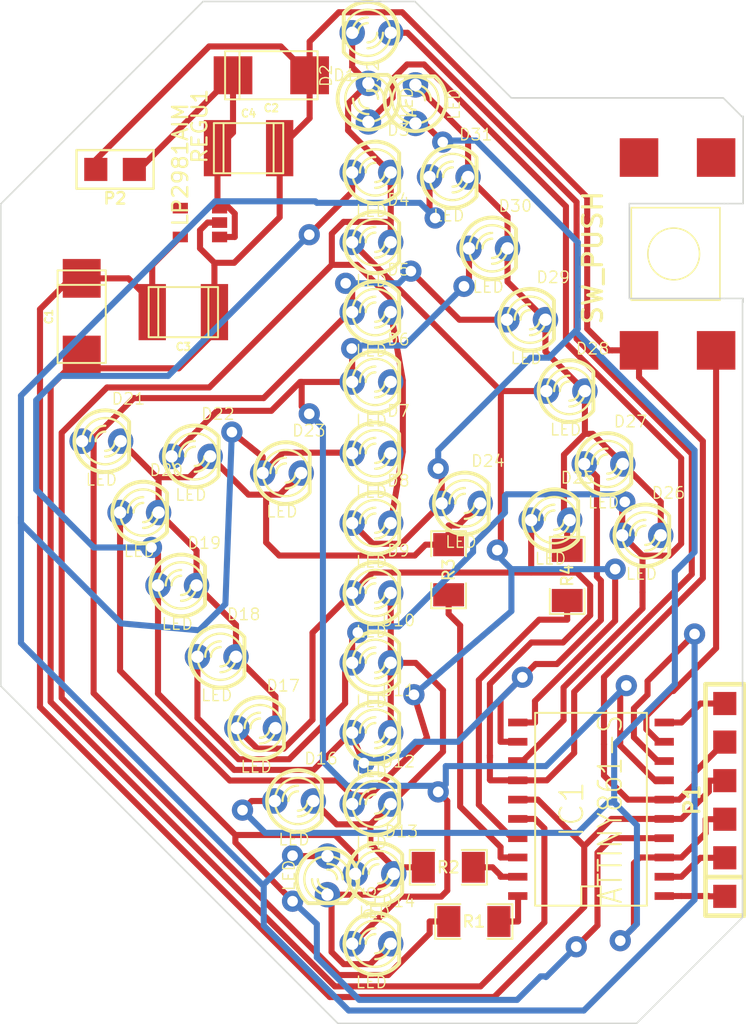
<source format=kicad_pcb>
(kicad_pcb (version 4) (host pcbnew 4.0.6)

  (general
    (links 91)
    (no_connects 0)
    (area 43.199999 13.299999 194.600001 133.600001)
    (thickness 1.6)
    (drawings 27)
    (tracks 489)
    (zones 0)
    (modules 45)
    (nets 24)
  )

  (page A3)
  (layers
    (0 F.Cu signal)
    (31 B.Cu signal)
    (32 B.Adhes user)
    (33 F.Adhes user)
    (34 B.Paste user)
    (35 F.Paste user)
    (36 B.SilkS user)
    (37 F.SilkS user hide)
    (38 B.Mask user)
    (39 F.Mask user)
    (40 Dwgs.User user)
    (41 Cmts.User user)
    (42 Eco1.User user)
    (43 Eco2.User user)
    (44 Edge.Cuts user)
  )

  (setup
    (last_trace_width 0.4)
    (trace_clearance 0.3)
    (zone_clearance 0.508)
    (zone_45_only no)
    (trace_min 0.254)
    (segment_width 0.2)
    (edge_width 0.1)
    (via_size 1.4)
    (via_drill 0.7)
    (via_min_size 0.889)
    (via_min_drill 0.508)
    (uvia_size 0.508)
    (uvia_drill 0.127)
    (uvias_allowed no)
    (uvia_min_size 0.508)
    (uvia_min_drill 0.127)
    (pcb_text_width 0.3)
    (pcb_text_size 1.5 1.5)
    (mod_edge_width 0.15)
    (mod_text_size 1 1)
    (mod_text_width 0.15)
    (pad_size 1.524 1.524)
    (pad_drill 0)
    (pad_to_mask_clearance 0)
    (aux_axis_origin 0 0)
    (visible_elements FFFFFFAF)
    (pcbplotparams
      (layerselection 0x01000_80000001)
      (usegerberextensions true)
      (excludeedgelayer true)
      (linewidth 0.150000)
      (plotframeref false)
      (viasonmask false)
      (mode 1)
      (useauxorigin false)
      (hpglpennumber 1)
      (hpglpenspeed 20)
      (hpglpendiameter 15)
      (hpglpenoverlay 2)
      (psnegative false)
      (psa4output false)
      (plotreference true)
      (plotvalue true)
      (plotinvisibletext false)
      (padsonsilk false)
      (subtractmaskfromsilk false)
      (outputformat 1)
      (mirror false)
      (drillshape 0)
      (scaleselection 1)
      (outputdirectory ../Salama_gerberit/))
  )

  (net 0 "")
  (net 1 N-000001)
  (net 2 N-0000010)
  (net 3 N-0000011)
  (net 4 N-0000012)
  (net 5 N-0000013)
  (net 6 N-0000014)
  (net 7 N-0000015)
  (net 8 N-0000016)
  (net 9 N-0000017)
  (net 10 N-0000018)
  (net 11 N-000002)
  (net 12 N-0000020)
  (net 13 N-0000021)
  (net 14 N-0000022)
  (net 15 N-0000023)
  (net 16 N-0000024)
  (net 17 N-000003)
  (net 18 N-000004)
  (net 19 N-000005)
  (net 20 N-000006)
  (net 21 N-000007)
  (net 22 N-000008)
  (net 23 N-000009)

  (net_class Default "This is the default net class."
    (clearance 0.3)
    (trace_width 0.4)
    (via_dia 1.4)
    (via_drill 0.7)
    (uvia_dia 0.508)
    (uvia_drill 0.127)
    (add_net N-000001)
    (add_net N-0000010)
    (add_net N-0000011)
    (add_net N-0000012)
    (add_net N-0000013)
    (add_net N-0000014)
    (add_net N-0000015)
    (add_net N-0000016)
    (add_net N-0000017)
    (add_net N-0000018)
    (add_net N-000002)
    (add_net N-0000020)
    (add_net N-0000021)
    (add_net N-0000022)
    (add_net N-0000023)
    (add_net N-0000024)
    (add_net N-000003)
    (add_net N-000004)
    (add_net N-000005)
    (add_net N-000006)
    (add_net N-000007)
    (add_net N-000008)
    (add_net N-000009)
  )

  (net_class joo ""
    (clearance 0.3)
    (trace_width 0.4)
    (via_dia 1.4)
    (via_drill 0.7)
    (uvia_dia 0.508)
    (uvia_drill 0.127)
  )

  (module SO20L (layer F.Cu) (tedit 42807090) (tstamp 5460DAD8)
    (at 114.4721 81.144 90)
    (descr "Cms SOJ 20 pins large")
    (tags "CMS SOJ")
    (path /545FB5CE)
    (attr smd)
    (fp_text reference IC1 (at 0 -1.27 90) (layer F.SilkS)
      (effects (font (thickness 0.127)))
    )
    (fp_text value ATTINY861-S (at 0 1.27 90) (layer F.SilkS)
      (effects (font (size 1.524 1.27) (thickness 0.127)))
    )
    (fp_line (start 6.35 3.683) (end 6.35 -3.683) (layer F.SilkS) (width 0.127))
    (fp_line (start -6.35 -3.683) (end -6.35 3.683) (layer F.SilkS) (width 0.127))
    (fp_line (start 6.35 3.683) (end -6.35 3.683) (layer F.SilkS) (width 0.127))
    (fp_line (start -6.35 -3.683) (end 6.35 -3.683) (layer F.SilkS) (width 0.127))
    (fp_line (start -6.35 -0.635) (end -5.08 -0.635) (layer F.SilkS) (width 0.127))
    (fp_line (start -5.08 -0.635) (end -5.08 0.635) (layer F.SilkS) (width 0.127))
    (fp_line (start -5.08 0.635) (end -6.35 0.635) (layer F.SilkS) (width 0.127))
    (pad 11 smd rect (at 5.715 -4.826 90) (size 0.508 1.27) (layers F.Cu F.Paste F.Mask)
      (net 7 N-0000015))
    (pad 12 smd rect (at 4.445 -4.826 90) (size 0.508 1.27) (layers F.Cu F.Paste F.Mask)
      (net 6 N-0000014))
    (pad 13 smd rect (at 3.175 -4.826 90) (size 0.508 1.27) (layers F.Cu F.Paste F.Mask)
      (net 2 N-0000010))
    (pad 14 smd rect (at 1.905 -4.826 90) (size 0.508 1.27) (layers F.Cu F.Paste F.Mask)
      (net 23 N-000009))
    (pad 15 smd rect (at 0.635 -4.826 90) (size 0.508 1.27) (layers F.Cu F.Paste F.Mask)
      (net 10 N-0000018))
    (pad 16 smd rect (at -0.635 -4.826 90) (size 0.508 1.27) (layers F.Cu F.Paste F.Mask)
      (net 16 N-0000024))
    (pad 17 smd rect (at -1.905 -4.826 90) (size 0.508 1.27) (layers F.Cu F.Paste F.Mask)
      (net 22 N-000008))
    (pad 18 smd rect (at -3.175 -4.826 90) (size 0.508 1.27) (layers F.Cu F.Paste F.Mask)
      (net 1 N-000001))
    (pad 19 smd rect (at -4.445 -4.826 90) (size 0.508 1.27) (layers F.Cu F.Paste F.Mask)
      (net 11 N-000002))
    (pad 20 smd rect (at -5.715 -4.826 90) (size 0.508 1.27) (layers F.Cu F.Paste F.Mask)
      (net 17 N-000003))
    (pad 1 smd rect (at -5.715 4.826 90) (size 0.508 1.27) (layers F.Cu F.Paste F.Mask)
      (net 21 N-000007))
    (pad 2 smd rect (at -4.445 4.826 90) (size 0.508 1.27) (layers F.Cu F.Paste F.Mask)
      (net 18 N-000004))
    (pad 3 smd rect (at -3.175 4.826 90) (size 0.508 1.27) (layers F.Cu F.Paste F.Mask)
      (net 5 N-0000013))
    (pad 4 smd rect (at -1.905 4.826 90) (size 0.508 1.27) (layers F.Cu F.Paste F.Mask)
      (net 8 N-0000016))
    (pad 5 smd rect (at -0.635 4.826 90) (size 0.508 1.27) (layers F.Cu F.Paste F.Mask)
      (net 10 N-0000018))
    (pad 6 smd rect (at 0.635 4.826 90) (size 0.508 1.27) (layers F.Cu F.Paste F.Mask)
      (net 16 N-0000024))
    (pad 7 smd rect (at 1.905 4.826 90) (size 0.508 1.27) (layers F.Cu F.Paste F.Mask)
      (net 3 N-0000011))
    (pad 8 smd rect (at 3.175 4.826 90) (size 0.508 1.27) (layers F.Cu F.Paste F.Mask)
      (net 4 N-0000012))
    (pad 9 smd rect (at 4.445 4.826 90) (size 0.508 1.27) (layers F.Cu F.Paste F.Mask)
      (net 20 N-000006))
    (pad 10 smd rect (at 5.715 4.826 90) (size 0.508 1.27) (layers F.Cu F.Paste F.Mask)
      (net 19 N-000005))
    (model smd/cms_so20.wrl
      (at (xyz 0 0 0))
      (scale (xyz 0.5 0.6 0.5))
      (rotate (xyz 0 0 0))
    )
  )

  (module SM1206 (layer F.Cu) (tedit 42806E24) (tstamp 5460DAE4)
    (at 112.9022 65.7437 90)
    (path /545FBE7E)
    (attr smd)
    (fp_text reference R4 (at 0 0 90) (layer F.SilkS)
      (effects (font (size 0.762 0.762) (thickness 0.127)))
    )
    (fp_text value R (at 0 0 90) (layer F.SilkS) hide
      (effects (font (size 0.762 0.762) (thickness 0.127)))
    )
    (fp_line (start -2.54 -1.143) (end -2.54 1.143) (layer F.SilkS) (width 0.127))
    (fp_line (start -2.54 1.143) (end -0.889 1.143) (layer F.SilkS) (width 0.127))
    (fp_line (start 0.889 -1.143) (end 2.54 -1.143) (layer F.SilkS) (width 0.127))
    (fp_line (start 2.54 -1.143) (end 2.54 1.143) (layer F.SilkS) (width 0.127))
    (fp_line (start 2.54 1.143) (end 0.889 1.143) (layer F.SilkS) (width 0.127))
    (fp_line (start -0.889 -1.143) (end -2.54 -1.143) (layer F.SilkS) (width 0.127))
    (pad 1 smd rect (at -1.651 0 90) (size 1.524 2.032) (layers F.Cu F.Paste F.Mask)
      (net 22 N-000008))
    (pad 2 smd rect (at 1.651 0 90) (size 1.524 2.032) (layers F.Cu F.Paste F.Mask)
      (net 12 N-0000020))
    (model smd/chip_cms.wrl
      (at (xyz 0 0 0))
      (scale (xyz 0.17 0.16 0.16))
      (rotate (xyz 0 0 0))
    )
  )

  (module SM1206 (layer F.Cu) (tedit 42806E24) (tstamp 5460DAF0)
    (at 105.0871 65.3661 90)
    (path /545FBE6F)
    (attr smd)
    (fp_text reference R3 (at 0 0 90) (layer F.SilkS)
      (effects (font (size 0.762 0.762) (thickness 0.127)))
    )
    (fp_text value R (at 0 0 90) (layer F.SilkS) hide
      (effects (font (size 0.762 0.762) (thickness 0.127)))
    )
    (fp_line (start -2.54 -1.143) (end -2.54 1.143) (layer F.SilkS) (width 0.127))
    (fp_line (start -2.54 1.143) (end -0.889 1.143) (layer F.SilkS) (width 0.127))
    (fp_line (start 0.889 -1.143) (end 2.54 -1.143) (layer F.SilkS) (width 0.127))
    (fp_line (start 2.54 -1.143) (end 2.54 1.143) (layer F.SilkS) (width 0.127))
    (fp_line (start 2.54 1.143) (end 0.889 1.143) (layer F.SilkS) (width 0.127))
    (fp_line (start -0.889 -1.143) (end -2.54 -1.143) (layer F.SilkS) (width 0.127))
    (pad 1 smd rect (at -1.651 0 90) (size 1.524 2.032) (layers F.Cu F.Paste F.Mask)
      (net 1 N-000001))
    (pad 2 smd rect (at 1.651 0 90) (size 1.524 2.032) (layers F.Cu F.Paste F.Mask)
      (net 13 N-0000021))
    (model smd/chip_cms.wrl
      (at (xyz 0 0 0))
      (scale (xyz 0.17 0.16 0.16))
      (rotate (xyz 0 0 0))
    )
  )

  (module SM1206 (layer F.Cu) (tedit 42806E24) (tstamp 5460DAFC)
    (at 105.0678 84.9655 180)
    (path /545FBE60)
    (attr smd)
    (fp_text reference R2 (at 0 0 180) (layer F.SilkS)
      (effects (font (size 0.762 0.762) (thickness 0.127)))
    )
    (fp_text value R (at 0 0 180) (layer F.SilkS) hide
      (effects (font (size 0.762 0.762) (thickness 0.127)))
    )
    (fp_line (start -2.54 -1.143) (end -2.54 1.143) (layer F.SilkS) (width 0.127))
    (fp_line (start -2.54 1.143) (end -0.889 1.143) (layer F.SilkS) (width 0.127))
    (fp_line (start 0.889 -1.143) (end 2.54 -1.143) (layer F.SilkS) (width 0.127))
    (fp_line (start 2.54 -1.143) (end 2.54 1.143) (layer F.SilkS) (width 0.127))
    (fp_line (start 2.54 1.143) (end 0.889 1.143) (layer F.SilkS) (width 0.127))
    (fp_line (start -0.889 -1.143) (end -2.54 -1.143) (layer F.SilkS) (width 0.127))
    (pad 1 smd rect (at -1.651 0 180) (size 1.524 2.032) (layers F.Cu F.Paste F.Mask)
      (net 11 N-000002))
    (pad 2 smd rect (at 1.651 0 180) (size 1.524 2.032) (layers F.Cu F.Paste F.Mask)
      (net 9 N-0000017))
    (model smd/chip_cms.wrl
      (at (xyz 0 0 0))
      (scale (xyz 0.17 0.16 0.16))
      (rotate (xyz 0 0 0))
    )
  )

  (module SM1206 (layer F.Cu) (tedit 42806E24) (tstamp 5460DB08)
    (at 106.7507 88.5356 180)
    (path /545FBE51)
    (attr smd)
    (fp_text reference R1 (at 0 0 180) (layer F.SilkS)
      (effects (font (size 0.762 0.762) (thickness 0.127)))
    )
    (fp_text value R (at 0 0 180) (layer F.SilkS) hide
      (effects (font (size 0.762 0.762) (thickness 0.127)))
    )
    (fp_line (start -2.54 -1.143) (end -2.54 1.143) (layer F.SilkS) (width 0.127))
    (fp_line (start -2.54 1.143) (end -0.889 1.143) (layer F.SilkS) (width 0.127))
    (fp_line (start 0.889 -1.143) (end 2.54 -1.143) (layer F.SilkS) (width 0.127))
    (fp_line (start 2.54 -1.143) (end 2.54 1.143) (layer F.SilkS) (width 0.127))
    (fp_line (start 2.54 1.143) (end 0.889 1.143) (layer F.SilkS) (width 0.127))
    (fp_line (start -0.889 -1.143) (end -2.54 -1.143) (layer F.SilkS) (width 0.127))
    (pad 1 smd rect (at -1.651 0 180) (size 1.524 2.032) (layers F.Cu F.Paste F.Mask)
      (net 17 N-000003))
    (pad 2 smd rect (at 1.651 0 180) (size 1.524 2.032) (layers F.Cu F.Paste F.Mask)
      (net 14 N-0000022))
    (model smd/chip_cms.wrl
      (at (xyz 0 0 0))
      (scale (xyz 0.17 0.16 0.16))
      (rotate (xyz 0 0 0))
    )
  )

  (module SalamaNAppi (layer F.Cu) (tedit 545FF69B) (tstamp 5460DB15)
    (at 120.1778 44.5674 90)
    (path /545FE739)
    (fp_text reference SW1 (at 0 6.35 90) (layer F.SilkS)
      (effects (font (size 1.27 1.27) (thickness 0.2032)))
    )
    (fp_text value SW_PUSH (at -0.254 -5.588 90) (layer F.SilkS)
      (effects (font (size 1.27 1.27) (thickness 0.2032)))
    )
    (fp_circle (center 0 -0.254) (end 1.524 0.508) (layer F.SilkS) (width 0.1016))
    (fp_line (start -3.048 -3.048) (end -3.048 2.794) (layer F.SilkS) (width 0.1016))
    (fp_line (start -3.048 2.794) (end 3.048 2.794) (layer F.SilkS) (width 0.1016))
    (fp_line (start 3.048 2.794) (end 3.048 -3.048) (layer F.SilkS) (width 0.1016))
    (fp_line (start 3.048 -3.048) (end -3.048 -3.048) (layer F.SilkS) (width 0.1016))
    (pad 1 smd rect (at -6.35 -2.54 90) (size 2.54 2.54) (layers F.Cu F.Paste F.Mask)
      (net 16 N-0000024))
    (pad NC smd rect (at 6.35 -2.54 90) (size 2.54 2.54) (layers F.Cu F.Paste F.Mask))
    (pad 2 smd rect (at -6.35 2.54 90) (size 2.54 2.54) (layers F.Cu F.Paste F.Mask)
      (net 20 N-000006))
    (pad NC smd rect (at 6.35 2.54 90) (size 2.54 2.54) (layers F.Cu F.Paste F.Mask))
  )

  (module SalamaLED (layer F.Cu) (tedit 5460C937) (tstamp 5460DB2E)
    (at 105.9 61)
    (descr "Salama LED")
    (tags "LED led 3mm 3MM 100mil 2,54mm Salama")
    (path /545FB6CD)
    (fp_text reference D24 (at 1.778 -2.794) (layer F.SilkS)
      (effects (font (size 0.762 0.762) (thickness 0.0889)))
    )
    (fp_text value LED (at 0 2.54) (layer F.SilkS)
      (effects (font (size 0.762 0.762) (thickness 0.0889)))
    )
    (fp_line (start 1.8288 1.27) (end 1.8288 -1.27) (layer F.SilkS) (width 0.254))
    (fp_arc (start 0.254 0) (end -1.27 0) (angle 39.8) (layer F.SilkS) (width 0.1524))
    (fp_arc (start 0.254 0) (end -0.88392 1.01092) (angle 41.6) (layer F.SilkS) (width 0.1524))
    (fp_arc (start 0.254 0) (end 1.4097 -0.9906) (angle 40.6) (layer F.SilkS) (width 0.1524))
    (fp_arc (start 0.254 0) (end 1.778 0) (angle 39.8) (layer F.SilkS) (width 0.1524))
    (fp_arc (start 0.254 0) (end 0.254 -1.524) (angle 54.4) (layer F.SilkS) (width 0.1524))
    (fp_arc (start 0.254 0) (end -0.9652 -0.9144) (angle 53.1) (layer F.SilkS) (width 0.1524))
    (fp_arc (start 0.254 0) (end 1.45542 0.93472) (angle 52.1) (layer F.SilkS) (width 0.1524))
    (fp_arc (start 0.254 0) (end 0.254 1.524) (angle 52.1) (layer F.SilkS) (width 0.1524))
    (fp_arc (start 0.254 0) (end -0.381 0) (angle 90) (layer F.SilkS) (width 0.1524))
    (fp_arc (start 0.254 0) (end -0.762 0) (angle 90) (layer F.SilkS) (width 0.1524))
    (fp_arc (start 0.254 0) (end 0.889 0) (angle 90) (layer F.SilkS) (width 0.1524))
    (fp_arc (start 0.254 0) (end 1.27 0) (angle 90) (layer F.SilkS) (width 0.1524))
    (fp_arc (start 0.254 0) (end 0.254 -2.032) (angle 50.1) (layer F.SilkS) (width 0.254))
    (fp_arc (start 0.254 0) (end -1.5367 -0.95504) (angle 61.9) (layer F.SilkS) (width 0.254))
    (fp_arc (start 0.254 0) (end 1.8034 1.31064) (angle 49.7) (layer F.SilkS) (width 0.254))
    (fp_arc (start 0.254 0) (end 0.254 2.032) (angle 60.2) (layer F.SilkS) (width 0.254))
    (fp_arc (start 0.254 0) (end -1.778 0) (angle 28.3) (layer F.SilkS) (width 0.254))
    (fp_arc (start 0.254 0) (end -1.47574 1.06426) (angle 31.6) (layer F.SilkS) (width 0.254))
    (pad 1 thru_hole circle (at -1.27 0) (size 1.6764 1.6764) (drill 0.8128) (layers *.Mask F.Cu)
      (net 5 N-0000013))
    (pad 2 thru_hole circle (at 1.27 0) (size 1.6764 1.6764) (drill 0.8128) (layers *.Mask F.Cu)
      (net 13 N-0000021))
    (model discret/leds/led3_vertical_verde.wrl
      (at (xyz 0 0 0))
      (scale (xyz 1 1 1))
      (rotate (xyz 0 0 0))
    )
  )

  (module SalamaLED (layer F.Cu) (tedit 5460C937) (tstamp 5460DB47)
    (at 100 48.4)
    (descr "Salama LED")
    (tags "LED led 3mm 3MM 100mil 2,54mm Salama")
    (path /545FB610)
    (fp_text reference D5 (at 1.778 -2.794) (layer F.SilkS)
      (effects (font (size 0.762 0.762) (thickness 0.0889)))
    )
    (fp_text value LED (at 0 2.54) (layer F.SilkS)
      (effects (font (size 0.762 0.762) (thickness 0.0889)))
    )
    (fp_line (start 1.8288 1.27) (end 1.8288 -1.27) (layer F.SilkS) (width 0.254))
    (fp_arc (start 0.254 0) (end -1.27 0) (angle 39.8) (layer F.SilkS) (width 0.1524))
    (fp_arc (start 0.254 0) (end -0.88392 1.01092) (angle 41.6) (layer F.SilkS) (width 0.1524))
    (fp_arc (start 0.254 0) (end 1.4097 -0.9906) (angle 40.6) (layer F.SilkS) (width 0.1524))
    (fp_arc (start 0.254 0) (end 1.778 0) (angle 39.8) (layer F.SilkS) (width 0.1524))
    (fp_arc (start 0.254 0) (end 0.254 -1.524) (angle 54.4) (layer F.SilkS) (width 0.1524))
    (fp_arc (start 0.254 0) (end -0.9652 -0.9144) (angle 53.1) (layer F.SilkS) (width 0.1524))
    (fp_arc (start 0.254 0) (end 1.45542 0.93472) (angle 52.1) (layer F.SilkS) (width 0.1524))
    (fp_arc (start 0.254 0) (end 0.254 1.524) (angle 52.1) (layer F.SilkS) (width 0.1524))
    (fp_arc (start 0.254 0) (end -0.381 0) (angle 90) (layer F.SilkS) (width 0.1524))
    (fp_arc (start 0.254 0) (end -0.762 0) (angle 90) (layer F.SilkS) (width 0.1524))
    (fp_arc (start 0.254 0) (end 0.889 0) (angle 90) (layer F.SilkS) (width 0.1524))
    (fp_arc (start 0.254 0) (end 1.27 0) (angle 90) (layer F.SilkS) (width 0.1524))
    (fp_arc (start 0.254 0) (end 0.254 -2.032) (angle 50.1) (layer F.SilkS) (width 0.254))
    (fp_arc (start 0.254 0) (end -1.5367 -0.95504) (angle 61.9) (layer F.SilkS) (width 0.254))
    (fp_arc (start 0.254 0) (end 1.8034 1.31064) (angle 49.7) (layer F.SilkS) (width 0.254))
    (fp_arc (start 0.254 0) (end 0.254 2.032) (angle 60.2) (layer F.SilkS) (width 0.254))
    (fp_arc (start 0.254 0) (end -1.778 0) (angle 28.3) (layer F.SilkS) (width 0.254))
    (fp_arc (start 0.254 0) (end -1.47574 1.06426) (angle 31.6) (layer F.SilkS) (width 0.254))
    (pad 1 thru_hole circle (at -1.27 0) (size 1.6764 1.6764) (drill 0.8128) (layers *.Mask F.Cu)
      (net 8 N-0000016))
    (pad 2 thru_hole circle (at 1.27 0) (size 1.6764 1.6764) (drill 0.8128) (layers *.Mask F.Cu)
      (net 14 N-0000022))
    (model discret/leds/led3_vertical_verde.wrl
      (at (xyz 0 0 0))
      (scale (xyz 1 1 1))
      (rotate (xyz 0 0 0))
    )
  )

  (module SalamaLED (layer F.Cu) (tedit 5460C937) (tstamp 5460DB60)
    (at 94.1 59)
    (descr "Salama LED")
    (tags "LED led 3mm 3MM 100mil 2,54mm Salama")
    (path /545FB6D3)
    (fp_text reference D23 (at 1.778 -2.794) (layer F.SilkS)
      (effects (font (size 0.762 0.762) (thickness 0.0889)))
    )
    (fp_text value LED (at 0 2.54) (layer F.SilkS)
      (effects (font (size 0.762 0.762) (thickness 0.0889)))
    )
    (fp_line (start 1.8288 1.27) (end 1.8288 -1.27) (layer F.SilkS) (width 0.254))
    (fp_arc (start 0.254 0) (end -1.27 0) (angle 39.8) (layer F.SilkS) (width 0.1524))
    (fp_arc (start 0.254 0) (end -0.88392 1.01092) (angle 41.6) (layer F.SilkS) (width 0.1524))
    (fp_arc (start 0.254 0) (end 1.4097 -0.9906) (angle 40.6) (layer F.SilkS) (width 0.1524))
    (fp_arc (start 0.254 0) (end 1.778 0) (angle 39.8) (layer F.SilkS) (width 0.1524))
    (fp_arc (start 0.254 0) (end 0.254 -1.524) (angle 54.4) (layer F.SilkS) (width 0.1524))
    (fp_arc (start 0.254 0) (end -0.9652 -0.9144) (angle 53.1) (layer F.SilkS) (width 0.1524))
    (fp_arc (start 0.254 0) (end 1.45542 0.93472) (angle 52.1) (layer F.SilkS) (width 0.1524))
    (fp_arc (start 0.254 0) (end 0.254 1.524) (angle 52.1) (layer F.SilkS) (width 0.1524))
    (fp_arc (start 0.254 0) (end -0.381 0) (angle 90) (layer F.SilkS) (width 0.1524))
    (fp_arc (start 0.254 0) (end -0.762 0) (angle 90) (layer F.SilkS) (width 0.1524))
    (fp_arc (start 0.254 0) (end 0.889 0) (angle 90) (layer F.SilkS) (width 0.1524))
    (fp_arc (start 0.254 0) (end 1.27 0) (angle 90) (layer F.SilkS) (width 0.1524))
    (fp_arc (start 0.254 0) (end 0.254 -2.032) (angle 50.1) (layer F.SilkS) (width 0.254))
    (fp_arc (start 0.254 0) (end -1.5367 -0.95504) (angle 61.9) (layer F.SilkS) (width 0.254))
    (fp_arc (start 0.254 0) (end 1.8034 1.31064) (angle 49.7) (layer F.SilkS) (width 0.254))
    (fp_arc (start 0.254 0) (end 0.254 2.032) (angle 60.2) (layer F.SilkS) (width 0.254))
    (fp_arc (start 0.254 0) (end -1.778 0) (angle 28.3) (layer F.SilkS) (width 0.254))
    (fp_arc (start 0.254 0) (end -1.47574 1.06426) (angle 31.6) (layer F.SilkS) (width 0.254))
    (pad 1 thru_hole circle (at -1.27 0) (size 1.6764 1.6764) (drill 0.8128) (layers *.Mask F.Cu)
      (net 4 N-0000012))
    (pad 2 thru_hole circle (at 1.27 0) (size 1.6764 1.6764) (drill 0.8128) (layers *.Mask F.Cu)
      (net 13 N-0000021))
    (model discret/leds/led3_vertical_verde.wrl
      (at (xyz 0 0 0))
      (scale (xyz 1 1 1))
      (rotate (xyz 0 0 0))
    )
  )

  (module SalamaLED (layer F.Cu) (tedit 5460C937) (tstamp 5460DB79)
    (at 88.1 57.9)
    (descr "Salama LED")
    (tags "LED led 3mm 3MM 100mil 2,54mm Salama")
    (path /545FB6D9)
    (fp_text reference D22 (at 1.778 -2.794) (layer F.SilkS)
      (effects (font (size 0.762 0.762) (thickness 0.0889)))
    )
    (fp_text value LED (at 0 2.54) (layer F.SilkS)
      (effects (font (size 0.762 0.762) (thickness 0.0889)))
    )
    (fp_line (start 1.8288 1.27) (end 1.8288 -1.27) (layer F.SilkS) (width 0.254))
    (fp_arc (start 0.254 0) (end -1.27 0) (angle 39.8) (layer F.SilkS) (width 0.1524))
    (fp_arc (start 0.254 0) (end -0.88392 1.01092) (angle 41.6) (layer F.SilkS) (width 0.1524))
    (fp_arc (start 0.254 0) (end 1.4097 -0.9906) (angle 40.6) (layer F.SilkS) (width 0.1524))
    (fp_arc (start 0.254 0) (end 1.778 0) (angle 39.8) (layer F.SilkS) (width 0.1524))
    (fp_arc (start 0.254 0) (end 0.254 -1.524) (angle 54.4) (layer F.SilkS) (width 0.1524))
    (fp_arc (start 0.254 0) (end -0.9652 -0.9144) (angle 53.1) (layer F.SilkS) (width 0.1524))
    (fp_arc (start 0.254 0) (end 1.45542 0.93472) (angle 52.1) (layer F.SilkS) (width 0.1524))
    (fp_arc (start 0.254 0) (end 0.254 1.524) (angle 52.1) (layer F.SilkS) (width 0.1524))
    (fp_arc (start 0.254 0) (end -0.381 0) (angle 90) (layer F.SilkS) (width 0.1524))
    (fp_arc (start 0.254 0) (end -0.762 0) (angle 90) (layer F.SilkS) (width 0.1524))
    (fp_arc (start 0.254 0) (end 0.889 0) (angle 90) (layer F.SilkS) (width 0.1524))
    (fp_arc (start 0.254 0) (end 1.27 0) (angle 90) (layer F.SilkS) (width 0.1524))
    (fp_arc (start 0.254 0) (end 0.254 -2.032) (angle 50.1) (layer F.SilkS) (width 0.254))
    (fp_arc (start 0.254 0) (end -1.5367 -0.95504) (angle 61.9) (layer F.SilkS) (width 0.254))
    (fp_arc (start 0.254 0) (end 1.8034 1.31064) (angle 49.7) (layer F.SilkS) (width 0.254))
    (fp_arc (start 0.254 0) (end 0.254 2.032) (angle 60.2) (layer F.SilkS) (width 0.254))
    (fp_arc (start 0.254 0) (end -1.778 0) (angle 28.3) (layer F.SilkS) (width 0.254))
    (fp_arc (start 0.254 0) (end -1.47574 1.06426) (angle 31.6) (layer F.SilkS) (width 0.254))
    (pad 1 thru_hole circle (at -1.27 0) (size 1.6764 1.6764) (drill 0.8128) (layers *.Mask F.Cu)
      (net 3 N-0000011))
    (pad 2 thru_hole circle (at 1.27 0) (size 1.6764 1.6764) (drill 0.8128) (layers *.Mask F.Cu)
      (net 13 N-0000021))
    (model discret/leds/led3_vertical_verde.wrl
      (at (xyz 0 0 0))
      (scale (xyz 1 1 1))
      (rotate (xyz 0 0 0))
    )
  )

  (module SalamaLED (layer F.Cu) (tedit 5460C937) (tstamp 5460DB92)
    (at 89.8 71.1)
    (descr "Salama LED")
    (tags "LED led 3mm 3MM 100mil 2,54mm Salama")
    (path /545FB6DF)
    (fp_text reference D18 (at 1.778 -2.794) (layer F.SilkS)
      (effects (font (size 0.762 0.762) (thickness 0.0889)))
    )
    (fp_text value LED (at 0 2.54) (layer F.SilkS)
      (effects (font (size 0.762 0.762) (thickness 0.0889)))
    )
    (fp_line (start 1.8288 1.27) (end 1.8288 -1.27) (layer F.SilkS) (width 0.254))
    (fp_arc (start 0.254 0) (end -1.27 0) (angle 39.8) (layer F.SilkS) (width 0.1524))
    (fp_arc (start 0.254 0) (end -0.88392 1.01092) (angle 41.6) (layer F.SilkS) (width 0.1524))
    (fp_arc (start 0.254 0) (end 1.4097 -0.9906) (angle 40.6) (layer F.SilkS) (width 0.1524))
    (fp_arc (start 0.254 0) (end 1.778 0) (angle 39.8) (layer F.SilkS) (width 0.1524))
    (fp_arc (start 0.254 0) (end 0.254 -1.524) (angle 54.4) (layer F.SilkS) (width 0.1524))
    (fp_arc (start 0.254 0) (end -0.9652 -0.9144) (angle 53.1) (layer F.SilkS) (width 0.1524))
    (fp_arc (start 0.254 0) (end 1.45542 0.93472) (angle 52.1) (layer F.SilkS) (width 0.1524))
    (fp_arc (start 0.254 0) (end 0.254 1.524) (angle 52.1) (layer F.SilkS) (width 0.1524))
    (fp_arc (start 0.254 0) (end -0.381 0) (angle 90) (layer F.SilkS) (width 0.1524))
    (fp_arc (start 0.254 0) (end -0.762 0) (angle 90) (layer F.SilkS) (width 0.1524))
    (fp_arc (start 0.254 0) (end 0.889 0) (angle 90) (layer F.SilkS) (width 0.1524))
    (fp_arc (start 0.254 0) (end 1.27 0) (angle 90) (layer F.SilkS) (width 0.1524))
    (fp_arc (start 0.254 0) (end 0.254 -2.032) (angle 50.1) (layer F.SilkS) (width 0.254))
    (fp_arc (start 0.254 0) (end -1.5367 -0.95504) (angle 61.9) (layer F.SilkS) (width 0.254))
    (fp_arc (start 0.254 0) (end 1.8034 1.31064) (angle 49.7) (layer F.SilkS) (width 0.254))
    (fp_arc (start 0.254 0) (end 0.254 2.032) (angle 60.2) (layer F.SilkS) (width 0.254))
    (fp_arc (start 0.254 0) (end -1.778 0) (angle 28.3) (layer F.SilkS) (width 0.254))
    (fp_arc (start 0.254 0) (end -1.47574 1.06426) (angle 31.6) (layer F.SilkS) (width 0.254))
    (pad 1 thru_hole circle (at -1.27 0) (size 1.6764 1.6764) (drill 0.8128) (layers *.Mask F.Cu)
      (net 2 N-0000010))
    (pad 2 thru_hole circle (at 1.27 0) (size 1.6764 1.6764) (drill 0.8128) (layers *.Mask F.Cu)
      (net 13 N-0000021))
    (model discret/leds/led3_vertical_verde.wrl
      (at (xyz 0 0 0))
      (scale (xyz 1 1 1))
      (rotate (xyz 0 0 0))
    )
  )

  (module SalamaLED (layer F.Cu) (tedit 5460C937) (tstamp 5460DBAB)
    (at 92.4 75.8)
    (descr "Salama LED")
    (tags "LED led 3mm 3MM 100mil 2,54mm Salama")
    (path /545FB6E5)
    (fp_text reference D17 (at 1.778 -2.794) (layer F.SilkS)
      (effects (font (size 0.762 0.762) (thickness 0.0889)))
    )
    (fp_text value LED (at 0 2.54) (layer F.SilkS)
      (effects (font (size 0.762 0.762) (thickness 0.0889)))
    )
    (fp_line (start 1.8288 1.27) (end 1.8288 -1.27) (layer F.SilkS) (width 0.254))
    (fp_arc (start 0.254 0) (end -1.27 0) (angle 39.8) (layer F.SilkS) (width 0.1524))
    (fp_arc (start 0.254 0) (end -0.88392 1.01092) (angle 41.6) (layer F.SilkS) (width 0.1524))
    (fp_arc (start 0.254 0) (end 1.4097 -0.9906) (angle 40.6) (layer F.SilkS) (width 0.1524))
    (fp_arc (start 0.254 0) (end 1.778 0) (angle 39.8) (layer F.SilkS) (width 0.1524))
    (fp_arc (start 0.254 0) (end 0.254 -1.524) (angle 54.4) (layer F.SilkS) (width 0.1524))
    (fp_arc (start 0.254 0) (end -0.9652 -0.9144) (angle 53.1) (layer F.SilkS) (width 0.1524))
    (fp_arc (start 0.254 0) (end 1.45542 0.93472) (angle 52.1) (layer F.SilkS) (width 0.1524))
    (fp_arc (start 0.254 0) (end 0.254 1.524) (angle 52.1) (layer F.SilkS) (width 0.1524))
    (fp_arc (start 0.254 0) (end -0.381 0) (angle 90) (layer F.SilkS) (width 0.1524))
    (fp_arc (start 0.254 0) (end -0.762 0) (angle 90) (layer F.SilkS) (width 0.1524))
    (fp_arc (start 0.254 0) (end 0.889 0) (angle 90) (layer F.SilkS) (width 0.1524))
    (fp_arc (start 0.254 0) (end 1.27 0) (angle 90) (layer F.SilkS) (width 0.1524))
    (fp_arc (start 0.254 0) (end 0.254 -2.032) (angle 50.1) (layer F.SilkS) (width 0.254))
    (fp_arc (start 0.254 0) (end -1.5367 -0.95504) (angle 61.9) (layer F.SilkS) (width 0.254))
    (fp_arc (start 0.254 0) (end 1.8034 1.31064) (angle 49.7) (layer F.SilkS) (width 0.254))
    (fp_arc (start 0.254 0) (end 0.254 2.032) (angle 60.2) (layer F.SilkS) (width 0.254))
    (fp_arc (start 0.254 0) (end -1.778 0) (angle 28.3) (layer F.SilkS) (width 0.254))
    (fp_arc (start 0.254 0) (end -1.47574 1.06426) (angle 31.6) (layer F.SilkS) (width 0.254))
    (pad 1 thru_hole circle (at -1.27 0) (size 1.6764 1.6764) (drill 0.8128) (layers *.Mask F.Cu)
      (net 23 N-000009))
    (pad 2 thru_hole circle (at 1.27 0) (size 1.6764 1.6764) (drill 0.8128) (layers *.Mask F.Cu)
      (net 13 N-0000021))
    (model discret/leds/led3_vertical_verde.wrl
      (at (xyz 0 0 0))
      (scale (xyz 1 1 1))
      (rotate (xyz 0 0 0))
    )
  )

  (module SalamaLED (layer F.Cu) (tedit 5460C937) (tstamp 5460DBC4)
    (at 110.2 48.9)
    (descr "Salama LED")
    (tags "LED led 3mm 3MM 100mil 2,54mm Salama")
    (path /545FB6EB)
    (fp_text reference D29 (at 1.778 -2.794) (layer F.SilkS)
      (effects (font (size 0.762 0.762) (thickness 0.0889)))
    )
    (fp_text value LED (at 0 2.54) (layer F.SilkS)
      (effects (font (size 0.762 0.762) (thickness 0.0889)))
    )
    (fp_line (start 1.8288 1.27) (end 1.8288 -1.27) (layer F.SilkS) (width 0.254))
    (fp_arc (start 0.254 0) (end -1.27 0) (angle 39.8) (layer F.SilkS) (width 0.1524))
    (fp_arc (start 0.254 0) (end -0.88392 1.01092) (angle 41.6) (layer F.SilkS) (width 0.1524))
    (fp_arc (start 0.254 0) (end 1.4097 -0.9906) (angle 40.6) (layer F.SilkS) (width 0.1524))
    (fp_arc (start 0.254 0) (end 1.778 0) (angle 39.8) (layer F.SilkS) (width 0.1524))
    (fp_arc (start 0.254 0) (end 0.254 -1.524) (angle 54.4) (layer F.SilkS) (width 0.1524))
    (fp_arc (start 0.254 0) (end -0.9652 -0.9144) (angle 53.1) (layer F.SilkS) (width 0.1524))
    (fp_arc (start 0.254 0) (end 1.45542 0.93472) (angle 52.1) (layer F.SilkS) (width 0.1524))
    (fp_arc (start 0.254 0) (end 0.254 1.524) (angle 52.1) (layer F.SilkS) (width 0.1524))
    (fp_arc (start 0.254 0) (end -0.381 0) (angle 90) (layer F.SilkS) (width 0.1524))
    (fp_arc (start 0.254 0) (end -0.762 0) (angle 90) (layer F.SilkS) (width 0.1524))
    (fp_arc (start 0.254 0) (end 0.889 0) (angle 90) (layer F.SilkS) (width 0.1524))
    (fp_arc (start 0.254 0) (end 1.27 0) (angle 90) (layer F.SilkS) (width 0.1524))
    (fp_arc (start 0.254 0) (end 0.254 -2.032) (angle 50.1) (layer F.SilkS) (width 0.254))
    (fp_arc (start 0.254 0) (end -1.5367 -0.95504) (angle 61.9) (layer F.SilkS) (width 0.254))
    (fp_arc (start 0.254 0) (end 1.8034 1.31064) (angle 49.7) (layer F.SilkS) (width 0.254))
    (fp_arc (start 0.254 0) (end 0.254 2.032) (angle 60.2) (layer F.SilkS) (width 0.254))
    (fp_arc (start 0.254 0) (end -1.778 0) (angle 28.3) (layer F.SilkS) (width 0.254))
    (fp_arc (start 0.254 0) (end -1.47574 1.06426) (angle 31.6) (layer F.SilkS) (width 0.254))
    (pad 1 thru_hole circle (at -1.27 0) (size 1.6764 1.6764) (drill 0.8128) (layers *.Mask F.Cu)
      (net 8 N-0000016))
    (pad 2 thru_hole circle (at 1.27 0) (size 1.6764 1.6764) (drill 0.8128) (layers *.Mask F.Cu)
      (net 12 N-0000020))
    (model discret/leds/led3_vertical_verde.wrl
      (at (xyz 0 0 0))
      (scale (xyz 1 1 1))
      (rotate (xyz 0 0 0))
    )
  )

  (module SalamaLED (layer F.Cu) (tedit 5460C937) (tstamp 5460DBDD)
    (at 112.8 53.6)
    (descr "Salama LED")
    (tags "LED led 3mm 3MM 100mil 2,54mm Salama")
    (path /545FB6F1)
    (fp_text reference D28 (at 1.778 -2.794) (layer F.SilkS)
      (effects (font (size 0.762 0.762) (thickness 0.0889)))
    )
    (fp_text value LED (at 0 2.54) (layer F.SilkS)
      (effects (font (size 0.762 0.762) (thickness 0.0889)))
    )
    (fp_line (start 1.8288 1.27) (end 1.8288 -1.27) (layer F.SilkS) (width 0.254))
    (fp_arc (start 0.254 0) (end -1.27 0) (angle 39.8) (layer F.SilkS) (width 0.1524))
    (fp_arc (start 0.254 0) (end -0.88392 1.01092) (angle 41.6) (layer F.SilkS) (width 0.1524))
    (fp_arc (start 0.254 0) (end 1.4097 -0.9906) (angle 40.6) (layer F.SilkS) (width 0.1524))
    (fp_arc (start 0.254 0) (end 1.778 0) (angle 39.8) (layer F.SilkS) (width 0.1524))
    (fp_arc (start 0.254 0) (end 0.254 -1.524) (angle 54.4) (layer F.SilkS) (width 0.1524))
    (fp_arc (start 0.254 0) (end -0.9652 -0.9144) (angle 53.1) (layer F.SilkS) (width 0.1524))
    (fp_arc (start 0.254 0) (end 1.45542 0.93472) (angle 52.1) (layer F.SilkS) (width 0.1524))
    (fp_arc (start 0.254 0) (end 0.254 1.524) (angle 52.1) (layer F.SilkS) (width 0.1524))
    (fp_arc (start 0.254 0) (end -0.381 0) (angle 90) (layer F.SilkS) (width 0.1524))
    (fp_arc (start 0.254 0) (end -0.762 0) (angle 90) (layer F.SilkS) (width 0.1524))
    (fp_arc (start 0.254 0) (end 0.889 0) (angle 90) (layer F.SilkS) (width 0.1524))
    (fp_arc (start 0.254 0) (end 1.27 0) (angle 90) (layer F.SilkS) (width 0.1524))
    (fp_arc (start 0.254 0) (end 0.254 -2.032) (angle 50.1) (layer F.SilkS) (width 0.254))
    (fp_arc (start 0.254 0) (end -1.5367 -0.95504) (angle 61.9) (layer F.SilkS) (width 0.254))
    (fp_arc (start 0.254 0) (end 1.8034 1.31064) (angle 49.7) (layer F.SilkS) (width 0.254))
    (fp_arc (start 0.254 0) (end 0.254 2.032) (angle 60.2) (layer F.SilkS) (width 0.254))
    (fp_arc (start 0.254 0) (end -1.778 0) (angle 28.3) (layer F.SilkS) (width 0.254))
    (fp_arc (start 0.254 0) (end -1.47574 1.06426) (angle 31.6) (layer F.SilkS) (width 0.254))
    (pad 1 thru_hole circle (at -1.27 0) (size 1.6764 1.6764) (drill 0.8128) (layers *.Mask F.Cu)
      (net 7 N-0000015))
    (pad 2 thru_hole circle (at 1.27 0) (size 1.6764 1.6764) (drill 0.8128) (layers *.Mask F.Cu)
      (net 12 N-0000020))
    (model discret/leds/led3_vertical_verde.wrl
      (at (xyz 0 0 0))
      (scale (xyz 1 1 1))
      (rotate (xyz 0 0 0))
    )
  )

  (module SalamaLED (layer F.Cu) (tedit 5460C937) (tstamp 5460DBF6)
    (at 115.3 58.4)
    (descr "Salama LED")
    (tags "LED led 3mm 3MM 100mil 2,54mm Salama")
    (path /545FB6F7)
    (fp_text reference D27 (at 1.778 -2.794) (layer F.SilkS)
      (effects (font (size 0.762 0.762) (thickness 0.0889)))
    )
    (fp_text value LED (at 0 2.54) (layer F.SilkS)
      (effects (font (size 0.762 0.762) (thickness 0.0889)))
    )
    (fp_line (start 1.8288 1.27) (end 1.8288 -1.27) (layer F.SilkS) (width 0.254))
    (fp_arc (start 0.254 0) (end -1.27 0) (angle 39.8) (layer F.SilkS) (width 0.1524))
    (fp_arc (start 0.254 0) (end -0.88392 1.01092) (angle 41.6) (layer F.SilkS) (width 0.1524))
    (fp_arc (start 0.254 0) (end 1.4097 -0.9906) (angle 40.6) (layer F.SilkS) (width 0.1524))
    (fp_arc (start 0.254 0) (end 1.778 0) (angle 39.8) (layer F.SilkS) (width 0.1524))
    (fp_arc (start 0.254 0) (end 0.254 -1.524) (angle 54.4) (layer F.SilkS) (width 0.1524))
    (fp_arc (start 0.254 0) (end -0.9652 -0.9144) (angle 53.1) (layer F.SilkS) (width 0.1524))
    (fp_arc (start 0.254 0) (end 1.45542 0.93472) (angle 52.1) (layer F.SilkS) (width 0.1524))
    (fp_arc (start 0.254 0) (end 0.254 1.524) (angle 52.1) (layer F.SilkS) (width 0.1524))
    (fp_arc (start 0.254 0) (end -0.381 0) (angle 90) (layer F.SilkS) (width 0.1524))
    (fp_arc (start 0.254 0) (end -0.762 0) (angle 90) (layer F.SilkS) (width 0.1524))
    (fp_arc (start 0.254 0) (end 0.889 0) (angle 90) (layer F.SilkS) (width 0.1524))
    (fp_arc (start 0.254 0) (end 1.27 0) (angle 90) (layer F.SilkS) (width 0.1524))
    (fp_arc (start 0.254 0) (end 0.254 -2.032) (angle 50.1) (layer F.SilkS) (width 0.254))
    (fp_arc (start 0.254 0) (end -1.5367 -0.95504) (angle 61.9) (layer F.SilkS) (width 0.254))
    (fp_arc (start 0.254 0) (end 1.8034 1.31064) (angle 49.7) (layer F.SilkS) (width 0.254))
    (fp_arc (start 0.254 0) (end 0.254 2.032) (angle 60.2) (layer F.SilkS) (width 0.254))
    (fp_arc (start 0.254 0) (end -1.778 0) (angle 28.3) (layer F.SilkS) (width 0.254))
    (fp_arc (start 0.254 0) (end -1.47574 1.06426) (angle 31.6) (layer F.SilkS) (width 0.254))
    (pad 1 thru_hole circle (at -1.27 0) (size 1.6764 1.6764) (drill 0.8128) (layers *.Mask F.Cu)
      (net 6 N-0000014))
    (pad 2 thru_hole circle (at 1.27 0) (size 1.6764 1.6764) (drill 0.8128) (layers *.Mask F.Cu)
      (net 12 N-0000020))
    (model discret/leds/led3_vertical_verde.wrl
      (at (xyz 0 0 0))
      (scale (xyz 1 1 1))
      (rotate (xyz 0 0 0))
    )
  )

  (module SalamaLED (layer F.Cu) (tedit 5460C937) (tstamp 5460DC0F)
    (at 102.9 34.7 90)
    (descr "Salama LED")
    (tags "LED led 3mm 3MM 100mil 2,54mm Salama")
    (path /545FB6FD)
    (fp_text reference D32 (at 1.778 -2.794 90) (layer F.SilkS)
      (effects (font (size 0.762 0.762) (thickness 0.0889)))
    )
    (fp_text value LED (at 0 2.54 90) (layer F.SilkS)
      (effects (font (size 0.762 0.762) (thickness 0.0889)))
    )
    (fp_line (start 1.8288 1.27) (end 1.8288 -1.27) (layer F.SilkS) (width 0.254))
    (fp_arc (start 0.254 0) (end -1.27 0) (angle 39.8) (layer F.SilkS) (width 0.1524))
    (fp_arc (start 0.254 0) (end -0.88392 1.01092) (angle 41.6) (layer F.SilkS) (width 0.1524))
    (fp_arc (start 0.254 0) (end 1.4097 -0.9906) (angle 40.6) (layer F.SilkS) (width 0.1524))
    (fp_arc (start 0.254 0) (end 1.778 0) (angle 39.8) (layer F.SilkS) (width 0.1524))
    (fp_arc (start 0.254 0) (end 0.254 -1.524) (angle 54.4) (layer F.SilkS) (width 0.1524))
    (fp_arc (start 0.254 0) (end -0.9652 -0.9144) (angle 53.1) (layer F.SilkS) (width 0.1524))
    (fp_arc (start 0.254 0) (end 1.45542 0.93472) (angle 52.1) (layer F.SilkS) (width 0.1524))
    (fp_arc (start 0.254 0) (end 0.254 1.524) (angle 52.1) (layer F.SilkS) (width 0.1524))
    (fp_arc (start 0.254 0) (end -0.381 0) (angle 90) (layer F.SilkS) (width 0.1524))
    (fp_arc (start 0.254 0) (end -0.762 0) (angle 90) (layer F.SilkS) (width 0.1524))
    (fp_arc (start 0.254 0) (end 0.889 0) (angle 90) (layer F.SilkS) (width 0.1524))
    (fp_arc (start 0.254 0) (end 1.27 0) (angle 90) (layer F.SilkS) (width 0.1524))
    (fp_arc (start 0.254 0) (end 0.254 -2.032) (angle 50.1) (layer F.SilkS) (width 0.254))
    (fp_arc (start 0.254 0) (end -1.5367 -0.95504) (angle 61.9) (layer F.SilkS) (width 0.254))
    (fp_arc (start 0.254 0) (end 1.8034 1.31064) (angle 49.7) (layer F.SilkS) (width 0.254))
    (fp_arc (start 0.254 0) (end 0.254 2.032) (angle 60.2) (layer F.SilkS) (width 0.254))
    (fp_arc (start 0.254 0) (end -1.778 0) (angle 28.3) (layer F.SilkS) (width 0.254))
    (fp_arc (start 0.254 0) (end -1.47574 1.06426) (angle 31.6) (layer F.SilkS) (width 0.254))
    (pad 1 thru_hole circle (at -1.27 0 90) (size 1.6764 1.6764) (drill 0.8128) (layers *.Mask F.Cu)
      (net 5 N-0000013))
    (pad 2 thru_hole circle (at 1.27 0 90) (size 1.6764 1.6764) (drill 0.8128) (layers *.Mask F.Cu)
      (net 12 N-0000020))
    (model discret/leds/led3_vertical_verde.wrl
      (at (xyz 0 0 0))
      (scale (xyz 1 1 1))
      (rotate (xyz 0 0 0))
    )
  )

  (module SalamaLED (layer F.Cu) (tedit 5460C937) (tstamp 5460DC28)
    (at 105.1 39.5)
    (descr "Salama LED")
    (tags "LED led 3mm 3MM 100mil 2,54mm Salama")
    (path /545FB703)
    (fp_text reference D31 (at 1.778 -2.794) (layer F.SilkS)
      (effects (font (size 0.762 0.762) (thickness 0.0889)))
    )
    (fp_text value LED (at 0 2.54) (layer F.SilkS)
      (effects (font (size 0.762 0.762) (thickness 0.0889)))
    )
    (fp_line (start 1.8288 1.27) (end 1.8288 -1.27) (layer F.SilkS) (width 0.254))
    (fp_arc (start 0.254 0) (end -1.27 0) (angle 39.8) (layer F.SilkS) (width 0.1524))
    (fp_arc (start 0.254 0) (end -0.88392 1.01092) (angle 41.6) (layer F.SilkS) (width 0.1524))
    (fp_arc (start 0.254 0) (end 1.4097 -0.9906) (angle 40.6) (layer F.SilkS) (width 0.1524))
    (fp_arc (start 0.254 0) (end 1.778 0) (angle 39.8) (layer F.SilkS) (width 0.1524))
    (fp_arc (start 0.254 0) (end 0.254 -1.524) (angle 54.4) (layer F.SilkS) (width 0.1524))
    (fp_arc (start 0.254 0) (end -0.9652 -0.9144) (angle 53.1) (layer F.SilkS) (width 0.1524))
    (fp_arc (start 0.254 0) (end 1.45542 0.93472) (angle 52.1) (layer F.SilkS) (width 0.1524))
    (fp_arc (start 0.254 0) (end 0.254 1.524) (angle 52.1) (layer F.SilkS) (width 0.1524))
    (fp_arc (start 0.254 0) (end -0.381 0) (angle 90) (layer F.SilkS) (width 0.1524))
    (fp_arc (start 0.254 0) (end -0.762 0) (angle 90) (layer F.SilkS) (width 0.1524))
    (fp_arc (start 0.254 0) (end 0.889 0) (angle 90) (layer F.SilkS) (width 0.1524))
    (fp_arc (start 0.254 0) (end 1.27 0) (angle 90) (layer F.SilkS) (width 0.1524))
    (fp_arc (start 0.254 0) (end 0.254 -2.032) (angle 50.1) (layer F.SilkS) (width 0.254))
    (fp_arc (start 0.254 0) (end -1.5367 -0.95504) (angle 61.9) (layer F.SilkS) (width 0.254))
    (fp_arc (start 0.254 0) (end 1.8034 1.31064) (angle 49.7) (layer F.SilkS) (width 0.254))
    (fp_arc (start 0.254 0) (end 0.254 2.032) (angle 60.2) (layer F.SilkS) (width 0.254))
    (fp_arc (start 0.254 0) (end -1.778 0) (angle 28.3) (layer F.SilkS) (width 0.254))
    (fp_arc (start 0.254 0) (end -1.47574 1.06426) (angle 31.6) (layer F.SilkS) (width 0.254))
    (pad 1 thru_hole circle (at -1.27 0) (size 1.6764 1.6764) (drill 0.8128) (layers *.Mask F.Cu)
      (net 4 N-0000012))
    (pad 2 thru_hole circle (at 1.27 0) (size 1.6764 1.6764) (drill 0.8128) (layers *.Mask F.Cu)
      (net 12 N-0000020))
    (model discret/leds/led3_vertical_verde.wrl
      (at (xyz 0 0 0))
      (scale (xyz 1 1 1))
      (rotate (xyz 0 0 0))
    )
  )

  (module SalamaLED (layer F.Cu) (tedit 5460C937) (tstamp 5460DC41)
    (at 107.7 44.2)
    (descr "Salama LED")
    (tags "LED led 3mm 3MM 100mil 2,54mm Salama")
    (path /545FB709)
    (fp_text reference D30 (at 1.778 -2.794) (layer F.SilkS)
      (effects (font (size 0.762 0.762) (thickness 0.0889)))
    )
    (fp_text value LED (at 0 2.54) (layer F.SilkS)
      (effects (font (size 0.762 0.762) (thickness 0.0889)))
    )
    (fp_line (start 1.8288 1.27) (end 1.8288 -1.27) (layer F.SilkS) (width 0.254))
    (fp_arc (start 0.254 0) (end -1.27 0) (angle 39.8) (layer F.SilkS) (width 0.1524))
    (fp_arc (start 0.254 0) (end -0.88392 1.01092) (angle 41.6) (layer F.SilkS) (width 0.1524))
    (fp_arc (start 0.254 0) (end 1.4097 -0.9906) (angle 40.6) (layer F.SilkS) (width 0.1524))
    (fp_arc (start 0.254 0) (end 1.778 0) (angle 39.8) (layer F.SilkS) (width 0.1524))
    (fp_arc (start 0.254 0) (end 0.254 -1.524) (angle 54.4) (layer F.SilkS) (width 0.1524))
    (fp_arc (start 0.254 0) (end -0.9652 -0.9144) (angle 53.1) (layer F.SilkS) (width 0.1524))
    (fp_arc (start 0.254 0) (end 1.45542 0.93472) (angle 52.1) (layer F.SilkS) (width 0.1524))
    (fp_arc (start 0.254 0) (end 0.254 1.524) (angle 52.1) (layer F.SilkS) (width 0.1524))
    (fp_arc (start 0.254 0) (end -0.381 0) (angle 90) (layer F.SilkS) (width 0.1524))
    (fp_arc (start 0.254 0) (end -0.762 0) (angle 90) (layer F.SilkS) (width 0.1524))
    (fp_arc (start 0.254 0) (end 0.889 0) (angle 90) (layer F.SilkS) (width 0.1524))
    (fp_arc (start 0.254 0) (end 1.27 0) (angle 90) (layer F.SilkS) (width 0.1524))
    (fp_arc (start 0.254 0) (end 0.254 -2.032) (angle 50.1) (layer F.SilkS) (width 0.254))
    (fp_arc (start 0.254 0) (end -1.5367 -0.95504) (angle 61.9) (layer F.SilkS) (width 0.254))
    (fp_arc (start 0.254 0) (end 1.8034 1.31064) (angle 49.7) (layer F.SilkS) (width 0.254))
    (fp_arc (start 0.254 0) (end 0.254 2.032) (angle 60.2) (layer F.SilkS) (width 0.254))
    (fp_arc (start 0.254 0) (end -1.778 0) (angle 28.3) (layer F.SilkS) (width 0.254))
    (fp_arc (start 0.254 0) (end -1.47574 1.06426) (angle 31.6) (layer F.SilkS) (width 0.254))
    (pad 1 thru_hole circle (at -1.27 0) (size 1.6764 1.6764) (drill 0.8128) (layers *.Mask F.Cu)
      (net 3 N-0000011))
    (pad 2 thru_hole circle (at 1.27 0) (size 1.6764 1.6764) (drill 0.8128) (layers *.Mask F.Cu)
      (net 12 N-0000020))
    (model discret/leds/led3_vertical_verde.wrl
      (at (xyz 0 0 0))
      (scale (xyz 1 1 1))
      (rotate (xyz 0 0 0))
    )
  )

  (module SalamaLED (layer F.Cu) (tedit 5460C937) (tstamp 5460DC5A)
    (at 117.8 63.1)
    (descr "Salama LED")
    (tags "LED led 3mm 3MM 100mil 2,54mm Salama")
    (path /545FB70F)
    (fp_text reference D26 (at 1.778 -2.794) (layer F.SilkS)
      (effects (font (size 0.762 0.762) (thickness 0.0889)))
    )
    (fp_text value LED (at 0 2.54) (layer F.SilkS)
      (effects (font (size 0.762 0.762) (thickness 0.0889)))
    )
    (fp_line (start 1.8288 1.27) (end 1.8288 -1.27) (layer F.SilkS) (width 0.254))
    (fp_arc (start 0.254 0) (end -1.27 0) (angle 39.8) (layer F.SilkS) (width 0.1524))
    (fp_arc (start 0.254 0) (end -0.88392 1.01092) (angle 41.6) (layer F.SilkS) (width 0.1524))
    (fp_arc (start 0.254 0) (end 1.4097 -0.9906) (angle 40.6) (layer F.SilkS) (width 0.1524))
    (fp_arc (start 0.254 0) (end 1.778 0) (angle 39.8) (layer F.SilkS) (width 0.1524))
    (fp_arc (start 0.254 0) (end 0.254 -1.524) (angle 54.4) (layer F.SilkS) (width 0.1524))
    (fp_arc (start 0.254 0) (end -0.9652 -0.9144) (angle 53.1) (layer F.SilkS) (width 0.1524))
    (fp_arc (start 0.254 0) (end 1.45542 0.93472) (angle 52.1) (layer F.SilkS) (width 0.1524))
    (fp_arc (start 0.254 0) (end 0.254 1.524) (angle 52.1) (layer F.SilkS) (width 0.1524))
    (fp_arc (start 0.254 0) (end -0.381 0) (angle 90) (layer F.SilkS) (width 0.1524))
    (fp_arc (start 0.254 0) (end -0.762 0) (angle 90) (layer F.SilkS) (width 0.1524))
    (fp_arc (start 0.254 0) (end 0.889 0) (angle 90) (layer F.SilkS) (width 0.1524))
    (fp_arc (start 0.254 0) (end 1.27 0) (angle 90) (layer F.SilkS) (width 0.1524))
    (fp_arc (start 0.254 0) (end 0.254 -2.032) (angle 50.1) (layer F.SilkS) (width 0.254))
    (fp_arc (start 0.254 0) (end -1.5367 -0.95504) (angle 61.9) (layer F.SilkS) (width 0.254))
    (fp_arc (start 0.254 0) (end 1.8034 1.31064) (angle 49.7) (layer F.SilkS) (width 0.254))
    (fp_arc (start 0.254 0) (end 0.254 2.032) (angle 60.2) (layer F.SilkS) (width 0.254))
    (fp_arc (start 0.254 0) (end -1.778 0) (angle 28.3) (layer F.SilkS) (width 0.254))
    (fp_arc (start 0.254 0) (end -1.47574 1.06426) (angle 31.6) (layer F.SilkS) (width 0.254))
    (pad 1 thru_hole circle (at -1.27 0) (size 1.6764 1.6764) (drill 0.8128) (layers *.Mask F.Cu)
      (net 2 N-0000010))
    (pad 2 thru_hole circle (at 1.27 0) (size 1.6764 1.6764) (drill 0.8128) (layers *.Mask F.Cu)
      (net 12 N-0000020))
    (model discret/leds/led3_vertical_verde.wrl
      (at (xyz 0 0 0))
      (scale (xyz 1 1 1))
      (rotate (xyz 0 0 0))
    )
  )

  (module SalamaLED (layer F.Cu) (tedit 5460C937) (tstamp 5460DC73)
    (at 111.8 62.1)
    (descr "Salama LED")
    (tags "LED led 3mm 3MM 100mil 2,54mm Salama")
    (path /545FB715)
    (fp_text reference D25 (at 1.778 -2.794) (layer F.SilkS)
      (effects (font (size 0.762 0.762) (thickness 0.0889)))
    )
    (fp_text value LED (at 0 2.54) (layer F.SilkS)
      (effects (font (size 0.762 0.762) (thickness 0.0889)))
    )
    (fp_line (start 1.8288 1.27) (end 1.8288 -1.27) (layer F.SilkS) (width 0.254))
    (fp_arc (start 0.254 0) (end -1.27 0) (angle 39.8) (layer F.SilkS) (width 0.1524))
    (fp_arc (start 0.254 0) (end -0.88392 1.01092) (angle 41.6) (layer F.SilkS) (width 0.1524))
    (fp_arc (start 0.254 0) (end 1.4097 -0.9906) (angle 40.6) (layer F.SilkS) (width 0.1524))
    (fp_arc (start 0.254 0) (end 1.778 0) (angle 39.8) (layer F.SilkS) (width 0.1524))
    (fp_arc (start 0.254 0) (end 0.254 -1.524) (angle 54.4) (layer F.SilkS) (width 0.1524))
    (fp_arc (start 0.254 0) (end -0.9652 -0.9144) (angle 53.1) (layer F.SilkS) (width 0.1524))
    (fp_arc (start 0.254 0) (end 1.45542 0.93472) (angle 52.1) (layer F.SilkS) (width 0.1524))
    (fp_arc (start 0.254 0) (end 0.254 1.524) (angle 52.1) (layer F.SilkS) (width 0.1524))
    (fp_arc (start 0.254 0) (end -0.381 0) (angle 90) (layer F.SilkS) (width 0.1524))
    (fp_arc (start 0.254 0) (end -0.762 0) (angle 90) (layer F.SilkS) (width 0.1524))
    (fp_arc (start 0.254 0) (end 0.889 0) (angle 90) (layer F.SilkS) (width 0.1524))
    (fp_arc (start 0.254 0) (end 1.27 0) (angle 90) (layer F.SilkS) (width 0.1524))
    (fp_arc (start 0.254 0) (end 0.254 -2.032) (angle 50.1) (layer F.SilkS) (width 0.254))
    (fp_arc (start 0.254 0) (end -1.5367 -0.95504) (angle 61.9) (layer F.SilkS) (width 0.254))
    (fp_arc (start 0.254 0) (end 1.8034 1.31064) (angle 49.7) (layer F.SilkS) (width 0.254))
    (fp_arc (start 0.254 0) (end 0.254 2.032) (angle 60.2) (layer F.SilkS) (width 0.254))
    (fp_arc (start 0.254 0) (end -1.778 0) (angle 28.3) (layer F.SilkS) (width 0.254))
    (fp_arc (start 0.254 0) (end -1.47574 1.06426) (angle 31.6) (layer F.SilkS) (width 0.254))
    (pad 1 thru_hole circle (at -1.27 0) (size 1.6764 1.6764) (drill 0.8128) (layers *.Mask F.Cu)
      (net 23 N-000009))
    (pad 2 thru_hole circle (at 1.27 0) (size 1.6764 1.6764) (drill 0.8128) (layers *.Mask F.Cu)
      (net 12 N-0000020))
    (model discret/leds/led3_vertical_verde.wrl
      (at (xyz 0 0 0))
      (scale (xyz 1 1 1))
      (rotate (xyz 0 0 0))
    )
  )

  (module SalamaLED (layer F.Cu) (tedit 5460C937) (tstamp 5460DC8C)
    (at 84.7 61.6)
    (descr "Salama LED")
    (tags "LED led 3mm 3MM 100mil 2,54mm Salama")
    (path /545FB6C1)
    (fp_text reference D20 (at 1.778 -2.794) (layer F.SilkS)
      (effects (font (size 0.762 0.762) (thickness 0.0889)))
    )
    (fp_text value LED (at 0 2.54) (layer F.SilkS)
      (effects (font (size 0.762 0.762) (thickness 0.0889)))
    )
    (fp_line (start 1.8288 1.27) (end 1.8288 -1.27) (layer F.SilkS) (width 0.254))
    (fp_arc (start 0.254 0) (end -1.27 0) (angle 39.8) (layer F.SilkS) (width 0.1524))
    (fp_arc (start 0.254 0) (end -0.88392 1.01092) (angle 41.6) (layer F.SilkS) (width 0.1524))
    (fp_arc (start 0.254 0) (end 1.4097 -0.9906) (angle 40.6) (layer F.SilkS) (width 0.1524))
    (fp_arc (start 0.254 0) (end 1.778 0) (angle 39.8) (layer F.SilkS) (width 0.1524))
    (fp_arc (start 0.254 0) (end 0.254 -1.524) (angle 54.4) (layer F.SilkS) (width 0.1524))
    (fp_arc (start 0.254 0) (end -0.9652 -0.9144) (angle 53.1) (layer F.SilkS) (width 0.1524))
    (fp_arc (start 0.254 0) (end 1.45542 0.93472) (angle 52.1) (layer F.SilkS) (width 0.1524))
    (fp_arc (start 0.254 0) (end 0.254 1.524) (angle 52.1) (layer F.SilkS) (width 0.1524))
    (fp_arc (start 0.254 0) (end -0.381 0) (angle 90) (layer F.SilkS) (width 0.1524))
    (fp_arc (start 0.254 0) (end -0.762 0) (angle 90) (layer F.SilkS) (width 0.1524))
    (fp_arc (start 0.254 0) (end 0.889 0) (angle 90) (layer F.SilkS) (width 0.1524))
    (fp_arc (start 0.254 0) (end 1.27 0) (angle 90) (layer F.SilkS) (width 0.1524))
    (fp_arc (start 0.254 0) (end 0.254 -2.032) (angle 50.1) (layer F.SilkS) (width 0.254))
    (fp_arc (start 0.254 0) (end -1.5367 -0.95504) (angle 61.9) (layer F.SilkS) (width 0.254))
    (fp_arc (start 0.254 0) (end 1.8034 1.31064) (angle 49.7) (layer F.SilkS) (width 0.254))
    (fp_arc (start 0.254 0) (end 0.254 2.032) (angle 60.2) (layer F.SilkS) (width 0.254))
    (fp_arc (start 0.254 0) (end -1.778 0) (angle 28.3) (layer F.SilkS) (width 0.254))
    (fp_arc (start 0.254 0) (end -1.47574 1.06426) (angle 31.6) (layer F.SilkS) (width 0.254))
    (pad 1 thru_hole circle (at -1.27 0) (size 1.6764 1.6764) (drill 0.8128) (layers *.Mask F.Cu)
      (net 7 N-0000015))
    (pad 2 thru_hole circle (at 1.27 0) (size 1.6764 1.6764) (drill 0.8128) (layers *.Mask F.Cu)
      (net 13 N-0000021))
    (model discret/leds/led3_vertical_verde.wrl
      (at (xyz 0 0 0))
      (scale (xyz 1 1 1))
      (rotate (xyz 0 0 0))
    )
  )

  (module SalamaLED (layer F.Cu) (tedit 5460C937) (tstamp 5460DCA5)
    (at 100 43.8)
    (descr "Salama LED")
    (tags "LED led 3mm 3MM 100mil 2,54mm Salama")
    (path /545FB644)
    (fp_text reference D4 (at 1.778 -2.794) (layer F.SilkS)
      (effects (font (size 0.762 0.762) (thickness 0.0889)))
    )
    (fp_text value LED (at 0 2.54) (layer F.SilkS)
      (effects (font (size 0.762 0.762) (thickness 0.0889)))
    )
    (fp_line (start 1.8288 1.27) (end 1.8288 -1.27) (layer F.SilkS) (width 0.254))
    (fp_arc (start 0.254 0) (end -1.27 0) (angle 39.8) (layer F.SilkS) (width 0.1524))
    (fp_arc (start 0.254 0) (end -0.88392 1.01092) (angle 41.6) (layer F.SilkS) (width 0.1524))
    (fp_arc (start 0.254 0) (end 1.4097 -0.9906) (angle 40.6) (layer F.SilkS) (width 0.1524))
    (fp_arc (start 0.254 0) (end 1.778 0) (angle 39.8) (layer F.SilkS) (width 0.1524))
    (fp_arc (start 0.254 0) (end 0.254 -1.524) (angle 54.4) (layer F.SilkS) (width 0.1524))
    (fp_arc (start 0.254 0) (end -0.9652 -0.9144) (angle 53.1) (layer F.SilkS) (width 0.1524))
    (fp_arc (start 0.254 0) (end 1.45542 0.93472) (angle 52.1) (layer F.SilkS) (width 0.1524))
    (fp_arc (start 0.254 0) (end 0.254 1.524) (angle 52.1) (layer F.SilkS) (width 0.1524))
    (fp_arc (start 0.254 0) (end -0.381 0) (angle 90) (layer F.SilkS) (width 0.1524))
    (fp_arc (start 0.254 0) (end -0.762 0) (angle 90) (layer F.SilkS) (width 0.1524))
    (fp_arc (start 0.254 0) (end 0.889 0) (angle 90) (layer F.SilkS) (width 0.1524))
    (fp_arc (start 0.254 0) (end 1.27 0) (angle 90) (layer F.SilkS) (width 0.1524))
    (fp_arc (start 0.254 0) (end 0.254 -2.032) (angle 50.1) (layer F.SilkS) (width 0.254))
    (fp_arc (start 0.254 0) (end -1.5367 -0.95504) (angle 61.9) (layer F.SilkS) (width 0.254))
    (fp_arc (start 0.254 0) (end 1.8034 1.31064) (angle 49.7) (layer F.SilkS) (width 0.254))
    (fp_arc (start 0.254 0) (end 0.254 2.032) (angle 60.2) (layer F.SilkS) (width 0.254))
    (fp_arc (start 0.254 0) (end -1.778 0) (angle 28.3) (layer F.SilkS) (width 0.254))
    (fp_arc (start 0.254 0) (end -1.47574 1.06426) (angle 31.6) (layer F.SilkS) (width 0.254))
    (pad 1 thru_hole circle (at -1.27 0) (size 1.6764 1.6764) (drill 0.8128) (layers *.Mask F.Cu)
      (net 7 N-0000015))
    (pad 2 thru_hole circle (at 1.27 0) (size 1.6764 1.6764) (drill 0.8128) (layers *.Mask F.Cu)
      (net 14 N-0000022))
    (model discret/leds/led3_vertical_verde.wrl
      (at (xyz 0 0 0))
      (scale (xyz 1 1 1))
      (rotate (xyz 0 0 0))
    )
  )

  (module SalamaLED (layer F.Cu) (tedit 5460C937) (tstamp 5460DCBE)
    (at 100 39.2)
    (descr "Salama LED")
    (tags "LED led 3mm 3MM 100mil 2,54mm Salama")
    (path /545FB653)
    (fp_text reference D3 (at 1.778 -2.794) (layer F.SilkS)
      (effects (font (size 0.762 0.762) (thickness 0.0889)))
    )
    (fp_text value LED (at 0 2.54) (layer F.SilkS)
      (effects (font (size 0.762 0.762) (thickness 0.0889)))
    )
    (fp_line (start 1.8288 1.27) (end 1.8288 -1.27) (layer F.SilkS) (width 0.254))
    (fp_arc (start 0.254 0) (end -1.27 0) (angle 39.8) (layer F.SilkS) (width 0.1524))
    (fp_arc (start 0.254 0) (end -0.88392 1.01092) (angle 41.6) (layer F.SilkS) (width 0.1524))
    (fp_arc (start 0.254 0) (end 1.4097 -0.9906) (angle 40.6) (layer F.SilkS) (width 0.1524))
    (fp_arc (start 0.254 0) (end 1.778 0) (angle 39.8) (layer F.SilkS) (width 0.1524))
    (fp_arc (start 0.254 0) (end 0.254 -1.524) (angle 54.4) (layer F.SilkS) (width 0.1524))
    (fp_arc (start 0.254 0) (end -0.9652 -0.9144) (angle 53.1) (layer F.SilkS) (width 0.1524))
    (fp_arc (start 0.254 0) (end 1.45542 0.93472) (angle 52.1) (layer F.SilkS) (width 0.1524))
    (fp_arc (start 0.254 0) (end 0.254 1.524) (angle 52.1) (layer F.SilkS) (width 0.1524))
    (fp_arc (start 0.254 0) (end -0.381 0) (angle 90) (layer F.SilkS) (width 0.1524))
    (fp_arc (start 0.254 0) (end -0.762 0) (angle 90) (layer F.SilkS) (width 0.1524))
    (fp_arc (start 0.254 0) (end 0.889 0) (angle 90) (layer F.SilkS) (width 0.1524))
    (fp_arc (start 0.254 0) (end 1.27 0) (angle 90) (layer F.SilkS) (width 0.1524))
    (fp_arc (start 0.254 0) (end 0.254 -2.032) (angle 50.1) (layer F.SilkS) (width 0.254))
    (fp_arc (start 0.254 0) (end -1.5367 -0.95504) (angle 61.9) (layer F.SilkS) (width 0.254))
    (fp_arc (start 0.254 0) (end 1.8034 1.31064) (angle 49.7) (layer F.SilkS) (width 0.254))
    (fp_arc (start 0.254 0) (end 0.254 2.032) (angle 60.2) (layer F.SilkS) (width 0.254))
    (fp_arc (start 0.254 0) (end -1.778 0) (angle 28.3) (layer F.SilkS) (width 0.254))
    (fp_arc (start 0.254 0) (end -1.47574 1.06426) (angle 31.6) (layer F.SilkS) (width 0.254))
    (pad 1 thru_hole circle (at -1.27 0) (size 1.6764 1.6764) (drill 0.8128) (layers *.Mask F.Cu)
      (net 6 N-0000014))
    (pad 2 thru_hole circle (at 1.27 0) (size 1.6764 1.6764) (drill 0.8128) (layers *.Mask F.Cu)
      (net 14 N-0000022))
    (model discret/leds/led3_vertical_verde.wrl
      (at (xyz 0 0 0))
      (scale (xyz 1 1 1))
      (rotate (xyz 0 0 0))
    )
  )

  (module SalamaLED (layer F.Cu) (tedit 5460C937) (tstamp 5460DCD7)
    (at 100 62.3)
    (descr "Salama LED")
    (tags "LED led 3mm 3MM 100mil 2,54mm Salama")
    (path /545FB66C)
    (fp_text reference D8 (at 1.778 -2.794) (layer F.SilkS)
      (effects (font (size 0.762 0.762) (thickness 0.0889)))
    )
    (fp_text value LED (at 0 2.54) (layer F.SilkS)
      (effects (font (size 0.762 0.762) (thickness 0.0889)))
    )
    (fp_line (start 1.8288 1.27) (end 1.8288 -1.27) (layer F.SilkS) (width 0.254))
    (fp_arc (start 0.254 0) (end -1.27 0) (angle 39.8) (layer F.SilkS) (width 0.1524))
    (fp_arc (start 0.254 0) (end -0.88392 1.01092) (angle 41.6) (layer F.SilkS) (width 0.1524))
    (fp_arc (start 0.254 0) (end 1.4097 -0.9906) (angle 40.6) (layer F.SilkS) (width 0.1524))
    (fp_arc (start 0.254 0) (end 1.778 0) (angle 39.8) (layer F.SilkS) (width 0.1524))
    (fp_arc (start 0.254 0) (end 0.254 -1.524) (angle 54.4) (layer F.SilkS) (width 0.1524))
    (fp_arc (start 0.254 0) (end -0.9652 -0.9144) (angle 53.1) (layer F.SilkS) (width 0.1524))
    (fp_arc (start 0.254 0) (end 1.45542 0.93472) (angle 52.1) (layer F.SilkS) (width 0.1524))
    (fp_arc (start 0.254 0) (end 0.254 1.524) (angle 52.1) (layer F.SilkS) (width 0.1524))
    (fp_arc (start 0.254 0) (end -0.381 0) (angle 90) (layer F.SilkS) (width 0.1524))
    (fp_arc (start 0.254 0) (end -0.762 0) (angle 90) (layer F.SilkS) (width 0.1524))
    (fp_arc (start 0.254 0) (end 0.889 0) (angle 90) (layer F.SilkS) (width 0.1524))
    (fp_arc (start 0.254 0) (end 1.27 0) (angle 90) (layer F.SilkS) (width 0.1524))
    (fp_arc (start 0.254 0) (end 0.254 -2.032) (angle 50.1) (layer F.SilkS) (width 0.254))
    (fp_arc (start 0.254 0) (end -1.5367 -0.95504) (angle 61.9) (layer F.SilkS) (width 0.254))
    (fp_arc (start 0.254 0) (end 1.8034 1.31064) (angle 49.7) (layer F.SilkS) (width 0.254))
    (fp_arc (start 0.254 0) (end 0.254 2.032) (angle 60.2) (layer F.SilkS) (width 0.254))
    (fp_arc (start 0.254 0) (end -1.778 0) (angle 28.3) (layer F.SilkS) (width 0.254))
    (fp_arc (start 0.254 0) (end -1.47574 1.06426) (angle 31.6) (layer F.SilkS) (width 0.254))
    (pad 1 thru_hole circle (at -1.27 0) (size 1.6764 1.6764) (drill 0.8128) (layers *.Mask F.Cu)
      (net 5 N-0000013))
    (pad 2 thru_hole circle (at 1.27 0) (size 1.6764 1.6764) (drill 0.8128) (layers *.Mask F.Cu)
      (net 14 N-0000022))
    (model discret/leds/led3_vertical_verde.wrl
      (at (xyz 0 0 0))
      (scale (xyz 1 1 1))
      (rotate (xyz 0 0 0))
    )
  )

  (module SalamaLED (layer F.Cu) (tedit 5460C937) (tstamp 5460DCF0)
    (at 100 57.7)
    (descr "Salama LED")
    (tags "LED led 3mm 3MM 100mil 2,54mm Salama")
    (path /545FB672)
    (fp_text reference D7 (at 1.778 -2.794) (layer F.SilkS)
      (effects (font (size 0.762 0.762) (thickness 0.0889)))
    )
    (fp_text value LED (at 0 2.54) (layer F.SilkS)
      (effects (font (size 0.762 0.762) (thickness 0.0889)))
    )
    (fp_line (start 1.8288 1.27) (end 1.8288 -1.27) (layer F.SilkS) (width 0.254))
    (fp_arc (start 0.254 0) (end -1.27 0) (angle 39.8) (layer F.SilkS) (width 0.1524))
    (fp_arc (start 0.254 0) (end -0.88392 1.01092) (angle 41.6) (layer F.SilkS) (width 0.1524))
    (fp_arc (start 0.254 0) (end 1.4097 -0.9906) (angle 40.6) (layer F.SilkS) (width 0.1524))
    (fp_arc (start 0.254 0) (end 1.778 0) (angle 39.8) (layer F.SilkS) (width 0.1524))
    (fp_arc (start 0.254 0) (end 0.254 -1.524) (angle 54.4) (layer F.SilkS) (width 0.1524))
    (fp_arc (start 0.254 0) (end -0.9652 -0.9144) (angle 53.1) (layer F.SilkS) (width 0.1524))
    (fp_arc (start 0.254 0) (end 1.45542 0.93472) (angle 52.1) (layer F.SilkS) (width 0.1524))
    (fp_arc (start 0.254 0) (end 0.254 1.524) (angle 52.1) (layer F.SilkS) (width 0.1524))
    (fp_arc (start 0.254 0) (end -0.381 0) (angle 90) (layer F.SilkS) (width 0.1524))
    (fp_arc (start 0.254 0) (end -0.762 0) (angle 90) (layer F.SilkS) (width 0.1524))
    (fp_arc (start 0.254 0) (end 0.889 0) (angle 90) (layer F.SilkS) (width 0.1524))
    (fp_arc (start 0.254 0) (end 1.27 0) (angle 90) (layer F.SilkS) (width 0.1524))
    (fp_arc (start 0.254 0) (end 0.254 -2.032) (angle 50.1) (layer F.SilkS) (width 0.254))
    (fp_arc (start 0.254 0) (end -1.5367 -0.95504) (angle 61.9) (layer F.SilkS) (width 0.254))
    (fp_arc (start 0.254 0) (end 1.8034 1.31064) (angle 49.7) (layer F.SilkS) (width 0.254))
    (fp_arc (start 0.254 0) (end 0.254 2.032) (angle 60.2) (layer F.SilkS) (width 0.254))
    (fp_arc (start 0.254 0) (end -1.778 0) (angle 28.3) (layer F.SilkS) (width 0.254))
    (fp_arc (start 0.254 0) (end -1.47574 1.06426) (angle 31.6) (layer F.SilkS) (width 0.254))
    (pad 1 thru_hole circle (at -1.27 0) (size 1.6764 1.6764) (drill 0.8128) (layers *.Mask F.Cu)
      (net 4 N-0000012))
    (pad 2 thru_hole circle (at 1.27 0) (size 1.6764 1.6764) (drill 0.8128) (layers *.Mask F.Cu)
      (net 14 N-0000022))
    (model discret/leds/led3_vertical_verde.wrl
      (at (xyz 0 0 0))
      (scale (xyz 1 1 1))
      (rotate (xyz 0 0 0))
    )
  )

  (module SalamaLED (layer F.Cu) (tedit 5460C937) (tstamp 5460DD09)
    (at 100 53)
    (descr "Salama LED")
    (tags "LED led 3mm 3MM 100mil 2,54mm Salama")
    (path /545FB678)
    (fp_text reference D6 (at 1.778 -2.794) (layer F.SilkS)
      (effects (font (size 0.762 0.762) (thickness 0.0889)))
    )
    (fp_text value LED (at 0 2.54) (layer F.SilkS)
      (effects (font (size 0.762 0.762) (thickness 0.0889)))
    )
    (fp_line (start 1.8288 1.27) (end 1.8288 -1.27) (layer F.SilkS) (width 0.254))
    (fp_arc (start 0.254 0) (end -1.27 0) (angle 39.8) (layer F.SilkS) (width 0.1524))
    (fp_arc (start 0.254 0) (end -0.88392 1.01092) (angle 41.6) (layer F.SilkS) (width 0.1524))
    (fp_arc (start 0.254 0) (end 1.4097 -0.9906) (angle 40.6) (layer F.SilkS) (width 0.1524))
    (fp_arc (start 0.254 0) (end 1.778 0) (angle 39.8) (layer F.SilkS) (width 0.1524))
    (fp_arc (start 0.254 0) (end 0.254 -1.524) (angle 54.4) (layer F.SilkS) (width 0.1524))
    (fp_arc (start 0.254 0) (end -0.9652 -0.9144) (angle 53.1) (layer F.SilkS) (width 0.1524))
    (fp_arc (start 0.254 0) (end 1.45542 0.93472) (angle 52.1) (layer F.SilkS) (width 0.1524))
    (fp_arc (start 0.254 0) (end 0.254 1.524) (angle 52.1) (layer F.SilkS) (width 0.1524))
    (fp_arc (start 0.254 0) (end -0.381 0) (angle 90) (layer F.SilkS) (width 0.1524))
    (fp_arc (start 0.254 0) (end -0.762 0) (angle 90) (layer F.SilkS) (width 0.1524))
    (fp_arc (start 0.254 0) (end 0.889 0) (angle 90) (layer F.SilkS) (width 0.1524))
    (fp_arc (start 0.254 0) (end 1.27 0) (angle 90) (layer F.SilkS) (width 0.1524))
    (fp_arc (start 0.254 0) (end 0.254 -2.032) (angle 50.1) (layer F.SilkS) (width 0.254))
    (fp_arc (start 0.254 0) (end -1.5367 -0.95504) (angle 61.9) (layer F.SilkS) (width 0.254))
    (fp_arc (start 0.254 0) (end 1.8034 1.31064) (angle 49.7) (layer F.SilkS) (width 0.254))
    (fp_arc (start 0.254 0) (end 0.254 2.032) (angle 60.2) (layer F.SilkS) (width 0.254))
    (fp_arc (start 0.254 0) (end -1.778 0) (angle 28.3) (layer F.SilkS) (width 0.254))
    (fp_arc (start 0.254 0) (end -1.47574 1.06426) (angle 31.6) (layer F.SilkS) (width 0.254))
    (pad 1 thru_hole circle (at -1.27 0) (size 1.6764 1.6764) (drill 0.8128) (layers *.Mask F.Cu)
      (net 3 N-0000011))
    (pad 2 thru_hole circle (at 1.27 0) (size 1.6764 1.6764) (drill 0.8128) (layers *.Mask F.Cu)
      (net 14 N-0000022))
    (model discret/leds/led3_vertical_verde.wrl
      (at (xyz 0 0 0))
      (scale (xyz 1 1 1))
      (rotate (xyz 0 0 0))
    )
  )

  (module SalamaLED (layer F.Cu) (tedit 5460C937) (tstamp 5460DD22)
    (at 99.8 34.6 90)
    (descr "Salama LED")
    (tags "LED led 3mm 3MM 100mil 2,54mm Salama")
    (path /545FB67E)
    (fp_text reference D2 (at 1.778 -2.794 90) (layer F.SilkS)
      (effects (font (size 0.762 0.762) (thickness 0.0889)))
    )
    (fp_text value LED (at 0 2.54 90) (layer F.SilkS)
      (effects (font (size 0.762 0.762) (thickness 0.0889)))
    )
    (fp_line (start 1.8288 1.27) (end 1.8288 -1.27) (layer F.SilkS) (width 0.254))
    (fp_arc (start 0.254 0) (end -1.27 0) (angle 39.8) (layer F.SilkS) (width 0.1524))
    (fp_arc (start 0.254 0) (end -0.88392 1.01092) (angle 41.6) (layer F.SilkS) (width 0.1524))
    (fp_arc (start 0.254 0) (end 1.4097 -0.9906) (angle 40.6) (layer F.SilkS) (width 0.1524))
    (fp_arc (start 0.254 0) (end 1.778 0) (angle 39.8) (layer F.SilkS) (width 0.1524))
    (fp_arc (start 0.254 0) (end 0.254 -1.524) (angle 54.4) (layer F.SilkS) (width 0.1524))
    (fp_arc (start 0.254 0) (end -0.9652 -0.9144) (angle 53.1) (layer F.SilkS) (width 0.1524))
    (fp_arc (start 0.254 0) (end 1.45542 0.93472) (angle 52.1) (layer F.SilkS) (width 0.1524))
    (fp_arc (start 0.254 0) (end 0.254 1.524) (angle 52.1) (layer F.SilkS) (width 0.1524))
    (fp_arc (start 0.254 0) (end -0.381 0) (angle 90) (layer F.SilkS) (width 0.1524))
    (fp_arc (start 0.254 0) (end -0.762 0) (angle 90) (layer F.SilkS) (width 0.1524))
    (fp_arc (start 0.254 0) (end 0.889 0) (angle 90) (layer F.SilkS) (width 0.1524))
    (fp_arc (start 0.254 0) (end 1.27 0) (angle 90) (layer F.SilkS) (width 0.1524))
    (fp_arc (start 0.254 0) (end 0.254 -2.032) (angle 50.1) (layer F.SilkS) (width 0.254))
    (fp_arc (start 0.254 0) (end -1.5367 -0.95504) (angle 61.9) (layer F.SilkS) (width 0.254))
    (fp_arc (start 0.254 0) (end 1.8034 1.31064) (angle 49.7) (layer F.SilkS) (width 0.254))
    (fp_arc (start 0.254 0) (end 0.254 2.032) (angle 60.2) (layer F.SilkS) (width 0.254))
    (fp_arc (start 0.254 0) (end -1.778 0) (angle 28.3) (layer F.SilkS) (width 0.254))
    (fp_arc (start 0.254 0) (end -1.47574 1.06426) (angle 31.6) (layer F.SilkS) (width 0.254))
    (pad 1 thru_hole circle (at -1.27 0 90) (size 1.6764 1.6764) (drill 0.8128) (layers *.Mask F.Cu)
      (net 2 N-0000010))
    (pad 2 thru_hole circle (at 1.27 0 90) (size 1.6764 1.6764) (drill 0.8128) (layers *.Mask F.Cu)
      (net 14 N-0000022))
    (model discret/leds/led3_vertical_verde.wrl
      (at (xyz 0 0 0))
      (scale (xyz 1 1 1))
      (rotate (xyz 0 0 0))
    )
  )

  (module SalamaLED (layer F.Cu) (tedit 5460C937) (tstamp 5460DD3B)
    (at 100 30 180)
    (descr "Salama LED")
    (tags "LED led 3mm 3MM 100mil 2,54mm Salama")
    (path /545FB684)
    (fp_text reference D1 (at 1.778 -2.794 180) (layer F.SilkS)
      (effects (font (size 0.762 0.762) (thickness 0.0889)))
    )
    (fp_text value LED (at 0 2.54 180) (layer F.SilkS)
      (effects (font (size 0.762 0.762) (thickness 0.0889)))
    )
    (fp_line (start 1.8288 1.27) (end 1.8288 -1.27) (layer F.SilkS) (width 0.254))
    (fp_arc (start 0.254 0) (end -1.27 0) (angle 39.8) (layer F.SilkS) (width 0.1524))
    (fp_arc (start 0.254 0) (end -0.88392 1.01092) (angle 41.6) (layer F.SilkS) (width 0.1524))
    (fp_arc (start 0.254 0) (end 1.4097 -0.9906) (angle 40.6) (layer F.SilkS) (width 0.1524))
    (fp_arc (start 0.254 0) (end 1.778 0) (angle 39.8) (layer F.SilkS) (width 0.1524))
    (fp_arc (start 0.254 0) (end 0.254 -1.524) (angle 54.4) (layer F.SilkS) (width 0.1524))
    (fp_arc (start 0.254 0) (end -0.9652 -0.9144) (angle 53.1) (layer F.SilkS) (width 0.1524))
    (fp_arc (start 0.254 0) (end 1.45542 0.93472) (angle 52.1) (layer F.SilkS) (width 0.1524))
    (fp_arc (start 0.254 0) (end 0.254 1.524) (angle 52.1) (layer F.SilkS) (width 0.1524))
    (fp_arc (start 0.254 0) (end -0.381 0) (angle 90) (layer F.SilkS) (width 0.1524))
    (fp_arc (start 0.254 0) (end -0.762 0) (angle 90) (layer F.SilkS) (width 0.1524))
    (fp_arc (start 0.254 0) (end 0.889 0) (angle 90) (layer F.SilkS) (width 0.1524))
    (fp_arc (start 0.254 0) (end 1.27 0) (angle 90) (layer F.SilkS) (width 0.1524))
    (fp_arc (start 0.254 0) (end 0.254 -2.032) (angle 50.1) (layer F.SilkS) (width 0.254))
    (fp_arc (start 0.254 0) (end -1.5367 -0.95504) (angle 61.9) (layer F.SilkS) (width 0.254))
    (fp_arc (start 0.254 0) (end 1.8034 1.31064) (angle 49.7) (layer F.SilkS) (width 0.254))
    (fp_arc (start 0.254 0) (end 0.254 2.032) (angle 60.2) (layer F.SilkS) (width 0.254))
    (fp_arc (start 0.254 0) (end -1.778 0) (angle 28.3) (layer F.SilkS) (width 0.254))
    (fp_arc (start 0.254 0) (end -1.47574 1.06426) (angle 31.6) (layer F.SilkS) (width 0.254))
    (pad 1 thru_hole circle (at -1.27 0 180) (size 1.6764 1.6764) (drill 0.8128) (layers *.Mask F.Cu)
      (net 23 N-000009))
    (pad 2 thru_hole circle (at 1.27 0 180) (size 1.6764 1.6764) (drill 0.8128) (layers *.Mask F.Cu)
      (net 14 N-0000022))
    (model discret/leds/led3_vertical_verde.wrl
      (at (xyz 0 0 0))
      (scale (xyz 1 1 1))
      (rotate (xyz 0 0 0))
    )
  )

  (module SalamaLED (layer F.Cu) (tedit 5460C937) (tstamp 5460DD54)
    (at 100.2 85.4)
    (descr "Salama LED")
    (tags "LED led 3mm 3MM 100mil 2,54mm Salama")
    (path /545FB68B)
    (fp_text reference D13 (at 1.778 -2.794) (layer F.SilkS)
      (effects (font (size 0.762 0.762) (thickness 0.0889)))
    )
    (fp_text value LED (at 0 2.54) (layer F.SilkS)
      (effects (font (size 0.762 0.762) (thickness 0.0889)))
    )
    (fp_line (start 1.8288 1.27) (end 1.8288 -1.27) (layer F.SilkS) (width 0.254))
    (fp_arc (start 0.254 0) (end -1.27 0) (angle 39.8) (layer F.SilkS) (width 0.1524))
    (fp_arc (start 0.254 0) (end -0.88392 1.01092) (angle 41.6) (layer F.SilkS) (width 0.1524))
    (fp_arc (start 0.254 0) (end 1.4097 -0.9906) (angle 40.6) (layer F.SilkS) (width 0.1524))
    (fp_arc (start 0.254 0) (end 1.778 0) (angle 39.8) (layer F.SilkS) (width 0.1524))
    (fp_arc (start 0.254 0) (end 0.254 -1.524) (angle 54.4) (layer F.SilkS) (width 0.1524))
    (fp_arc (start 0.254 0) (end -0.9652 -0.9144) (angle 53.1) (layer F.SilkS) (width 0.1524))
    (fp_arc (start 0.254 0) (end 1.45542 0.93472) (angle 52.1) (layer F.SilkS) (width 0.1524))
    (fp_arc (start 0.254 0) (end 0.254 1.524) (angle 52.1) (layer F.SilkS) (width 0.1524))
    (fp_arc (start 0.254 0) (end -0.381 0) (angle 90) (layer F.SilkS) (width 0.1524))
    (fp_arc (start 0.254 0) (end -0.762 0) (angle 90) (layer F.SilkS) (width 0.1524))
    (fp_arc (start 0.254 0) (end 0.889 0) (angle 90) (layer F.SilkS) (width 0.1524))
    (fp_arc (start 0.254 0) (end 1.27 0) (angle 90) (layer F.SilkS) (width 0.1524))
    (fp_arc (start 0.254 0) (end 0.254 -2.032) (angle 50.1) (layer F.SilkS) (width 0.254))
    (fp_arc (start 0.254 0) (end -1.5367 -0.95504) (angle 61.9) (layer F.SilkS) (width 0.254))
    (fp_arc (start 0.254 0) (end 1.8034 1.31064) (angle 49.7) (layer F.SilkS) (width 0.254))
    (fp_arc (start 0.254 0) (end 0.254 2.032) (angle 60.2) (layer F.SilkS) (width 0.254))
    (fp_arc (start 0.254 0) (end -1.778 0) (angle 28.3) (layer F.SilkS) (width 0.254))
    (fp_arc (start 0.254 0) (end -1.47574 1.06426) (angle 31.6) (layer F.SilkS) (width 0.254))
    (pad 1 thru_hole circle (at -1.27 0) (size 1.6764 1.6764) (drill 0.8128) (layers *.Mask F.Cu)
      (net 8 N-0000016))
    (pad 2 thru_hole circle (at 1.27 0) (size 1.6764 1.6764) (drill 0.8128) (layers *.Mask F.Cu)
      (net 9 N-0000017))
    (model discret/leds/led3_vertical_verde.wrl
      (at (xyz 0 0 0))
      (scale (xyz 1 1 1))
      (rotate (xyz 0 0 0))
    )
  )

  (module SalamaLED (layer F.Cu) (tedit 5460C937) (tstamp 5460DD6D)
    (at 100 80.8)
    (descr "Salama LED")
    (tags "LED led 3mm 3MM 100mil 2,54mm Salama")
    (path /545FB691)
    (fp_text reference D12 (at 1.778 -2.794) (layer F.SilkS)
      (effects (font (size 0.762 0.762) (thickness 0.0889)))
    )
    (fp_text value LED (at 0 2.54) (layer F.SilkS)
      (effects (font (size 0.762 0.762) (thickness 0.0889)))
    )
    (fp_line (start 1.8288 1.27) (end 1.8288 -1.27) (layer F.SilkS) (width 0.254))
    (fp_arc (start 0.254 0) (end -1.27 0) (angle 39.8) (layer F.SilkS) (width 0.1524))
    (fp_arc (start 0.254 0) (end -0.88392 1.01092) (angle 41.6) (layer F.SilkS) (width 0.1524))
    (fp_arc (start 0.254 0) (end 1.4097 -0.9906) (angle 40.6) (layer F.SilkS) (width 0.1524))
    (fp_arc (start 0.254 0) (end 1.778 0) (angle 39.8) (layer F.SilkS) (width 0.1524))
    (fp_arc (start 0.254 0) (end 0.254 -1.524) (angle 54.4) (layer F.SilkS) (width 0.1524))
    (fp_arc (start 0.254 0) (end -0.9652 -0.9144) (angle 53.1) (layer F.SilkS) (width 0.1524))
    (fp_arc (start 0.254 0) (end 1.45542 0.93472) (angle 52.1) (layer F.SilkS) (width 0.1524))
    (fp_arc (start 0.254 0) (end 0.254 1.524) (angle 52.1) (layer F.SilkS) (width 0.1524))
    (fp_arc (start 0.254 0) (end -0.381 0) (angle 90) (layer F.SilkS) (width 0.1524))
    (fp_arc (start 0.254 0) (end -0.762 0) (angle 90) (layer F.SilkS) (width 0.1524))
    (fp_arc (start 0.254 0) (end 0.889 0) (angle 90) (layer F.SilkS) (width 0.1524))
    (fp_arc (start 0.254 0) (end 1.27 0) (angle 90) (layer F.SilkS) (width 0.1524))
    (fp_arc (start 0.254 0) (end 0.254 -2.032) (angle 50.1) (layer F.SilkS) (width 0.254))
    (fp_arc (start 0.254 0) (end -1.5367 -0.95504) (angle 61.9) (layer F.SilkS) (width 0.254))
    (fp_arc (start 0.254 0) (end 1.8034 1.31064) (angle 49.7) (layer F.SilkS) (width 0.254))
    (fp_arc (start 0.254 0) (end 0.254 2.032) (angle 60.2) (layer F.SilkS) (width 0.254))
    (fp_arc (start 0.254 0) (end -1.778 0) (angle 28.3) (layer F.SilkS) (width 0.254))
    (fp_arc (start 0.254 0) (end -1.47574 1.06426) (angle 31.6) (layer F.SilkS) (width 0.254))
    (pad 1 thru_hole circle (at -1.27 0) (size 1.6764 1.6764) (drill 0.8128) (layers *.Mask F.Cu)
      (net 7 N-0000015))
    (pad 2 thru_hole circle (at 1.27 0) (size 1.6764 1.6764) (drill 0.8128) (layers *.Mask F.Cu)
      (net 9 N-0000017))
    (model discret/leds/led3_vertical_verde.wrl
      (at (xyz 0 0 0))
      (scale (xyz 1 1 1))
      (rotate (xyz 0 0 0))
    )
  )

  (module SalamaLED (layer F.Cu) (tedit 5460C937) (tstamp 5460DD86)
    (at 100 76.1)
    (descr "Salama LED")
    (tags "LED led 3mm 3MM 100mil 2,54mm Salama")
    (path /545FB697)
    (fp_text reference D11 (at 1.778 -2.794) (layer F.SilkS)
      (effects (font (size 0.762 0.762) (thickness 0.0889)))
    )
    (fp_text value LED (at 0 2.54) (layer F.SilkS)
      (effects (font (size 0.762 0.762) (thickness 0.0889)))
    )
    (fp_line (start 1.8288 1.27) (end 1.8288 -1.27) (layer F.SilkS) (width 0.254))
    (fp_arc (start 0.254 0) (end -1.27 0) (angle 39.8) (layer F.SilkS) (width 0.1524))
    (fp_arc (start 0.254 0) (end -0.88392 1.01092) (angle 41.6) (layer F.SilkS) (width 0.1524))
    (fp_arc (start 0.254 0) (end 1.4097 -0.9906) (angle 40.6) (layer F.SilkS) (width 0.1524))
    (fp_arc (start 0.254 0) (end 1.778 0) (angle 39.8) (layer F.SilkS) (width 0.1524))
    (fp_arc (start 0.254 0) (end 0.254 -1.524) (angle 54.4) (layer F.SilkS) (width 0.1524))
    (fp_arc (start 0.254 0) (end -0.9652 -0.9144) (angle 53.1) (layer F.SilkS) (width 0.1524))
    (fp_arc (start 0.254 0) (end 1.45542 0.93472) (angle 52.1) (layer F.SilkS) (width 0.1524))
    (fp_arc (start 0.254 0) (end 0.254 1.524) (angle 52.1) (layer F.SilkS) (width 0.1524))
    (fp_arc (start 0.254 0) (end -0.381 0) (angle 90) (layer F.SilkS) (width 0.1524))
    (fp_arc (start 0.254 0) (end -0.762 0) (angle 90) (layer F.SilkS) (width 0.1524))
    (fp_arc (start 0.254 0) (end 0.889 0) (angle 90) (layer F.SilkS) (width 0.1524))
    (fp_arc (start 0.254 0) (end 1.27 0) (angle 90) (layer F.SilkS) (width 0.1524))
    (fp_arc (start 0.254 0) (end 0.254 -2.032) (angle 50.1) (layer F.SilkS) (width 0.254))
    (fp_arc (start 0.254 0) (end -1.5367 -0.95504) (angle 61.9) (layer F.SilkS) (width 0.254))
    (fp_arc (start 0.254 0) (end 1.8034 1.31064) (angle 49.7) (layer F.SilkS) (width 0.254))
    (fp_arc (start 0.254 0) (end 0.254 2.032) (angle 60.2) (layer F.SilkS) (width 0.254))
    (fp_arc (start 0.254 0) (end -1.778 0) (angle 28.3) (layer F.SilkS) (width 0.254))
    (fp_arc (start 0.254 0) (end -1.47574 1.06426) (angle 31.6) (layer F.SilkS) (width 0.254))
    (pad 1 thru_hole circle (at -1.27 0) (size 1.6764 1.6764) (drill 0.8128) (layers *.Mask F.Cu)
      (net 6 N-0000014))
    (pad 2 thru_hole circle (at 1.27 0) (size 1.6764 1.6764) (drill 0.8128) (layers *.Mask F.Cu)
      (net 9 N-0000017))
    (model discret/leds/led3_vertical_verde.wrl
      (at (xyz 0 0 0))
      (scale (xyz 1 1 1))
      (rotate (xyz 0 0 0))
    )
  )

  (module SalamaLED (layer F.Cu) (tedit 5460C937) (tstamp 5460DD9F)
    (at 94.9 80.6)
    (descr "Salama LED")
    (tags "LED led 3mm 3MM 100mil 2,54mm Salama")
    (path /545FB69D)
    (fp_text reference D16 (at 1.778 -2.794) (layer F.SilkS)
      (effects (font (size 0.762 0.762) (thickness 0.0889)))
    )
    (fp_text value LED (at 0 2.54) (layer F.SilkS)
      (effects (font (size 0.762 0.762) (thickness 0.0889)))
    )
    (fp_line (start 1.8288 1.27) (end 1.8288 -1.27) (layer F.SilkS) (width 0.254))
    (fp_arc (start 0.254 0) (end -1.27 0) (angle 39.8) (layer F.SilkS) (width 0.1524))
    (fp_arc (start 0.254 0) (end -0.88392 1.01092) (angle 41.6) (layer F.SilkS) (width 0.1524))
    (fp_arc (start 0.254 0) (end 1.4097 -0.9906) (angle 40.6) (layer F.SilkS) (width 0.1524))
    (fp_arc (start 0.254 0) (end 1.778 0) (angle 39.8) (layer F.SilkS) (width 0.1524))
    (fp_arc (start 0.254 0) (end 0.254 -1.524) (angle 54.4) (layer F.SilkS) (width 0.1524))
    (fp_arc (start 0.254 0) (end -0.9652 -0.9144) (angle 53.1) (layer F.SilkS) (width 0.1524))
    (fp_arc (start 0.254 0) (end 1.45542 0.93472) (angle 52.1) (layer F.SilkS) (width 0.1524))
    (fp_arc (start 0.254 0) (end 0.254 1.524) (angle 52.1) (layer F.SilkS) (width 0.1524))
    (fp_arc (start 0.254 0) (end -0.381 0) (angle 90) (layer F.SilkS) (width 0.1524))
    (fp_arc (start 0.254 0) (end -0.762 0) (angle 90) (layer F.SilkS) (width 0.1524))
    (fp_arc (start 0.254 0) (end 0.889 0) (angle 90) (layer F.SilkS) (width 0.1524))
    (fp_arc (start 0.254 0) (end 1.27 0) (angle 90) (layer F.SilkS) (width 0.1524))
    (fp_arc (start 0.254 0) (end 0.254 -2.032) (angle 50.1) (layer F.SilkS) (width 0.254))
    (fp_arc (start 0.254 0) (end -1.5367 -0.95504) (angle 61.9) (layer F.SilkS) (width 0.254))
    (fp_arc (start 0.254 0) (end 1.8034 1.31064) (angle 49.7) (layer F.SilkS) (width 0.254))
    (fp_arc (start 0.254 0) (end 0.254 2.032) (angle 60.2) (layer F.SilkS) (width 0.254))
    (fp_arc (start 0.254 0) (end -1.778 0) (angle 28.3) (layer F.SilkS) (width 0.254))
    (fp_arc (start 0.254 0) (end -1.47574 1.06426) (angle 31.6) (layer F.SilkS) (width 0.254))
    (pad 1 thru_hole circle (at -1.27 0) (size 1.6764 1.6764) (drill 0.8128) (layers *.Mask F.Cu)
      (net 5 N-0000013))
    (pad 2 thru_hole circle (at 1.27 0) (size 1.6764 1.6764) (drill 0.8128) (layers *.Mask F.Cu)
      (net 9 N-0000017))
    (model discret/leds/led3_vertical_verde.wrl
      (at (xyz 0 0 0))
      (scale (xyz 1 1 1))
      (rotate (xyz 0 0 0))
    )
  )

  (module SalamaLED (layer F.Cu) (tedit 5460C937) (tstamp 5460DDB8)
    (at 97.1 85.5 270)
    (descr "Salama LED")
    (tags "LED led 3mm 3MM 100mil 2,54mm Salama")
    (path /545FB6A3)
    (fp_text reference D15 (at 1.778 -2.794 270) (layer F.SilkS)
      (effects (font (size 0.762 0.762) (thickness 0.0889)))
    )
    (fp_text value LED (at 0 2.54 270) (layer F.SilkS)
      (effects (font (size 0.762 0.762) (thickness 0.0889)))
    )
    (fp_line (start 1.8288 1.27) (end 1.8288 -1.27) (layer F.SilkS) (width 0.254))
    (fp_arc (start 0.254 0) (end -1.27 0) (angle 39.8) (layer F.SilkS) (width 0.1524))
    (fp_arc (start 0.254 0) (end -0.88392 1.01092) (angle 41.6) (layer F.SilkS) (width 0.1524))
    (fp_arc (start 0.254 0) (end 1.4097 -0.9906) (angle 40.6) (layer F.SilkS) (width 0.1524))
    (fp_arc (start 0.254 0) (end 1.778 0) (angle 39.8) (layer F.SilkS) (width 0.1524))
    (fp_arc (start 0.254 0) (end 0.254 -1.524) (angle 54.4) (layer F.SilkS) (width 0.1524))
    (fp_arc (start 0.254 0) (end -0.9652 -0.9144) (angle 53.1) (layer F.SilkS) (width 0.1524))
    (fp_arc (start 0.254 0) (end 1.45542 0.93472) (angle 52.1) (layer F.SilkS) (width 0.1524))
    (fp_arc (start 0.254 0) (end 0.254 1.524) (angle 52.1) (layer F.SilkS) (width 0.1524))
    (fp_arc (start 0.254 0) (end -0.381 0) (angle 90) (layer F.SilkS) (width 0.1524))
    (fp_arc (start 0.254 0) (end -0.762 0) (angle 90) (layer F.SilkS) (width 0.1524))
    (fp_arc (start 0.254 0) (end 0.889 0) (angle 90) (layer F.SilkS) (width 0.1524))
    (fp_arc (start 0.254 0) (end 1.27 0) (angle 90) (layer F.SilkS) (width 0.1524))
    (fp_arc (start 0.254 0) (end 0.254 -2.032) (angle 50.1) (layer F.SilkS) (width 0.254))
    (fp_arc (start 0.254 0) (end -1.5367 -0.95504) (angle 61.9) (layer F.SilkS) (width 0.254))
    (fp_arc (start 0.254 0) (end 1.8034 1.31064) (angle 49.7) (layer F.SilkS) (width 0.254))
    (fp_arc (start 0.254 0) (end 0.254 2.032) (angle 60.2) (layer F.SilkS) (width 0.254))
    (fp_arc (start 0.254 0) (end -1.778 0) (angle 28.3) (layer F.SilkS) (width 0.254))
    (fp_arc (start 0.254 0) (end -1.47574 1.06426) (angle 31.6) (layer F.SilkS) (width 0.254))
    (pad 1 thru_hole circle (at -1.27 0 270) (size 1.6764 1.6764) (drill 0.8128) (layers *.Mask F.Cu)
      (net 4 N-0000012))
    (pad 2 thru_hole circle (at 1.27 0 270) (size 1.6764 1.6764) (drill 0.8128) (layers *.Mask F.Cu)
      (net 9 N-0000017))
    (model discret/leds/led3_vertical_verde.wrl
      (at (xyz 0 0 0))
      (scale (xyz 1 1 1))
      (rotate (xyz 0 0 0))
    )
  )

  (module SalamaLED (layer F.Cu) (tedit 5460C937) (tstamp 5460DDD1)
    (at 100 90)
    (descr "Salama LED")
    (tags "LED led 3mm 3MM 100mil 2,54mm Salama")
    (path /545FB6A9)
    (fp_text reference D14 (at 1.778 -2.794) (layer F.SilkS)
      (effects (font (size 0.762 0.762) (thickness 0.0889)))
    )
    (fp_text value LED (at 0 2.54) (layer F.SilkS)
      (effects (font (size 0.762 0.762) (thickness 0.0889)))
    )
    (fp_line (start 1.8288 1.27) (end 1.8288 -1.27) (layer F.SilkS) (width 0.254))
    (fp_arc (start 0.254 0) (end -1.27 0) (angle 39.8) (layer F.SilkS) (width 0.1524))
    (fp_arc (start 0.254 0) (end -0.88392 1.01092) (angle 41.6) (layer F.SilkS) (width 0.1524))
    (fp_arc (start 0.254 0) (end 1.4097 -0.9906) (angle 40.6) (layer F.SilkS) (width 0.1524))
    (fp_arc (start 0.254 0) (end 1.778 0) (angle 39.8) (layer F.SilkS) (width 0.1524))
    (fp_arc (start 0.254 0) (end 0.254 -1.524) (angle 54.4) (layer F.SilkS) (width 0.1524))
    (fp_arc (start 0.254 0) (end -0.9652 -0.9144) (angle 53.1) (layer F.SilkS) (width 0.1524))
    (fp_arc (start 0.254 0) (end 1.45542 0.93472) (angle 52.1) (layer F.SilkS) (width 0.1524))
    (fp_arc (start 0.254 0) (end 0.254 1.524) (angle 52.1) (layer F.SilkS) (width 0.1524))
    (fp_arc (start 0.254 0) (end -0.381 0) (angle 90) (layer F.SilkS) (width 0.1524))
    (fp_arc (start 0.254 0) (end -0.762 0) (angle 90) (layer F.SilkS) (width 0.1524))
    (fp_arc (start 0.254 0) (end 0.889 0) (angle 90) (layer F.SilkS) (width 0.1524))
    (fp_arc (start 0.254 0) (end 1.27 0) (angle 90) (layer F.SilkS) (width 0.1524))
    (fp_arc (start 0.254 0) (end 0.254 -2.032) (angle 50.1) (layer F.SilkS) (width 0.254))
    (fp_arc (start 0.254 0) (end -1.5367 -0.95504) (angle 61.9) (layer F.SilkS) (width 0.254))
    (fp_arc (start 0.254 0) (end 1.8034 1.31064) (angle 49.7) (layer F.SilkS) (width 0.254))
    (fp_arc (start 0.254 0) (end 0.254 2.032) (angle 60.2) (layer F.SilkS) (width 0.254))
    (fp_arc (start 0.254 0) (end -1.778 0) (angle 28.3) (layer F.SilkS) (width 0.254))
    (fp_arc (start 0.254 0) (end -1.47574 1.06426) (angle 31.6) (layer F.SilkS) (width 0.254))
    (pad 1 thru_hole circle (at -1.27 0) (size 1.6764 1.6764) (drill 0.8128) (layers *.Mask F.Cu)
      (net 3 N-0000011))
    (pad 2 thru_hole circle (at 1.27 0) (size 1.6764 1.6764) (drill 0.8128) (layers *.Mask F.Cu)
      (net 9 N-0000017))
    (model discret/leds/led3_vertical_verde.wrl
      (at (xyz 0 0 0))
      (scale (xyz 1 1 1))
      (rotate (xyz 0 0 0))
    )
  )

  (module SalamaLED (layer F.Cu) (tedit 5460C937) (tstamp 5460DDEA)
    (at 100 71.5)
    (descr "Salama LED")
    (tags "LED led 3mm 3MM 100mil 2,54mm Salama")
    (path /545FB6AF)
    (fp_text reference D10 (at 1.778 -2.794) (layer F.SilkS)
      (effects (font (size 0.762 0.762) (thickness 0.0889)))
    )
    (fp_text value LED (at 0 2.54) (layer F.SilkS)
      (effects (font (size 0.762 0.762) (thickness 0.0889)))
    )
    (fp_line (start 1.8288 1.27) (end 1.8288 -1.27) (layer F.SilkS) (width 0.254))
    (fp_arc (start 0.254 0) (end -1.27 0) (angle 39.8) (layer F.SilkS) (width 0.1524))
    (fp_arc (start 0.254 0) (end -0.88392 1.01092) (angle 41.6) (layer F.SilkS) (width 0.1524))
    (fp_arc (start 0.254 0) (end 1.4097 -0.9906) (angle 40.6) (layer F.SilkS) (width 0.1524))
    (fp_arc (start 0.254 0) (end 1.778 0) (angle 39.8) (layer F.SilkS) (width 0.1524))
    (fp_arc (start 0.254 0) (end 0.254 -1.524) (angle 54.4) (layer F.SilkS) (width 0.1524))
    (fp_arc (start 0.254 0) (end -0.9652 -0.9144) (angle 53.1) (layer F.SilkS) (width 0.1524))
    (fp_arc (start 0.254 0) (end 1.45542 0.93472) (angle 52.1) (layer F.SilkS) (width 0.1524))
    (fp_arc (start 0.254 0) (end 0.254 1.524) (angle 52.1) (layer F.SilkS) (width 0.1524))
    (fp_arc (start 0.254 0) (end -0.381 0) (angle 90) (layer F.SilkS) (width 0.1524))
    (fp_arc (start 0.254 0) (end -0.762 0) (angle 90) (layer F.SilkS) (width 0.1524))
    (fp_arc (start 0.254 0) (end 0.889 0) (angle 90) (layer F.SilkS) (width 0.1524))
    (fp_arc (start 0.254 0) (end 1.27 0) (angle 90) (layer F.SilkS) (width 0.1524))
    (fp_arc (start 0.254 0) (end 0.254 -2.032) (angle 50.1) (layer F.SilkS) (width 0.254))
    (fp_arc (start 0.254 0) (end -1.5367 -0.95504) (angle 61.9) (layer F.SilkS) (width 0.254))
    (fp_arc (start 0.254 0) (end 1.8034 1.31064) (angle 49.7) (layer F.SilkS) (width 0.254))
    (fp_arc (start 0.254 0) (end 0.254 2.032) (angle 60.2) (layer F.SilkS) (width 0.254))
    (fp_arc (start 0.254 0) (end -1.778 0) (angle 28.3) (layer F.SilkS) (width 0.254))
    (fp_arc (start 0.254 0) (end -1.47574 1.06426) (angle 31.6) (layer F.SilkS) (width 0.254))
    (pad 1 thru_hole circle (at -1.27 0) (size 1.6764 1.6764) (drill 0.8128) (layers *.Mask F.Cu)
      (net 2 N-0000010))
    (pad 2 thru_hole circle (at 1.27 0) (size 1.6764 1.6764) (drill 0.8128) (layers *.Mask F.Cu)
      (net 9 N-0000017))
    (model discret/leds/led3_vertical_verde.wrl
      (at (xyz 0 0 0))
      (scale (xyz 1 1 1))
      (rotate (xyz 0 0 0))
    )
  )

  (module SalamaLED (layer F.Cu) (tedit 5460C937) (tstamp 5460DE03)
    (at 100 66.9)
    (descr "Salama LED")
    (tags "LED led 3mm 3MM 100mil 2,54mm Salama")
    (path /545FB6B5)
    (fp_text reference D9 (at 1.778 -2.794) (layer F.SilkS)
      (effects (font (size 0.762 0.762) (thickness 0.0889)))
    )
    (fp_text value LED (at 0 2.54) (layer F.SilkS)
      (effects (font (size 0.762 0.762) (thickness 0.0889)))
    )
    (fp_line (start 1.8288 1.27) (end 1.8288 -1.27) (layer F.SilkS) (width 0.254))
    (fp_arc (start 0.254 0) (end -1.27 0) (angle 39.8) (layer F.SilkS) (width 0.1524))
    (fp_arc (start 0.254 0) (end -0.88392 1.01092) (angle 41.6) (layer F.SilkS) (width 0.1524))
    (fp_arc (start 0.254 0) (end 1.4097 -0.9906) (angle 40.6) (layer F.SilkS) (width 0.1524))
    (fp_arc (start 0.254 0) (end 1.778 0) (angle 39.8) (layer F.SilkS) (width 0.1524))
    (fp_arc (start 0.254 0) (end 0.254 -1.524) (angle 54.4) (layer F.SilkS) (width 0.1524))
    (fp_arc (start 0.254 0) (end -0.9652 -0.9144) (angle 53.1) (layer F.SilkS) (width 0.1524))
    (fp_arc (start 0.254 0) (end 1.45542 0.93472) (angle 52.1) (layer F.SilkS) (width 0.1524))
    (fp_arc (start 0.254 0) (end 0.254 1.524) (angle 52.1) (layer F.SilkS) (width 0.1524))
    (fp_arc (start 0.254 0) (end -0.381 0) (angle 90) (layer F.SilkS) (width 0.1524))
    (fp_arc (start 0.254 0) (end -0.762 0) (angle 90) (layer F.SilkS) (width 0.1524))
    (fp_arc (start 0.254 0) (end 0.889 0) (angle 90) (layer F.SilkS) (width 0.1524))
    (fp_arc (start 0.254 0) (end 1.27 0) (angle 90) (layer F.SilkS) (width 0.1524))
    (fp_arc (start 0.254 0) (end 0.254 -2.032) (angle 50.1) (layer F.SilkS) (width 0.254))
    (fp_arc (start 0.254 0) (end -1.5367 -0.95504) (angle 61.9) (layer F.SilkS) (width 0.254))
    (fp_arc (start 0.254 0) (end 1.8034 1.31064) (angle 49.7) (layer F.SilkS) (width 0.254))
    (fp_arc (start 0.254 0) (end 0.254 2.032) (angle 60.2) (layer F.SilkS) (width 0.254))
    (fp_arc (start 0.254 0) (end -1.778 0) (angle 28.3) (layer F.SilkS) (width 0.254))
    (fp_arc (start 0.254 0) (end -1.47574 1.06426) (angle 31.6) (layer F.SilkS) (width 0.254))
    (pad 1 thru_hole circle (at -1.27 0) (size 1.6764 1.6764) (drill 0.8128) (layers *.Mask F.Cu)
      (net 23 N-000009))
    (pad 2 thru_hole circle (at 1.27 0) (size 1.6764 1.6764) (drill 0.8128) (layers *.Mask F.Cu)
      (net 9 N-0000017))
    (model discret/leds/led3_vertical_verde.wrl
      (at (xyz 0 0 0))
      (scale (xyz 1 1 1))
      (rotate (xyz 0 0 0))
    )
  )

  (module SalamaLED (layer F.Cu) (tedit 5460C937) (tstamp 5460DE1C)
    (at 82.2 56.9)
    (descr "Salama LED")
    (tags "LED led 3mm 3MM 100mil 2,54mm Salama")
    (path /545FB6BB)
    (fp_text reference D21 (at 1.778 -2.794) (layer F.SilkS)
      (effects (font (size 0.762 0.762) (thickness 0.0889)))
    )
    (fp_text value LED (at 0 2.54) (layer F.SilkS)
      (effects (font (size 0.762 0.762) (thickness 0.0889)))
    )
    (fp_line (start 1.8288 1.27) (end 1.8288 -1.27) (layer F.SilkS) (width 0.254))
    (fp_arc (start 0.254 0) (end -1.27 0) (angle 39.8) (layer F.SilkS) (width 0.1524))
    (fp_arc (start 0.254 0) (end -0.88392 1.01092) (angle 41.6) (layer F.SilkS) (width 0.1524))
    (fp_arc (start 0.254 0) (end 1.4097 -0.9906) (angle 40.6) (layer F.SilkS) (width 0.1524))
    (fp_arc (start 0.254 0) (end 1.778 0) (angle 39.8) (layer F.SilkS) (width 0.1524))
    (fp_arc (start 0.254 0) (end 0.254 -1.524) (angle 54.4) (layer F.SilkS) (width 0.1524))
    (fp_arc (start 0.254 0) (end -0.9652 -0.9144) (angle 53.1) (layer F.SilkS) (width 0.1524))
    (fp_arc (start 0.254 0) (end 1.45542 0.93472) (angle 52.1) (layer F.SilkS) (width 0.1524))
    (fp_arc (start 0.254 0) (end 0.254 1.524) (angle 52.1) (layer F.SilkS) (width 0.1524))
    (fp_arc (start 0.254 0) (end -0.381 0) (angle 90) (layer F.SilkS) (width 0.1524))
    (fp_arc (start 0.254 0) (end -0.762 0) (angle 90) (layer F.SilkS) (width 0.1524))
    (fp_arc (start 0.254 0) (end 0.889 0) (angle 90) (layer F.SilkS) (width 0.1524))
    (fp_arc (start 0.254 0) (end 1.27 0) (angle 90) (layer F.SilkS) (width 0.1524))
    (fp_arc (start 0.254 0) (end 0.254 -2.032) (angle 50.1) (layer F.SilkS) (width 0.254))
    (fp_arc (start 0.254 0) (end -1.5367 -0.95504) (angle 61.9) (layer F.SilkS) (width 0.254))
    (fp_arc (start 0.254 0) (end 1.8034 1.31064) (angle 49.7) (layer F.SilkS) (width 0.254))
    (fp_arc (start 0.254 0) (end 0.254 2.032) (angle 60.2) (layer F.SilkS) (width 0.254))
    (fp_arc (start 0.254 0) (end -1.778 0) (angle 28.3) (layer F.SilkS) (width 0.254))
    (fp_arc (start 0.254 0) (end -1.47574 1.06426) (angle 31.6) (layer F.SilkS) (width 0.254))
    (pad 1 thru_hole circle (at -1.27 0) (size 1.6764 1.6764) (drill 0.8128) (layers *.Mask F.Cu)
      (net 8 N-0000016))
    (pad 2 thru_hole circle (at 1.27 0) (size 1.6764 1.6764) (drill 0.8128) (layers *.Mask F.Cu)
      (net 13 N-0000021))
    (model discret/leds/led3_vertical_verde.wrl
      (at (xyz 0 0 0))
      (scale (xyz 1 1 1))
      (rotate (xyz 0 0 0))
    )
  )

  (module SalamaLED (layer F.Cu) (tedit 5460C937) (tstamp 5460DE35)
    (at 87.2 66.4)
    (descr "Salama LED")
    (tags "LED led 3mm 3MM 100mil 2,54mm Salama")
    (path /545FB6C7)
    (fp_text reference D19 (at 1.778 -2.794) (layer F.SilkS)
      (effects (font (size 0.762 0.762) (thickness 0.0889)))
    )
    (fp_text value LED (at 0 2.54) (layer F.SilkS)
      (effects (font (size 0.762 0.762) (thickness 0.0889)))
    )
    (fp_line (start 1.8288 1.27) (end 1.8288 -1.27) (layer F.SilkS) (width 0.254))
    (fp_arc (start 0.254 0) (end -1.27 0) (angle 39.8) (layer F.SilkS) (width 0.1524))
    (fp_arc (start 0.254 0) (end -0.88392 1.01092) (angle 41.6) (layer F.SilkS) (width 0.1524))
    (fp_arc (start 0.254 0) (end 1.4097 -0.9906) (angle 40.6) (layer F.SilkS) (width 0.1524))
    (fp_arc (start 0.254 0) (end 1.778 0) (angle 39.8) (layer F.SilkS) (width 0.1524))
    (fp_arc (start 0.254 0) (end 0.254 -1.524) (angle 54.4) (layer F.SilkS) (width 0.1524))
    (fp_arc (start 0.254 0) (end -0.9652 -0.9144) (angle 53.1) (layer F.SilkS) (width 0.1524))
    (fp_arc (start 0.254 0) (end 1.45542 0.93472) (angle 52.1) (layer F.SilkS) (width 0.1524))
    (fp_arc (start 0.254 0) (end 0.254 1.524) (angle 52.1) (layer F.SilkS) (width 0.1524))
    (fp_arc (start 0.254 0) (end -0.381 0) (angle 90) (layer F.SilkS) (width 0.1524))
    (fp_arc (start 0.254 0) (end -0.762 0) (angle 90) (layer F.SilkS) (width 0.1524))
    (fp_arc (start 0.254 0) (end 0.889 0) (angle 90) (layer F.SilkS) (width 0.1524))
    (fp_arc (start 0.254 0) (end 1.27 0) (angle 90) (layer F.SilkS) (width 0.1524))
    (fp_arc (start 0.254 0) (end 0.254 -2.032) (angle 50.1) (layer F.SilkS) (width 0.254))
    (fp_arc (start 0.254 0) (end -1.5367 -0.95504) (angle 61.9) (layer F.SilkS) (width 0.254))
    (fp_arc (start 0.254 0) (end 1.8034 1.31064) (angle 49.7) (layer F.SilkS) (width 0.254))
    (fp_arc (start 0.254 0) (end 0.254 2.032) (angle 60.2) (layer F.SilkS) (width 0.254))
    (fp_arc (start 0.254 0) (end -1.778 0) (angle 28.3) (layer F.SilkS) (width 0.254))
    (fp_arc (start 0.254 0) (end -1.47574 1.06426) (angle 31.6) (layer F.SilkS) (width 0.254))
    (pad 1 thru_hole circle (at -1.27 0) (size 1.6764 1.6764) (drill 0.8128) (layers *.Mask F.Cu)
      (net 6 N-0000014))
    (pad 2 thru_hole circle (at 1.27 0) (size 1.6764 1.6764) (drill 0.8128) (layers *.Mask F.Cu)
      (net 13 N-0000021))
    (model discret/leds/led3_vertical_verde.wrl
      (at (xyz 0 0 0))
      (scale (xyz 1 1 1))
      (rotate (xyz 0 0 0))
    )
  )

  (module LM2981AIM (layer F.Cu) (tedit 545FEFD0) (tstamp 5460DE56)
    (at 87.4 42.5 90)
    (path /545FDD07)
    (fp_text reference REGU1 (at 6.35 1.27 90) (layer F.SilkS)
      (effects (font (size 1 1) (thickness 0.15)))
    )
    (fp_text value LP2981AIM (at 3.81 0 90) (layer F.SilkS)
      (effects (font (size 1 1) (thickness 0.15)))
    )
    (pad 5 smd rect (at -0.95 0 90) (size 0.7 1) (layers F.Cu F.Paste F.Mask)
      (net 10 N-0000018))
    (pad 4 smd rect (at 0.95 0 90) (size 0.7 1) (layers F.Cu F.Paste F.Mask))
    (pad 1 smd rect (at -0.95 2.59 90) (size 0.7 1) (layers F.Cu F.Paste F.Mask)
      (net 15 N-0000023))
    (pad 2 smd rect (at 0 2.59 90) (size 0.7 1) (layers F.Cu F.Paste F.Mask)
      (net 16 N-0000024))
    (pad 3 smd rect (at 0.95 2.59 90) (size 0.7 1) (layers F.Cu F.Paste F.Mask)
      (net 15 N-0000023))
  )

  (module Salama_virta (layer F.Cu) (tedit 546A0ED6) (tstamp 546A1171)
    (at 83.1 39 180)
    (descr salamavirta)
    (tags salamavirta)
    (path /545FED02)
    (fp_text reference P2 (at 0 -1.905 180) (layer F.SilkS)
      (effects (font (size 0.762 0.762) (thickness 0.1524)))
    )
    (fp_text value CONN_2 (at 0 -1.905 180) (layer F.SilkS) hide
      (effects (font (size 0.762 0.762) (thickness 0.1524)))
    )
    (fp_line (start -2.54 1.27) (end -2.54 -1.27) (layer F.SilkS) (width 0.1524))
    (fp_line (start -2.54 -1.27) (end 2.54 -1.27) (layer F.SilkS) (width 0.1524))
    (fp_line (start 2.54 -1.27) (end 2.54 1.27) (layer F.SilkS) (width 0.1524))
    (fp_line (start 2.54 1.27) (end -2.54 1.27) (layer F.SilkS) (width 0.1524))
    (pad 1 smd rect (at -1.27 0 180) (size 1.524 1.524) (layers F.Cu F.Paste F.Mask)
      (net 15 N-0000023))
    (pad 2 smd rect (at 1.27 0 180) (size 1.524 1.524) (layers F.Cu F.Paste F.Mask)
      (net 16 N-0000024))
    (model pin_array/pins_array_2x1.wrl
      (at (xyz 0 0 0))
      (scale (xyz 1 1 1))
      (rotate (xyz 0 0 0))
    )
  )

  (module Ohjelmointiliitin (layer F.Cu) (tedit 546A10C7) (tstamp 546A1180)
    (at 123.2913 80.5297 90)
    (descr ohjelmointiliitin)
    (tags "CONN DEV")
    (path /546A0812)
    (fp_text reference P1 (at 0 -2.159 90) (layer F.SilkS)
      (effects (font (size 1.016 1.016) (thickness 0.2032)))
    )
    (fp_text value CONN_6 (at 0 2.159 90) (layer F.SilkS) hide
      (effects (font (size 1.016 0.889) (thickness 0.2032)))
    )
    (fp_line (start -7.62 1.27) (end -7.62 -1.27) (layer F.SilkS) (width 0.3048))
    (fp_line (start -7.62 -1.27) (end 7.62 -1.27) (layer F.SilkS) (width 0.3048))
    (fp_line (start 7.62 -1.27) (end 7.62 1.27) (layer F.SilkS) (width 0.3048))
    (fp_line (start 7.62 1.27) (end -7.62 1.27) (layer F.SilkS) (width 0.3048))
    (fp_line (start -5.08 1.27) (end -5.08 -1.27) (layer F.SilkS) (width 0.3048))
    (pad 1 smd rect (at -6.35 0 90) (size 1.524 1.524) (layers F.Cu F.Paste F.Mask)
      (net 21 N-000007))
    (pad 2 smd rect (at -3.81 0 90) (size 1.524 1.524) (layers F.Cu F.Paste F.Mask)
      (net 18 N-000004))
    (pad 3 smd rect (at -1.27 0 90) (size 1.524 1.524) (layers F.Cu F.Paste F.Mask)
      (net 5 N-0000013))
    (pad 4 smd rect (at 1.27 0 90) (size 1.524 1.524) (layers F.Cu F.Paste F.Mask)
      (net 10 N-0000018))
    (pad 5 smd rect (at 3.81 0 90) (size 1.524 1.524) (layers F.Cu F.Paste F.Mask)
      (net 16 N-0000024))
    (pad 6 smd rect (at 6.35 0 90) (size 1.524 1.524) (layers F.Cu F.Paste F.Mask)
      (net 19 N-000005))
    (model pin_array/pins_array_6x1.wrl
      (at (xyz 0 0 0))
      (scale (xyz 1 1 1))
      (rotate (xyz 0 0 0))
    )
  )

  (module c_tant_C (layer F.Cu) (tedit 4D5D91B9) (tstamp 54719EF2)
    (at 80.9 48.7 90)
    (descr "SMT capacitor, tantalum size C")
    (path /5460D4EF)
    (fp_text reference C1 (at 0 -2.159 90) (layer F.SilkS)
      (effects (font (size 0.50038 0.50038) (thickness 0.11938)))
    )
    (fp_text value CP1 (at 0 2.0955 90) (layer F.SilkS) hide
      (effects (font (size 0.50038 0.50038) (thickness 0.11938)))
    )
    (fp_line (start 2.0955 -1.5875) (end 2.0955 1.5875) (layer F.SilkS) (width 0.127))
    (fp_line (start -3.048 -1.5875) (end -3.048 1.5875) (layer F.SilkS) (width 0.127))
    (fp_line (start -3.048 1.5875) (end 3.048 1.5875) (layer F.SilkS) (width 0.127))
    (fp_line (start 3.048 1.5875) (end 3.048 -1.5875) (layer F.SilkS) (width 0.127))
    (fp_line (start 3.048 -1.5875) (end -3.048 -1.5875) (layer F.SilkS) (width 0.127))
    (pad 1 smd rect (at 2.52476 0 90) (size 2.55016 2.49936) (layers F.Cu F.Paste F.Mask)
      (net 10 N-0000018))
    (pad 2 smd rect (at -2.52476 0 90) (size 2.55016 2.49936) (layers F.Cu F.Paste F.Mask)
      (net 16 N-0000024))
    (model smd/capacitors/c_tant_C.wrl
      (at (xyz 0 0 0))
      (scale (xyz 1 1 1))
      (rotate (xyz 0 0 0))
    )
  )

  (module c_tant_C (layer F.Cu) (tedit 4D5D91B9) (tstamp 54719EFD)
    (at 93.4 32.8 180)
    (descr "SMT capacitor, tantalum size C")
    (path /5460D501)
    (fp_text reference C2 (at 0 -2.159 180) (layer F.SilkS)
      (effects (font (size 0.50038 0.50038) (thickness 0.11938)))
    )
    (fp_text value CP1 (at 0 2.0955 180) (layer F.SilkS) hide
      (effects (font (size 0.50038 0.50038) (thickness 0.11938)))
    )
    (fp_line (start 2.0955 -1.5875) (end 2.0955 1.5875) (layer F.SilkS) (width 0.127))
    (fp_line (start -3.048 -1.5875) (end -3.048 1.5875) (layer F.SilkS) (width 0.127))
    (fp_line (start -3.048 1.5875) (end 3.048 1.5875) (layer F.SilkS) (width 0.127))
    (fp_line (start 3.048 1.5875) (end 3.048 -1.5875) (layer F.SilkS) (width 0.127))
    (fp_line (start 3.048 -1.5875) (end -3.048 -1.5875) (layer F.SilkS) (width 0.127))
    (pad 1 smd rect (at 2.52476 0 180) (size 2.55016 2.49936) (layers F.Cu F.Paste F.Mask)
      (net 15 N-0000023))
    (pad 2 smd rect (at -2.52476 0 180) (size 2.55016 2.49936) (layers F.Cu F.Paste F.Mask)
      (net 16 N-0000024))
    (model smd/capacitors/c_tant_C.wrl
      (at (xyz 0 0 0))
      (scale (xyz 1 1 1))
      (rotate (xyz 0 0 0))
    )
  )

  (module c_1812 (layer F.Cu) (tedit 49F57A12) (tstamp 54719F09)
    (at 91.9 37.6)
    (descr "SMT capacitor, 1812")
    (path /546A1128)
    (fp_text reference C4 (at 0 -2.286) (layer F.SilkS)
      (effects (font (size 0.50038 0.50038) (thickness 0.11938)))
    )
    (fp_text value C (at 0 2.286) (layer F.SilkS) hide
      (effects (font (size 0.50038 0.50038) (thickness 0.11938)))
    )
    (fp_line (start 1.651 -1.651) (end 1.651 1.651) (layer F.SilkS) (width 0.127))
    (fp_line (start -1.651 -1.651) (end -1.651 1.651) (layer F.SilkS) (width 0.127))
    (fp_line (start -2.286 -1.651) (end -2.286 1.651) (layer F.SilkS) (width 0.127))
    (fp_line (start -2.286 1.651) (end 2.286 1.651) (layer F.SilkS) (width 0.127))
    (fp_line (start 2.286 1.651) (end 2.286 -1.651) (layer F.SilkS) (width 0.127))
    (fp_line (start 2.286 -1.651) (end -2.286 -1.651) (layer F.SilkS) (width 0.127))
    (pad 1 smd rect (at 2.04978 0) (size 1.80086 3.70078) (layers F.Cu F.Paste F.Mask)
      (net 16 N-0000024))
    (pad 2 smd rect (at -2.04978 0) (size 1.80086 3.70078) (layers F.Cu F.Paste F.Mask)
      (net 15 N-0000023))
    (model smd/capacitors/c_1812.wrl
      (at (xyz 0 0 0))
      (scale (xyz 1 1 1))
      (rotate (xyz 0 0 0))
    )
  )

  (module c_1812 (layer F.Cu) (tedit 49F57A12) (tstamp 54719F15)
    (at 87.6 48.4 180)
    (descr "SMT capacitor, 1812")
    (path /546A151B)
    (fp_text reference C3 (at 0 -2.286 180) (layer F.SilkS)
      (effects (font (size 0.50038 0.50038) (thickness 0.11938)))
    )
    (fp_text value C (at 0 2.286 180) (layer F.SilkS) hide
      (effects (font (size 0.50038 0.50038) (thickness 0.11938)))
    )
    (fp_line (start 1.651 -1.651) (end 1.651 1.651) (layer F.SilkS) (width 0.127))
    (fp_line (start -1.651 -1.651) (end -1.651 1.651) (layer F.SilkS) (width 0.127))
    (fp_line (start -2.286 -1.651) (end -2.286 1.651) (layer F.SilkS) (width 0.127))
    (fp_line (start -2.286 1.651) (end 2.286 1.651) (layer F.SilkS) (width 0.127))
    (fp_line (start 2.286 1.651) (end 2.286 -1.651) (layer F.SilkS) (width 0.127))
    (fp_line (start 2.286 -1.651) (end -2.286 -1.651) (layer F.SilkS) (width 0.127))
    (pad 1 smd rect (at 2.04978 0 180) (size 1.80086 3.70078) (layers F.Cu F.Paste F.Mask)
      (net 10 N-0000018))
    (pad 2 smd rect (at -2.04978 0 180) (size 1.80086 3.70078) (layers F.Cu F.Paste F.Mask)
      (net 16 N-0000024))
    (model smd/capacitors/c_1812.wrl
      (at (xyz 0 0 0))
      (scale (xyz 1 1 1))
      (rotate (xyz 0 0 0))
    )
  )

  (gr_line (start 124.5 47.5) (end 123.25 47.5) (angle 90) (layer Edge.Cuts) (width 0.1))
  (gr_line (start 124.5 47.75) (end 124.5 47.5) (angle 90) (layer Edge.Cuts) (width 0.1))
  (gr_line (start 124.46 88.265) (end 124.46 47.625) (angle 90) (layer Edge.Cuts) (width 0.1))
  (gr_line (start 123.5 41.25) (end 123.25 41.25) (angle 90) (layer Edge.Cuts) (width 0.1))
  (gr_line (start 124.5 41.25) (end 123.5 41.25) (angle 90) (layer Edge.Cuts) (width 0.1))
  (gr_line (start 124.5 35.5) (end 124.5 41.25) (angle 90) (layer Edge.Cuts) (width 0.1))
  (gr_line (start 117 41.25) (end 123.25 41.25) (angle 90) (layer Edge.Cuts) (width 0.1))
  (gr_line (start 117 47.5) (end 117 41.25) (angle 90) (layer Edge.Cuts) (width 0.1))
  (gr_line (start 123.25 47.5) (end 117 47.5) (angle 90) (layer Edge.Cuts) (width 0.1))
  (gr_line (start 75.565 41.275) (end 80.01 36.83) (angle 90) (layer Edge.Cuts) (width 0.1))
  (gr_line (start 75.565 73.025) (end 75.565 41.275) (angle 90) (layer Edge.Cuts) (width 0.1))
  (gr_line (start 97.79 95.25) (end 75.565 73.025) (angle 90) (layer Edge.Cuts) (width 0.1))
  (gr_line (start 117.475 95.25) (end 97.79 95.25) (angle 90) (layer Edge.Cuts) (width 0.1))
  (gr_line (start 124.46 88.265) (end 117.475 95.25) (angle 90) (layer Edge.Cuts) (width 0.1))
  (gr_line (start 124.46 35.56) (end 123.19 34.29) (angle 90) (layer Edge.Cuts) (width 0.1))
  (gr_line (start 109.22 34.29) (end 123.19 34.29) (angle 90) (layer Edge.Cuts) (width 0.1))
  (gr_line (start 102.87 27.94) (end 109.22 34.29) (angle 90) (layer Edge.Cuts) (width 0.1))
  (gr_line (start 88.9 27.94) (end 102.87 27.94) (angle 90) (layer Edge.Cuts) (width 0.1))
  (gr_line (start 80.01 36.83) (end 88.9 27.94) (angle 90) (layer Edge.Cuts) (width 0.1))
  (gr_line (start 56.7 13.7) (end 56.7 13.4) (angle 90) (layer F.SilkS) (width 0.2))
  (gr_line (start 55.8 13.7) (end 56.7 13.7) (angle 90) (layer F.SilkS) (width 0.2))
  (gr_line (start 54.9 14.6) (end 55.8 13.7) (angle 90) (layer F.SilkS) (width 0.2))
  (gr_line (start 43.3 14.6) (end 54.9 14.6) (angle 90) (layer F.SilkS) (width 0.2))
  (gr_line (start 43.3 133.5) (end 43.3 14.6) (angle 90) (layer F.SilkS) (width 0.2))
  (gr_line (start 194.5 133.5) (end 43.3 133.5) (angle 90) (layer F.SilkS) (width 0.2))
  (gr_line (start 194.5 13.7) (end 194.5 133.5) (angle 90) (layer F.SilkS) (width 0.2))
  (gr_line (start 54.9 13.7) (end 194.5 13.7) (angle 90) (layer F.SilkS) (width 0.2))

  (segment (start 105.0871 67.0171) (end 105.0871 68.2794) (width 0.4) (layer F.Cu) (net 1))
  (segment (start 109.6461 84.319) (end 108.5108 84.319) (width 0.4) (layer F.Cu) (net 1))
  (segment (start 105.8468 69.0391) (end 105.0871 68.2794) (width 0.4) (layer F.Cu) (net 1))
  (segment (start 105.8468 80.966) (end 105.8468 69.0391) (width 0.4) (layer F.Cu) (net 1))
  (segment (start 108.5108 83.63) (end 105.8468 80.966) (width 0.4) (layer F.Cu) (net 1))
  (segment (start 108.5108 84.319) (end 108.5108 83.63) (width 0.4) (layer F.Cu) (net 1))
  (segment (start 98.73 71.5) (end 98.73 69.87) (width 0.4) (layer F.Cu) (net 2))
  (segment (start 116.53 61.07) (end 116.53 63.1) (width 0.4) (layer F.Cu) (net 2) (tstamp 5471A708))
  (segment (start 116.7 60.9) (end 116.53 61.07) (width 0.4) (layer F.Cu) (net 2) (tstamp 5471A707))
  (via (at 116.7 60.9) (size 1.4) (layers F.Cu B.Cu) (net 2))
  (segment (start 116.2 60.4) (end 116.7 60.9) (width 0.4) (layer B.Cu) (net 2) (tstamp 5471A705))
  (segment (start 108.9 60.4) (end 116.2 60.4) (width 0.4) (layer B.Cu) (net 2) (tstamp 5471A704))
  (segment (start 108.8 60.5) (end 108.9 60.4) (width 0.4) (layer B.Cu) (net 2) (tstamp 5471A703))
  (segment (start 108.8 61.6) (end 108.8 60.5) (width 0.4) (layer B.Cu) (net 2) (tstamp 5471A701))
  (segment (start 106.7 63.7) (end 108.8 61.6) (width 0.4) (layer B.Cu) (net 2) (tstamp 5471A700))
  (segment (start 106.7 64.2) (end 106.7 63.7) (width 0.4) (layer B.Cu) (net 2) (tstamp 5471A6FF))
  (segment (start 101.8 69.1) (end 106.7 64.2) (width 0.4) (layer B.Cu) (net 2) (tstamp 5471A6FD))
  (segment (start 99.5 69.1) (end 101.8 69.1) (width 0.4) (layer B.Cu) (net 2) (tstamp 5471A6FC))
  (segment (start 99.1 69.5) (end 99.5 69.1) (width 0.4) (layer B.Cu) (net 2) (tstamp 5471A6FB))
  (via (at 99.1 69.5) (size 1.4) (layers F.Cu B.Cu) (net 2))
  (segment (start 98.73 69.87) (end 99.1 69.5) (width 0.4) (layer F.Cu) (net 2) (tstamp 5471A6F9))
  (segment (start 98.2625 71.9675) (end 98.73 71.5) (width 0.4) (layer F.Cu) (net 2))
  (segment (start 98.2625 73.996) (end 98.2625 71.9675) (width 0.4) (layer F.Cu) (net 2))
  (segment (start 88.53 75.1333) (end 88.53 71.1) (width 0.4) (layer F.Cu) (net 2))
  (segment (start 91.2469 77.8502) (end 88.53 75.1333) (width 0.4) (layer F.Cu) (net 2))
  (segment (start 94.5767 77.8502) (end 91.2469 77.8502) (width 0.4) (layer F.Cu) (net 2))
  (segment (start 98.2625 74.1644) (end 94.5767 77.8502) (width 0.4) (layer F.Cu) (net 2))
  (segment (start 98.2625 73.996) (end 98.2625 74.1644) (width 0.4) (layer F.Cu) (net 2))
  (segment (start 117.8686 64.4386) (end 116.53 63.1) (width 0.4) (layer F.Cu) (net 2))
  (segment (start 117.8686 64.4386) (end 117.8686 66.8508) (width 0.4) (layer F.Cu) (net 2))
  (segment (start 109.9726 77.969) (end 109.6461 77.969) (width 0.4) (layer F.Cu) (net 2))
  (segment (start 112.6629 75.2787) (end 109.9726 77.969) (width 0.4) (layer F.Cu) (net 2))
  (segment (start 112.6629 73.1222) (end 112.6629 75.2787) (width 0.4) (layer F.Cu) (net 2))
  (segment (start 117.8686 67.9165) (end 112.6629 73.1222) (width 0.4) (layer F.Cu) (net 2))
  (segment (start 117.8686 66.8508) (end 117.8686 67.9165) (width 0.4) (layer F.Cu) (net 2))
  (segment (start 119.6269 64.4386) (end 117.8686 64.4386) (width 0.4) (layer F.Cu) (net 2))
  (segment (start 120.4148 63.6507) (end 119.6269 64.4386) (width 0.4) (layer F.Cu) (net 2))
  (segment (start 120.4148 58.0292) (end 120.4148 63.6507) (width 0.4) (layer F.Cu) (net 2))
  (segment (start 112.8211 50.4355) (end 120.4148 58.0292) (width 0.4) (layer F.Cu) (net 2))
  (segment (start 112.8211 41.4391) (end 112.8211 50.4355) (width 0.4) (layer F.Cu) (net 2))
  (segment (start 103.4694 32.0874) (end 112.8211 41.4391) (width 0.4) (layer F.Cu) (net 2))
  (segment (start 102.349 32.0874) (end 103.4694 32.0874) (width 0.4) (layer F.Cu) (net 2))
  (segment (start 101.4 33.0364) (end 102.349 32.0874) (width 0.4) (layer F.Cu) (net 2))
  (segment (start 101.4 34.27) (end 101.4 33.0364) (width 0.4) (layer F.Cu) (net 2))
  (segment (start 99.8 35.87) (end 101.4 34.27) (width 0.4) (layer F.Cu) (net 2))
  (segment (start 95.4 53) (end 95.4 54.6) (width 0.4) (layer F.Cu) (net 3))
  (segment (start 104 79.6) (end 104.4 80) (width 0.4) (layer B.Cu) (net 3) (tstamp 5471A82D))
  (segment (start 98.4 79.6) (end 104 79.6) (width 0.4) (layer B.Cu) (net 3) (tstamp 5471A82B))
  (segment (start 96.8 78) (end 98.4 79.6) (width 0.4) (layer B.Cu) (net 3) (tstamp 5471A82A))
  (segment (start 96.8 56) (end 96.8 78) (width 0.4) (layer B.Cu) (net 3) (tstamp 5471A829))
  (segment (start 95.9 55.1) (end 96.8 56) (width 0.4) (layer B.Cu) (net 3) (tstamp 5471A828))
  (via (at 95.9 55.1) (size 1.4) (layers F.Cu B.Cu) (net 3))
  (segment (start 95.4 54.6) (end 95.9 55.1) (width 0.4) (layer F.Cu) (net 3) (tstamp 5471A826))
  (segment (start 98.73 53) (end 95.4 53) (width 0.4) (layer F.Cu) (net 3))
  (segment (start 95.4 53) (end 95.3 53) (width 0.4) (layer F.Cu) (net 3) (tstamp 5471A824))
  (segment (start 89.83 54.9) (end 86.83 57.9) (width 0.4) (layer F.Cu) (net 3) (tstamp 5471A812))
  (segment (start 93.4 54.9) (end 89.83 54.9) (width 0.4) (layer F.Cu) (net 3) (tstamp 5471A810))
  (segment (start 95.3 53) (end 93.4 54.9) (width 0.4) (layer F.Cu) (net 3) (tstamp 5471A80E))
  (segment (start 98.73 90) (end 98.8 90) (width 0.4) (layer F.Cu) (net 3))
  (segment (start 98.8 90) (end 101.9 86.9) (width 0.4) (layer F.Cu) (net 3) (tstamp 5471A7F9))
  (segment (start 101.9 86.9) (end 104.6 86.9) (width 0.4) (layer F.Cu) (net 3) (tstamp 5471A7FA))
  (segment (start 104.6 86.9) (end 105 86.5) (width 0.4) (layer F.Cu) (net 3) (tstamp 5471A7FC))
  (segment (start 105 86.5) (end 105 80.6) (width 0.4) (layer F.Cu) (net 3) (tstamp 5471A7FD))
  (segment (start 105 80.6) (end 104.4 80) (width 0.4) (layer F.Cu) (net 3) (tstamp 5471A7FE))
  (via (at 104.4 80) (size 1.4) (layers F.Cu B.Cu) (net 3))
  (segment (start 104.9 79.5) (end 104.9 78.3) (width 0.4) (layer B.Cu) (net 3) (tstamp 5471A801))
  (segment (start 104.9 78.3) (end 111.5 78.3) (width 0.4) (layer B.Cu) (net 3) (tstamp 5471A804))
  (segment (start 111.5 78.3) (end 116.8 73) (width 0.4) (layer B.Cu) (net 3) (tstamp 5471A771))
  (via (at 116.8 73) (size 1.4) (layers F.Cu B.Cu) (net 3))
  (segment (start 116.8 73) (end 116.4 73.4) (width 0.4) (layer F.Cu) (net 3) (tstamp 5471A776))
  (segment (start 116.4 73.4) (end 116.4 76.948648) (width 0.4) (layer F.Cu) (net 3) (tstamp 5471A777))
  (segment (start 116.4 76.948648) (end 118.74465 79.293298) (width 0.4) (layer F.Cu) (net 3) (tstamp 5471A778))
  (segment (start 118.74465 79.293298) (end 119.2981 79.293298) (width 0.4) (layer F.Cu) (net 3) (tstamp 5471A77A))
  (segment (start 119.2981 79.293298) (end 119.2981 79.239) (width 0.4) (layer F.Cu) (net 3) (tstamp 5471A77C))
  (segment (start 104.4 80) (end 104.9 79.5) (width 0.4) (layer B.Cu) (net 3) (tstamp 5471A800))
  (segment (start 98.73 53) (end 98.73 50.83) (width 0.4) (layer F.Cu) (net 3))
  (segment (start 106.43 46.37) (end 106.43 44.2) (width 0.4) (layer F.Cu) (net 3) (tstamp 5471A649))
  (segment (start 106.1 46.7) (end 106.43 46.37) (width 0.4) (layer F.Cu) (net 3) (tstamp 5471A648))
  (via (at 106.1 46.7) (size 1.4) (layers F.Cu B.Cu) (net 3))
  (segment (start 102.2 50.6) (end 106.1 46.7) (width 0.4) (layer B.Cu) (net 3) (tstamp 5471A644))
  (segment (start 98.9 50.6) (end 102.2 50.6) (width 0.4) (layer B.Cu) (net 3) (tstamp 5471A643))
  (segment (start 98.7 50.8) (end 98.9 50.6) (width 0.4) (layer B.Cu) (net 3) (tstamp 5471A642))
  (via (at 98.7 50.8) (size 1.4) (layers F.Cu B.Cu) (net 3))
  (segment (start 98.73 50.83) (end 98.7 50.8) (width 0.4) (layer F.Cu) (net 3) (tstamp 5471A640))
  (segment (start 92.9 86.1) (end 92.9 88.8) (width 0.4) (layer B.Cu) (net 4))
  (segment (start 118.869 77.969) (end 119.2981 77.969) (width 0.4) (layer F.Cu) (net 4) (tstamp 5471A72C))
  (segment (start 117.3 76.4) (end 118.869 77.969) (width 0.4) (layer F.Cu) (net 4) (tstamp 5471A72B))
  (segment (start 117.3 74.5) (end 117.3 76.4) (width 0.4) (layer F.Cu) (net 4) (tstamp 5471A72A))
  (segment (start 118.2 73.6) (end 117.3 74.5) (width 0.4) (layer F.Cu) (net 4) (tstamp 5471A729))
  (segment (start 118.2 72.7) (end 118.2 73.6) (width 0.4) (layer F.Cu) (net 4) (tstamp 5471A728))
  (segment (start 121.3 69.6) (end 118.2 72.7) (width 0.4) (layer F.Cu) (net 4) (tstamp 5471A727))
  (via (at 121.3 69.6) (size 1.4) (layers F.Cu B.Cu) (net 4))
  (segment (start 121.3 87.1) (end 121.3 69.6) (width 0.4) (layer B.Cu) (net 4) (tstamp 5471A724))
  (segment (start 114 94.4) (end 121.3 87.1) (width 0.4) (layer B.Cu) (net 4) (tstamp 5471A722))
  (segment (start 98.5 94.4) (end 114 94.4) (width 0.4) (layer B.Cu) (net 4) (tstamp 5471A720))
  (segment (start 92.9 88.8) (end 98.5 94.4) (width 0.4) (layer B.Cu) (net 4) (tstamp 5471A71E))
  (segment (start 92.8 86.1) (end 92.9 86.1) (width 0.4) (layer B.Cu) (net 4))
  (segment (start 94.83 84.23) (end 94.8 84.2) (width 0.4) (layer F.Cu) (net 4) (tstamp 5471A6A1))
  (via (at 94.8 84.2) (size 1.4) (layers F.Cu B.Cu) (net 4))
  (segment (start 92.8 86.1) (end 76.9 70.2) (width 0.4) (layer B.Cu) (net 4) (tstamp 5471A6A3))
  (segment (start 76.9 61.9) (end 76.9 70.2) (width 0.4) (layer B.Cu) (net 4) (tstamp 5471A6A4))
  (segment (start 94.83 84.23) (end 97.1 84.23) (width 0.4) (layer F.Cu) (net 4))
  (segment (start 92.9 86.1) (end 94.8 84.2) (width 0.4) (layer B.Cu) (net 4) (tstamp 5471A6DB))
  (segment (start 103.83 39.5) (end 103.83 41.83) (width 0.4) (layer F.Cu) (net 4))
  (segment (start 92.83 57.93) (end 92.83 59) (width 0.4) (layer F.Cu) (net 4) (tstamp 5471A676))
  (segment (start 90.8 56.3) (end 92.83 57.93) (width 0.4) (layer F.Cu) (net 4) (tstamp 5471A675))
  (via (at 90.8 56.3) (size 1.4) (layers F.Cu B.Cu) (net 4))
  (segment (start 90.372549 67.627451) (end 90.8 56.3) (width 0.4) (layer B.Cu) (net 4) (tstamp 5471A672))
  (segment (start 88.642857 69.357143) (end 90.372549 67.627451) (width 0.4) (layer B.Cu) (net 4) (tstamp 5471A670))
  (segment (start 83.5 68.9) (end 88.642857 69.357143) (width 0.4) (layer B.Cu) (net 4) (tstamp 5471A66E))
  (segment (start 76.9 62.3) (end 83.5 68.9) (width 0.4) (layer B.Cu) (net 4) (tstamp 5471A66C))
  (segment (start 76.9 53.9) (end 76.9 61.9) (width 0.4) (layer B.Cu) (net 4) (tstamp 5471A66A))
  (segment (start 76.9 61.9) (end 76.9 62.3) (width 0.4) (layer B.Cu) (net 4) (tstamp 5471A6A8))
  (segment (start 89.7 41.1) (end 76.9 53.9) (width 0.4) (layer B.Cu) (net 4) (tstamp 5471A668))
  (segment (start 96.3 41.1) (end 89.7 41.1) (width 0.4) (layer B.Cu) (net 4) (tstamp 5471A667))
  (segment (start 96.4 41.2) (end 96.3 41.1) (width 0.4) (layer B.Cu) (net 4) (tstamp 5471A666))
  (segment (start 103.2 41.2) (end 96.4 41.2) (width 0.4) (layer B.Cu) (net 4) (tstamp 5471A665))
  (segment (start 104.2 42.2) (end 103.2 41.2) (width 0.4) (layer B.Cu) (net 4) (tstamp 5471A664))
  (via (at 104.2 42.2) (size 1.4) (layers F.Cu B.Cu) (net 4))
  (segment (start 103.83 41.83) (end 104.2 42.2) (width 0.4) (layer F.Cu) (net 4) (tstamp 5471A662))
  (segment (start 98.6867 57.6567) (end 98.6868 57.6567) (width 0.4) (layer F.Cu) (net 4))
  (segment (start 94.1733 57.6567) (end 98.6867 57.6567) (width 0.4) (layer F.Cu) (net 4))
  (segment (start 92.83 59) (end 94.1733 57.6567) (width 0.4) (layer F.Cu) (net 4))
  (segment (start 98.6868 57.6567) (end 98.73 57.7) (width 0.4) (layer F.Cu) (net 4))
  (segment (start 117.5 82.2) (end 117.5 88.7) (width 0.4) (layer B.Cu) (net 5))
  (segment (start 116 80.7) (end 117.5 82.2) (width 0.4) (layer B.Cu) (net 5) (tstamp 5471A6F0))
  (segment (start 117.681 84.319) (end 119.2981 84.319) (width 0.4) (layer F.Cu) (net 5) (tstamp 5471A848))
  (segment (start 117.3 84.7) (end 117.681 84.319) (width 0.4) (layer F.Cu) (net 5) (tstamp 5471A847))
  (segment (start 117.3 88.9) (end 117.3 84.7) (width 0.4) (layer F.Cu) (net 5) (tstamp 5471A846))
  (segment (start 116.4 89.8) (end 117.3 88.9) (width 0.4) (layer F.Cu) (net 5) (tstamp 5471A845))
  (via (at 116.4 89.8) (size 1.4) (layers F.Cu B.Cu) (net 5))
  (segment (start 117.5 88.7) (end 116.4 89.8) (width 0.4) (layer B.Cu) (net 5) (tstamp 5471A843))
  (segment (start 116 80.7) (end 116 76.9) (width 0.4) (layer B.Cu) (net 5))
  (segment (start 121.3 57.5) (end 113.45 49.65) (width 0.4) (layer B.Cu) (net 5) (tstamp 5471A736))
  (segment (start 121.3 64.2) (end 121.3 57.5) (width 0.4) (layer B.Cu) (net 5) (tstamp 5471A735))
  (segment (start 120 65.5) (end 121.3 64.2) (width 0.4) (layer B.Cu) (net 5) (tstamp 5471A733))
  (segment (start 120 72.9) (end 120 65.5) (width 0.4) (layer B.Cu) (net 5) (tstamp 5471A731))
  (segment (start 116 76.9) (end 120 72.9) (width 0.4) (layer B.Cu) (net 5) (tstamp 5471A72F))
  (segment (start 93.63 80.6) (end 92.1 80.6) (width 0.4) (layer F.Cu) (net 5))
  (segment (start 115.6 80.7) (end 116 80.7) (width 0.4) (layer B.Cu) (net 5) (tstamp 5471A6EF))
  (segment (start 113.6 82.7) (end 115.6 80.7) (width 0.4) (layer B.Cu) (net 5) (tstamp 5471A6ED))
  (segment (start 93 82.7) (end 113.6 82.7) (width 0.4) (layer B.Cu) (net 5) (tstamp 5471A6EC))
  (segment (start 91.5 81.2) (end 93 82.7) (width 0.4) (layer B.Cu) (net 5) (tstamp 5471A6EB))
  (via (at 91.5 81.2) (size 1.4) (layers F.Cu B.Cu) (net 5))
  (segment (start 92.1 80.6) (end 91.5 81.2) (width 0.4) (layer F.Cu) (net 5) (tstamp 5471A6E9))
  (segment (start 102.9 35.97) (end 103.47 35.97) (width 0.4) (layer F.Cu) (net 5))
  (segment (start 103.47 35.97) (end 104.7 37.2) (width 0.4) (layer F.Cu) (net 5) (tstamp 5471A64F))
  (via (at 104.7 37.2) (size 1.4) (layers F.Cu B.Cu) (net 5))
  (segment (start 104.7 37.2) (end 104.8 37.1) (width 0.4) (layer B.Cu) (net 5) (tstamp 5471A651))
  (segment (start 104.8 37.1) (end 106.9 37.1) (width 0.4) (layer B.Cu) (net 5) (tstamp 5471A652))
  (segment (start 106.9 37.1) (end 113.6 43.8) (width 0.4) (layer B.Cu) (net 5) (tstamp 5471A653))
  (segment (start 113.6 43.8) (end 113.6 49.5) (width 0.4) (layer B.Cu) (net 5) (tstamp 5471A655))
  (segment (start 113.6 49.5) (end 113.45 49.65) (width 0.4) (layer B.Cu) (net 5) (tstamp 5471A657))
  (segment (start 104.63 58.93) (end 104.63 61) (width 0.4) (layer F.Cu) (net 5) (tstamp 5471A65F))
  (segment (start 113.45 49.65) (end 111.7 51.4) (width 0.4) (layer B.Cu) (net 5) (tstamp 5471A73A))
  (segment (start 111.7 51.4) (end 110.5 51.4) (width 0.4) (layer B.Cu) (net 5) (tstamp 5471A659))
  (segment (start 110.5 51.4) (end 104.4 57.5) (width 0.4) (layer B.Cu) (net 5) (tstamp 5471A65B))
  (segment (start 104.4 57.5) (end 104.4 58.7) (width 0.4) (layer B.Cu) (net 5) (tstamp 5471A65C))
  (via (at 104.4 58.7) (size 1.4) (layers F.Cu B.Cu) (net 5))
  (segment (start 104.4 58.7) (end 104.63 58.93) (width 0.4) (layer F.Cu) (net 5) (tstamp 5471A65E))
  (segment (start 101.9741 63.6559) (end 104.63 61) (width 0.4) (layer F.Cu) (net 5))
  (segment (start 100.0859 63.6559) (end 101.9741 63.6559) (width 0.4) (layer F.Cu) (net 5))
  (segment (start 98.73 62.3) (end 100.0859 63.6559) (width 0.4) (layer F.Cu) (net 5))
  (segment (start 119.2981 84.319) (end 120.4334 84.319) (width 0.4) (layer F.Cu) (net 5))
  (segment (start 123.2913 81.7997) (end 122.029 81.7997) (width 0.4) (layer F.Cu) (net 5))
  (segment (start 122.029 81.7997) (end 122.029 82.7234) (width 0.4) (layer F.Cu) (net 5))
  (segment (start 122.029 82.7234) (end 120.4334 84.319) (width 0.4) (layer F.Cu) (net 5))
  (via (at 109.94895 72.44895) (size 1.4) (layers F.Cu B.Cu) (net 6))
  (segment (start 98.73 76.1) (end 98.73 76.33) (width 0.4) (layer F.Cu) (net 6) (tstamp 5471A796))
  (segment (start 99.5 78.1) (end 98.73 76.33) (width 0.4) (layer F.Cu) (net 6) (tstamp 5471A795))
  (via (at 99.5 78.1) (size 1.4) (layers F.Cu B.Cu) (net 6))
  (segment (start 102.1 77.5) (end 99.5 78.1) (width 0.4) (layer B.Cu) (net 6) (tstamp 5471A78B))
  (segment (start 102.9 76.7) (end 102.1 77.5) (width 0.4) (layer B.Cu) (net 6) (tstamp 5471A78A))
  (segment (start 105.6979 76.7) (end 102.9 76.7) (width 0.4) (layer B.Cu) (net 6) (tstamp 5471A788))
  (segment (start 105.6979 76.7) (end 109.94895 72.44895) (width 0.4) (layer B.Cu) (net 6) (tstamp 5471A787))
  (segment (start 98.73 39.2) (end 98.73 40.47) (width 0.4) (layer F.Cu) (net 6))
  (segment (start 85.93 64.33) (end 85.93 66.4) (width 0.4) (layer F.Cu) (net 6) (tstamp 5471A63D))
  (segment (start 85.5 63.9) (end 85.93 64.33) (width 0.4) (layer F.Cu) (net 6) (tstamp 5471A63C))
  (via (at 85.5 63.9) (size 1.4) (layers F.Cu B.Cu) (net 6))
  (segment (start 81.7 63.9) (end 85.5 63.9) (width 0.4) (layer B.Cu) (net 6) (tstamp 5471A639))
  (segment (start 77.9 60.1) (end 81.7 63.9) (width 0.4) (layer B.Cu) (net 6) (tstamp 5471A637))
  (segment (start 77.9 54.2) (end 77.9 60.1) (width 0.4) (layer B.Cu) (net 6) (tstamp 5471A635))
  (segment (start 79.5 52.6) (end 77.9 54.2) (width 0.4) (layer B.Cu) (net 6) (tstamp 5471A633))
  (segment (start 86.6 52.6) (end 79.5 52.6) (width 0.4) (layer B.Cu) (net 6) (tstamp 5471A631))
  (segment (start 95.9 43.3) (end 86.6 52.6) (width 0.4) (layer B.Cu) (net 6) (tstamp 5471A630))
  (via (at 95.9 43.3) (size 1.4) (layers F.Cu B.Cu) (net 6))
  (segment (start 98.73 40.47) (end 95.9 43.3) (width 0.4) (layer F.Cu) (net 6) (tstamp 5471A62E))
  (segment (start 98.73 76.0124) (end 98.73 76.1) (width 0.4) (layer F.Cu) (net 6))
  (segment (start 85.93 73.5257) (end 85.93 66.4) (width 0.4) (layer F.Cu) (net 6))
  (segment (start 90.9548 78.5505) (end 85.93 73.5257) (width 0.4) (layer F.Cu) (net 6))
  (segment (start 96.1919 78.5505) (end 90.9548 78.5505) (width 0.4) (layer F.Cu) (net 6))
  (segment (start 98.73 76.0124) (end 96.1919 78.5505) (width 0.4) (layer F.Cu) (net 6))
  (segment (start 109.6461 76.699) (end 108.5108 76.699) (width 0.4) (layer F.Cu) (net 6))
  (segment (start 108.5108 73.8871) (end 109.94895 72.44895) (width 0.4) (layer F.Cu) (net 6))
  (segment (start 108.5108 76.699) (end 108.5108 73.8871) (width 0.4) (layer F.Cu) (net 6))
  (segment (start 112.2263 71.5782) (end 110.8197 71.5782) (width 0.4) (layer F.Cu) (net 6))
  (segment (start 115.1243 68.6802) (end 112.2263 71.5782) (width 0.4) (layer F.Cu) (net 6))
  (segment (start 115.1243 66.0855) (end 115.1243 68.6802) (width 0.4) (layer F.Cu) (net 6))
  (segment (start 114.8647 65.8259) (end 115.1243 66.0855) (width 0.4) (layer F.Cu) (net 6))
  (segment (start 114.8647 59.2347) (end 114.8647 65.8259) (width 0.4) (layer F.Cu) (net 6))
  (segment (start 114.03 58.4) (end 114.8647 59.2347) (width 0.4) (layer F.Cu) (net 6))
  (segment (start 109.94895 72.44895) (end 110.8197 71.5782) (width 0.4) (layer F.Cu) (net 6) (tstamp 5471A784))
  (via (at 102.8 73.6) (size 1.4) (layers F.Cu B.Cu) (net 7))
  (via (at 108.2968 64.0719) (size 1.4) (layers F.Cu B.Cu) (net 7))
  (via (at 116.065 65.3288) (size 1.4) (layers F.Cu B.Cu) (net 7))
  (segment (start 98.73 80.2429) (end 98.73 80.8) (width 0.4) (layer F.Cu) (net 7))
  (segment (start 83.43 72.016) (end 83.43 61.6) (width 0.4) (layer F.Cu) (net 7))
  (segment (start 90.6648 79.2508) (end 83.43 72.016) (width 0.4) (layer F.Cu) (net 7))
  (segment (start 97.7379 79.2508) (end 90.6648 79.2508) (width 0.4) (layer F.Cu) (net 7))
  (segment (start 98.73 80.2429) (end 97.7379 79.2508) (width 0.4) (layer F.Cu) (net 7))
  (segment (start 109.6461 75.429) (end 110.7814 75.429) (width 0.4) (layer F.Cu) (net 7))
  (segment (start 110.7814 74.0134) (end 110.7814 75.429) (width 0.4) (layer F.Cu) (net 7))
  (segment (start 116.065 68.7298) (end 110.7814 74.0134) (width 0.4) (layer F.Cu) (net 7))
  (segment (start 116.065 65.3288) (end 116.065 68.7298) (width 0.4) (layer F.Cu) (net 7))
  (segment (start 103.67137 76.44113) (end 102.8 73.6) (width 0.4) (layer F.Cu) (net 7))
  (segment (start 99.8696 80.2429) (end 103.67137 76.44113) (width 0.4) (layer F.Cu) (net 7))
  (segment (start 98.73 80.2429) (end 99.8696 80.2429) (width 0.4) (layer F.Cu) (net 7))
  (segment (start 98.73 43.8) (end 108.53 53.6) (width 0.4) (layer F.Cu) (net 7))
  (segment (start 108.53 53.6) (end 111.53 53.6) (width 0.4) (layer F.Cu) (net 7))
  (segment (start 109.2259 68.0968) (end 102.8 73.6) (width 0.4) (layer B.Cu) (net 7))
  (segment (start 109.2259 65.3288) (end 109.2259 68.0968) (width 0.4) (layer B.Cu) (net 7))
  (segment (start 116.065 65.3288) (end 109.2259 65.3288) (width 0.4) (layer B.Cu) (net 7))
  (segment (start 108.2968 64.3997) (end 108.2968 64.0719) (width 0.4) (layer B.Cu) (net 7))
  (segment (start 109.2259 65.3288) (end 108.2968 64.3997) (width 0.4) (layer B.Cu) (net 7))
  (segment (start 108.53 63.8387) (end 108.2968 64.0719) (width 0.4) (layer F.Cu) (net 7))
  (segment (start 108.53 53.6) (end 108.53 63.8387) (width 0.4) (layer F.Cu) (net 7))
  (segment (start 111.55 92.15) (end 111.149998 92.15) (width 0.4) (layer B.Cu) (net 8))
  (segment (start 91.031 83.331) (end 94.8 87.2) (width 0.4) (layer F.Cu) (net 8) (tstamp 5471A6AA))
  (via (at 94.8 87.2) (size 1.4) (layers F.Cu B.Cu) (net 8))
  (segment (start 94.8 87.2) (end 96.4 88.7) (width 0.4) (layer B.Cu) (net 8) (tstamp 5471A6AC))
  (segment (start 96.4 88.7) (end 96.4 90.9) (width 0.4) (layer B.Cu) (net 8) (tstamp 5471A6AD))
  (segment (start 91.031 83.331) (end 91.031 82.8392) (width 0.4) (layer F.Cu) (net 8))
  (segment (start 99.199998 93.699998) (end 96.4 90.9) (width 0.4) (layer B.Cu) (net 8) (tstamp 5471A985))
  (segment (start 109.6 93.699998) (end 99.199998 93.699998) (width 0.4) (layer B.Cu) (net 8) (tstamp 5471A984))
  (segment (start 111.149998 92.15) (end 109.6 93.699998) (width 0.4) (layer B.Cu) (net 8) (tstamp 5471A983))
  (segment (start 119.2981 83.049) (end 115.851 83.049) (width 0.4) (layer F.Cu) (net 8))
  (segment (start 113.5 90.2) (end 111.55 92.15) (width 0.4) (layer B.Cu) (net 8) (tstamp 5471A837))
  (segment (start 111.55 92.15) (end 111.5 92.2) (width 0.4) (layer B.Cu) (net 8) (tstamp 5471A975))
  (via (at 113.5 90.2) (size 1.4) (layers F.Cu B.Cu) (net 8))
  (segment (start 114.9 88.8) (end 113.5 90.2) (width 0.4) (layer F.Cu) (net 8) (tstamp 5471A835))
  (segment (start 114.9 84) (end 114.9 88.8) (width 0.4) (layer F.Cu) (net 8) (tstamp 5471A834))
  (segment (start 115.851 83.049) (end 114.9 84) (width 0.4) (layer F.Cu) (net 8) (tstamp 5471A833))
  (segment (start 108.93 48.9) (end 105.8 48.9) (width 0.4) (layer F.Cu) (net 8))
  (segment (start 98.73 46.93) (end 98.73 48.4) (width 0.4) (layer F.Cu) (net 8) (tstamp 5471A62B))
  (segment (start 98.3 46.5) (end 98.73 46.93) (width 0.4) (layer F.Cu) (net 8) (tstamp 5471A62A))
  (via (at 98.3 46.5) (size 1.4) (layers F.Cu B.Cu) (net 8))
  (segment (start 101.8 46.5) (end 98.3 46.5) (width 0.4) (layer B.Cu) (net 8) (tstamp 5471A628))
  (segment (start 102.6 45.7) (end 101.8 46.5) (width 0.4) (layer B.Cu) (net 8) (tstamp 5471A627))
  (via (at 102.6 45.7) (size 1.4) (layers F.Cu B.Cu) (net 8))
  (segment (start 105.8 48.9) (end 102.6 45.7) (width 0.4) (layer F.Cu) (net 8) (tstamp 5471A624))
  (segment (start 98.5576 48.4) (end 98.73 48.4) (width 0.4) (layer F.Cu) (net 8))
  (segment (start 80.93 56.9) (end 81.6859 56.9) (width 0.4) (layer F.Cu) (net 8))
  (segment (start 92.8958 54.0618) (end 98.5576 48.4) (width 0.4) (layer F.Cu) (net 8))
  (segment (start 84.3351 54.0618) (end 92.8958 54.0618) (width 0.4) (layer F.Cu) (net 8))
  (segment (start 81.6859 56.711) (end 84.3351 54.0618) (width 0.4) (layer F.Cu) (net 8))
  (segment (start 81.6859 56.9) (end 81.6859 56.711) (width 0.4) (layer F.Cu) (net 8))
  (segment (start 98.93 84.16) (end 98.93 85.4) (width 0.4) (layer F.Cu) (net 8))
  (segment (start 97.6092 82.8392) (end 98.93 84.16) (width 0.4) (layer F.Cu) (net 8))
  (segment (start 91.031 82.8392) (end 97.6092 82.8392) (width 0.4) (layer F.Cu) (net 8))
  (segment (start 81.6859 73.4941) (end 91.031 82.8392) (width 0.4) (layer F.Cu) (net 8))
  (segment (start 81.6859 56.9) (end 81.6859 73.4941) (width 0.4) (layer F.Cu) (net 8))
  (segment (start 97.7088 82.1388) (end 99.9312 82.1388) (width 0.4) (layer F.Cu) (net 9))
  (segment (start 96.17 80.6) (end 97.7088 82.1388) (width 0.4) (layer F.Cu) (net 9))
  (segment (start 103.4168 84.9655) (end 102.1545 84.9655) (width 0.4) (layer F.Cu) (net 9))
  (segment (start 101.47 84.9655) (end 102.1545 84.9655) (width 0.4) (layer F.Cu) (net 9))
  (segment (start 99.9312 83.4267) (end 101.47 84.9655) (width 0.4) (layer F.Cu) (net 9))
  (segment (start 99.9312 82.1388) (end 99.9312 83.4267) (width 0.4) (layer F.Cu) (net 9))
  (segment (start 101.47 84.9655) (end 101.47 85.4) (width 0.4) (layer F.Cu) (net 9))
  (segment (start 99.924 91.346) (end 101.27 90) (width 0.4) (layer F.Cu) (net 9))
  (segment (start 98.1732 91.346) (end 99.924 91.346) (width 0.4) (layer F.Cu) (net 9))
  (segment (start 97.3694 90.5422) (end 98.1732 91.346) (width 0.4) (layer F.Cu) (net 9))
  (segment (start 97.3694 86.77) (end 97.3694 90.5422) (width 0.4) (layer F.Cu) (net 9))
  (segment (start 100.1 86.77) (end 97.3694 86.77) (width 0.4) (layer F.Cu) (net 9))
  (segment (start 101.47 85.4) (end 100.1 86.77) (width 0.4) (layer F.Cu) (net 9))
  (segment (start 97.3694 86.77) (end 97.1 86.77) (width 0.4) (layer F.Cu) (net 9))
  (segment (start 101.27 71.5) (end 101.27 76.1) (width 0.4) (layer F.Cu) (net 9))
  (segment (start 99.9312 82.1388) (end 101.27 80.8) (width 0.4) (layer F.Cu) (net 9))
  (segment (start 101.27 66.9) (end 101.27 71.5) (width 0.4) (layer F.Cu) (net 9))
  (segment (start 104.7142 77.3558) (end 101.27 80.8) (width 0.4) (layer F.Cu) (net 9))
  (segment (start 104.7142 73.302) (end 104.7142 77.3558) (width 0.4) (layer F.Cu) (net 9))
  (segment (start 102.9122 71.5) (end 104.7142 73.302) (width 0.4) (layer F.Cu) (net 9))
  (segment (start 101.27 71.5) (end 102.9122 71.5) (width 0.4) (layer F.Cu) (net 9))
  (segment (start 85.55022 48.4) (end 85.55022 47.75022) (width 0.4) (layer F.Cu) (net 10))
  (segment (start 83.97524 46.17524) (end 80.9 46.17524) (width 0.4) (layer F.Cu) (net 10) (tstamp 5471A89E))
  (segment (start 85.55022 47.75022) (end 83.97524 46.17524) (width 0.4) (layer F.Cu) (net 10) (tstamp 5471A89D))
  (segment (start 85.55022 48.4) (end 85.55022 45.29978) (width 0.4) (layer F.Cu) (net 10))
  (segment (start 85.55022 45.29978) (end 87.4 43.45) (width 0.4) (layer F.Cu) (net 10) (tstamp 5471A899))
  (segment (start 114.0268 83.5719) (end 114.0268 87.5732) (width 0.4) (layer F.Cu) (net 10))
  (segment (start 114.0268 87.5732) (end 108.0885 93.5115) (width 0.4) (layer F.Cu) (net 10))
  (segment (start 108.0885 93.5115) (end 97.2538 93.5115) (width 0.4) (layer F.Cu) (net 10))
  (segment (start 97.2538 93.5115) (end 78.1523 74.41) (width 0.4) (layer F.Cu) (net 10))
  (segment (start 78.1523 74.41) (end 78.1523 48.2055) (width 0.4) (layer F.Cu) (net 10))
  (segment (start 78.1523 48.2055) (end 80.8525 45.5053) (width 0.4) (layer F.Cu) (net 10))
  (segment (start 80.9 46.1752) (end 80.8525 45.5053) (width 0.4) (layer F.Cu) (net 10) (status 10))
  (segment (start 115.8197 81.779) (end 119.2981 81.779) (width 0.4) (layer F.Cu) (net 10))
  (segment (start 114.0268 83.5719) (end 115.8197 81.779) (width 0.4) (layer F.Cu) (net 10))
  (segment (start 110.9639 80.509) (end 109.6461 80.509) (width 0.4) (layer F.Cu) (net 10))
  (segment (start 114.0268 83.5719) (end 110.9639 80.509) (width 0.4) (layer F.Cu) (net 10))
  (segment (start 119.2981 81.779) (end 120.4334 81.779) (width 0.4) (layer F.Cu) (net 10))
  (segment (start 122.242 79.9704) (end 122.242 79.2597) (width 0.4) (layer F.Cu) (net 10))
  (segment (start 120.4334 81.779) (end 122.242 79.9704) (width 0.4) (layer F.Cu) (net 10))
  (segment (start 123.2913 79.2597) (end 122.242 79.2597) (width 0.4) (layer F.Cu) (net 10))
  (segment (start 106.7188 84.9655) (end 107.9811 84.9655) (width 0.4) (layer F.Cu) (net 11))
  (segment (start 108.5108 85.4952) (end 108.5108 85.589) (width 0.4) (layer F.Cu) (net 11))
  (segment (start 107.9811 84.9655) (end 108.5108 85.4952) (width 0.4) (layer F.Cu) (net 11))
  (segment (start 109.6461 85.589) (end 108.5108 85.589) (width 0.4) (layer F.Cu) (net 11))
  (segment (start 114.07 53.6) (end 114.07 56.4163) (width 0.4) (layer F.Cu) (net 12))
  (segment (start 106.37 36.9) (end 102.9 33.43) (width 0.4) (layer F.Cu) (net 12))
  (segment (start 106.37 39.5) (end 106.37 36.9) (width 0.4) (layer F.Cu) (net 12))
  (segment (start 108.97 42.1) (end 106.37 39.5) (width 0.4) (layer F.Cu) (net 12))
  (segment (start 108.97 44.2) (end 108.97 42.1) (width 0.4) (layer F.Cu) (net 12))
  (segment (start 114.5863 56.4163) (end 116.57 58.4) (width 0.4) (layer F.Cu) (net 12))
  (segment (start 114.07 56.4163) (end 114.5863 56.4163) (width 0.4) (layer F.Cu) (net 12))
  (segment (start 119.07 60.9) (end 116.57 58.4) (width 0.4) (layer F.Cu) (net 12))
  (segment (start 119.07 63.1) (end 119.07 60.9) (width 0.4) (layer F.Cu) (net 12))
  (segment (start 112.69 57.7963) (end 114.07 56.4163) (width 0.4) (layer F.Cu) (net 12))
  (segment (start 112.69 61.72) (end 112.69 57.7963) (width 0.4) (layer F.Cu) (net 12))
  (segment (start 113.07 62.1) (end 112.69 61.72) (width 0.4) (layer F.Cu) (net 12))
  (segment (start 108.97 46.4) (end 111.47 48.9) (width 0.4) (layer F.Cu) (net 12))
  (segment (start 108.97 44.2) (end 108.97 46.4) (width 0.4) (layer F.Cu) (net 12))
  (segment (start 112.9022 62.2678) (end 112.9022 64.0927) (width 0.4) (layer F.Cu) (net 12))
  (segment (start 113.07 62.1) (end 112.9022 62.2678) (width 0.4) (layer F.Cu) (net 12))
  (segment (start 111.47 51) (end 114.07 53.6) (width 0.4) (layer F.Cu) (net 12))
  (segment (start 111.47 48.9) (end 111.47 51) (width 0.4) (layer F.Cu) (net 12))
  (segment (start 93.67 73.7) (end 91.07 71.1) (width 0.4) (layer F.Cu) (net 13))
  (segment (start 93.67 75.8) (end 93.67 73.7) (width 0.4) (layer F.Cu) (net 13))
  (segment (start 105.7172 62.4528) (end 105.0871 62.4528) (width 0.4) (layer F.Cu) (net 13))
  (segment (start 107.17 61) (end 105.7172 62.4528) (width 0.4) (layer F.Cu) (net 13))
  (segment (start 105.0871 63.7151) (end 105.0871 62.4528) (width 0.4) (layer F.Cu) (net 13))
  (segment (start 91.07 69) (end 91.07 71.1) (width 0.4) (layer F.Cu) (net 13))
  (segment (start 88.47 66.4) (end 91.07 69) (width 0.4) (layer F.Cu) (net 13))
  (segment (start 88.47 64.1) (end 85.97 61.6) (width 0.4) (layer F.Cu) (net 13))
  (segment (start 88.47 66.4) (end 88.47 64.1) (width 0.4) (layer F.Cu) (net 13))
  (segment (start 85.97 61.6) (end 85.97 59.2744) (width 0.4) (layer F.Cu) (net 13))
  (segment (start 85.8444 59.2744) (end 85.97 59.2744) (width 0.4) (layer F.Cu) (net 13))
  (segment (start 83.47 56.9) (end 85.8444 59.2744) (width 0.4) (layer F.Cu) (net 13))
  (segment (start 87.9956 59.2744) (end 89.37 57.9) (width 0.4) (layer F.Cu) (net 13))
  (segment (start 85.97 59.2744) (end 87.9956 59.2744) (width 0.4) (layer F.Cu) (net 13))
  (segment (start 105.0871 63.7151) (end 103.5708 63.7151) (width 0.4) (layer F.Cu) (net 13))
  (segment (start 93.948 60.422) (end 93.0576 60.422) (width 0.4) (layer F.Cu) (net 13))
  (segment (start 95.37 59) (end 93.948 60.422) (width 0.4) (layer F.Cu) (net 13))
  (segment (start 91.892 60.422) (end 89.37 57.9) (width 0.4) (layer F.Cu) (net 13))
  (segment (start 93.0576 60.422) (end 91.892 60.422) (width 0.4) (layer F.Cu) (net 13))
  (segment (start 102.8546 64.4313) (end 103.5708 63.7151) (width 0.4) (layer F.Cu) (net 13))
  (segment (start 93.9178 64.4313) (end 102.8546 64.4313) (width 0.4) (layer F.Cu) (net 13))
  (segment (start 93.0576 63.5711) (end 93.9178 64.4313) (width 0.4) (layer F.Cu) (net 13))
  (segment (start 93.0576 60.422) (end 93.0576 63.5711) (width 0.4) (layer F.Cu) (net 13))
  (segment (start 101.2313 39.2) (end 101.27 39.2) (width 0.4) (layer F.Cu) (net 14) (status 30))
  (segment (start 98.4604 36.4291) (end 101.2313 39.2) (width 0.4) (layer F.Cu) (net 14) (status 20))
  (segment (start 98.4604 34.6696) (end 98.4604 36.4291) (width 0.4) (layer F.Cu) (net 14))
  (segment (start 99.8 33.33) (end 98.4604 34.6696) (width 0.4) (layer F.Cu) (net 14))
  (segment (start 102.07 57.6) (end 101.27 62.3) (width 0.4) (layer F.Cu) (net 14))
  (segment (start 101.27 39.2) (end 101.27 42.4559) (width 0.4) (layer F.Cu) (net 14) (status 10))
  (segment (start 101.27 42.4559) (end 101.27 43.8) (width 0.4) (layer F.Cu) (net 14))
  (segment (start 98.73 32.26) (end 99.8 33.33) (width 0.4) (layer F.Cu) (net 14))
  (segment (start 98.73 30) (end 98.73 32.26) (width 0.4) (layer F.Cu) (net 14))
  (segment (start 102.07 57.6) (end 102.07 52.9) (width 0.4) (layer F.Cu) (net 14))
  (segment (start 105.0997 88.5356) (end 103.8374 88.5356) (width 0.4) (layer F.Cu) (net 14))
  (segment (start 101.27 48.4) (end 102.07 52.9) (width 0.4) (layer F.Cu) (net 14))
  (segment (start 99.0548 45.2854) (end 97.3881 45.2854) (width 0.4) (layer F.Cu) (net 14))
  (segment (start 101.27 47.5006) (end 99.0548 45.2854) (width 0.4) (layer F.Cu) (net 14))
  (segment (start 101.27 48.4) (end 101.27 47.5006) (width 0.4) (layer F.Cu) (net 14))
  (segment (start 97.3881 43.2332) (end 97.3881 45.2854) (width 0.4) (layer F.Cu) (net 14))
  (segment (start 98.1654 42.4559) (end 97.3881 43.2332) (width 0.4) (layer F.Cu) (net 14))
  (segment (start 101.27 42.4559) (end 98.1654 42.4559) (width 0.4) (layer F.Cu) (net 14))
  (segment (start 89.312 53.3615) (end 97.3881 45.2854) (width 0.4) (layer F.Cu) (net 14))
  (segment (start 82.569 53.3615) (end 89.312 53.3615) (width 0.4) (layer F.Cu) (net 14))
  (segment (start 79.5793 56.3512) (end 82.569 53.3615) (width 0.4) (layer F.Cu) (net 14))
  (segment (start 79.5793 73.8086) (end 79.5793 56.3512) (width 0.4) (layer F.Cu) (net 14))
  (segment (start 97.8329 92.0622) (end 79.5793 73.8086) (width 0.4) (layer F.Cu) (net 14))
  (segment (start 101.1009 92.0622) (end 97.8329 92.0622) (width 0.4) (layer F.Cu) (net 14))
  (segment (start 103.8374 89.3257) (end 101.1009 92.0622) (width 0.4) (layer F.Cu) (net 14))
  (segment (start 103.8374 88.5356) (end 103.8374 89.3257) (width 0.4) (layer F.Cu) (net 14))
  (segment (start 89.85022 37.6) (end 89.85022 41.41022) (width 0.4) (layer F.Cu) (net 15))
  (segment (start 89.85022 41.41022) (end 89.99 41.55) (width 0.4) (layer F.Cu) (net 15) (tstamp 5471F8BD))
  (segment (start 90.87524 32.8) (end 90.87524 36.57498) (width 0.4) (layer F.Cu) (net 15))
  (segment (start 90.87524 36.57498) (end 89.85022 37.6) (width 0.4) (layer F.Cu) (net 15) (tstamp 5471F8B3))
  (segment (start 84.37 39) (end 84.67524 39) (width 0.4) (layer F.Cu) (net 15))
  (segment (start 84.67524 39) (end 90.87524 32.8) (width 0.4) (layer F.Cu) (net 15) (tstamp 5471F896))
  (segment (start 89.99 41.55) (end 89.99 41.4499) (width 0.4) (layer F.Cu) (net 15))
  (segment (start 90.9903 41.9101) (end 90.9903 43.45) (width 0.4) (layer F.Cu) (net 15))
  (segment (start 90.5301 41.4499) (end 90.9903 41.9101) (width 0.4) (layer F.Cu) (net 15))
  (segment (start 89.99 41.4499) (end 90.5301 41.4499) (width 0.4) (layer F.Cu) (net 15))
  (segment (start 89.99 43.45) (end 90.9903 43.45) (width 0.4) (layer F.Cu) (net 15))
  (segment (start 93.94978 37.6) (end 93.94978 42.15022) (width 0.4) (layer F.Cu) (net 16))
  (segment (start 90.95022 45.14978) (end 89.64978 45.14978) (width 0.4) (layer F.Cu) (net 16) (tstamp 5471F8C8))
  (segment (start 93.94978 42.15022) (end 90.95022 45.14978) (width 0.4) (layer F.Cu) (net 16) (tstamp 5471F8C2))
  (segment (start 95.92476 32.8) (end 95.92476 35.62502) (width 0.4) (layer F.Cu) (net 16))
  (segment (start 95.92476 35.62502) (end 93.94978 37.6) (width 0.4) (layer F.Cu) (net 16) (tstamp 5471F8B9))
  (segment (start 98.3 28.6492) (end 97.8508 28.6492) (width 0.4) (layer F.Cu) (net 16))
  (segment (start 95.92476 30.57524) (end 95.92476 32.8) (width 0.4) (layer F.Cu) (net 16) (tstamp 5471F8AE))
  (segment (start 97.8508 28.6492) (end 95.92476 30.57524) (width 0.4) (layer F.Cu) (net 16) (tstamp 5471F8AD))
  (segment (start 81.83 39) (end 81.83 38.37) (width 0.4) (layer F.Cu) (net 16))
  (segment (start 81.83 38.37) (end 89.3 30.9) (width 0.4) (layer F.Cu) (net 16) (tstamp 5471F89E))
  (segment (start 89.3 30.9) (end 94.02476 30.9) (width 0.4) (layer F.Cu) (net 16) (tstamp 5471F8A2))
  (segment (start 94.02476 30.9) (end 95.92476 32.8) (width 0.4) (layer F.Cu) (net 16) (tstamp 5471F8A7))
  (segment (start 109.6461 81.779) (end 110.779 81.779) (width 0.4) (layer F.Cu) (net 16))
  (segment (start 78.852302 53.272458) (end 80.9 51.22476) (width 0.4) (layer F.Cu) (net 16) (tstamp 5471A99C))
  (segment (start 78.852302 74.071554) (end 78.852302 53.272458) (width 0.4) (layer F.Cu) (net 16) (tstamp 5471A99A))
  (segment (start 97.592246 92.811498) (end 78.852302 74.071554) (width 0.4) (layer F.Cu) (net 16) (tstamp 5471A998))
  (segment (start 107.188502 92.811498) (end 97.592246 92.811498) (width 0.4) (layer F.Cu) (net 16) (tstamp 5471A996))
  (segment (start 111.4 88.6) (end 107.188502 92.811498) (width 0.4) (layer F.Cu) (net 16) (tstamp 5471A994))
  (segment (start 111.4 82.4) (end 111.4 88.6) (width 0.4) (layer F.Cu) (net 16) (tstamp 5471A993))
  (segment (start 110.779 81.779) (end 111.4 82.4) (width 0.4) (layer F.Cu) (net 16) (tstamp 5471A992))
  (segment (start 119.2981 80.509) (end 120.291 80.509) (width 0.4) (layer F.Cu) (net 16))
  (segment (start 121.3 78.711) (end 123.2913 76.7197) (width 0.4) (layer F.Cu) (net 16) (tstamp 5471A964))
  (segment (start 121.3 79.5) (end 121.3 78.711) (width 0.4) (layer F.Cu) (net 16) (tstamp 5471A963))
  (segment (start 120.291 80.509) (end 121.3 79.5) (width 0.4) (layer F.Cu) (net 16) (tstamp 5471A962))
  (segment (start 115.3274 76.866) (end 115.3274 78.9274) (width 0.4) (layer F.Cu) (net 16))
  (segment (start 121.8467 65.919) (end 121.8467 56.8966) (width 0.4) (layer F.Cu) (net 16))
  (segment (start 115.3274 72.4383) (end 121.8467 65.919) (width 0.4) (layer F.Cu) (net 16))
  (segment (start 115.3274 76.866) (end 115.3274 72.4383) (width 0.4) (layer F.Cu) (net 16))
  (segment (start 117.6378 50.9174) (end 117.6378 52.6877) (width 0.4) (layer F.Cu) (net 16))
  (segment (start 121.8467 56.8966) (end 117.6378 52.6877) (width 0.4) (layer F.Cu) (net 16))
  (segment (start 116.909 80.509) (end 119.2981 80.509) (width 0.4) (layer F.Cu) (net 16) (tstamp 5471A95F))
  (segment (start 115.3274 78.9274) (end 116.909 80.509) (width 0.4) (layer F.Cu) (net 16) (tstamp 5471A95E))
  (segment (start 89.64978 48.4) (end 89.64978 45.3) (width 0.4) (layer F.Cu) (net 16))
  (segment (start 89.64978 45.3) (end 89.64978 45.14978) (width 0.4) (layer F.Cu) (net 16) (tstamp 5471A93B))
  (segment (start 89.64978 45.14978) (end 88.7 44.2) (width 0.4) (layer F.Cu) (net 16) (tstamp 5471A922))
  (segment (start 89.2 42.5) (end 89.99 42.5) (width 0.4) (layer F.Cu) (net 16) (tstamp 5471A925))
  (segment (start 88.7 43) (end 89.2 42.5) (width 0.4) (layer F.Cu) (net 16) (tstamp 5471A924))
  (segment (start 88.7 44.2) (end 88.7 43) (width 0.4) (layer F.Cu) (net 16) (tstamp 5471A923))
  (segment (start 98.1813 28.6492) (end 98.3 28.6492) (width 0.4) (layer F.Cu) (net 16))
  (segment (start 98.3 28.6492) (end 102.0278 28.6492) (width 0.4) (layer F.Cu) (net 16) (tstamp 5471F8AB))
  (segment (start 102.0278 28.6492) (end 114.2217 40.8431) (width 0.4) (layer F.Cu) (net 16))
  (segment (start 114.2217 40.8431) (end 114.2217 49.4941) (width 0.4) (layer F.Cu) (net 16))
  (segment (start 114.2217 49.4941) (end 115.645 50.9174) (width 0.4) (layer F.Cu) (net 16))
  (segment (start 115.645 50.9174) (end 115.8675 50.9174) (width 0.4) (layer F.Cu) (net 16))
  (segment (start 115.8675 50.9174) (end 117.6378 50.9174) (width 0.4) (layer F.Cu) (net 16))
  (segment (start 89.64978 48.4) (end 89.64978 49.75022) (width 0.4) (layer F.Cu) (net 16))
  (segment (start 81.77524 52.1) (end 80.9 51.22476) (width 0.4) (layer F.Cu) (net 16) (tstamp 5471A893))
  (segment (start 87.3 52.1) (end 81.77524 52.1) (width 0.4) (layer F.Cu) (net 16) (tstamp 5471A891))
  (segment (start 89.64978 49.75022) (end 87.3 52.1) (width 0.4) (layer F.Cu) (net 16) (tstamp 5471A890))
  (segment (start 123.2913 76.7197) (end 123.2913 76.9327) (width 0.4) (layer F.Cu) (net 16))
  (segment (start 108.4017 88.5356) (end 109.664 88.5356) (width 0.4) (layer F.Cu) (net 17))
  (segment (start 109.664 86.8769) (end 109.6461 86.859) (width 0.4) (layer F.Cu) (net 17))
  (segment (start 109.664 88.5356) (end 109.664 86.8769) (width 0.4) (layer F.Cu) (net 17))
  (segment (start 119.2981 85.589) (end 120.4334 85.589) (width 0.4) (layer F.Cu) (net 18))
  (segment (start 121.6827 84.3397) (end 123.2913 84.3397) (width 0.4) (layer F.Cu) (net 18))
  (segment (start 120.4334 85.589) (end 121.6827 84.3397) (width 0.4) (layer F.Cu) (net 18))
  (segment (start 119.2981 75.429) (end 120.4334 75.429) (width 0.4) (layer F.Cu) (net 19))
  (segment (start 121.6827 74.1797) (end 123.2913 74.1797) (width 0.4) (layer F.Cu) (net 19))
  (segment (start 120.4334 75.429) (end 121.6827 74.1797) (width 0.4) (layer F.Cu) (net 19))
  (segment (start 122.7178 70.5335) (end 122.7178 50.9174) (width 0.4) (layer F.Cu) (net 20))
  (segment (start 119.8977 73.3536) (end 122.7178 70.5335) (width 0.4) (layer F.Cu) (net 20))
  (segment (start 119.762 73.3536) (end 119.8977 73.3536) (width 0.4) (layer F.Cu) (net 20))
  (segment (start 118.1194 74.9962) (end 119.762 73.3536) (width 0.4) (layer F.Cu) (net 20))
  (segment (start 118.1194 75.8717) (end 118.1194 74.9962) (width 0.4) (layer F.Cu) (net 20))
  (segment (start 118.9467 76.699) (end 118.1194 75.8717) (width 0.4) (layer F.Cu) (net 20))
  (segment (start 119.2981 76.699) (end 118.9467 76.699) (width 0.4) (layer F.Cu) (net 20))
  (segment (start 119.2981 86.859) (end 120.4334 86.859) (width 0.4) (layer F.Cu) (net 21))
  (segment (start 122.2213 86.859) (end 122.242 86.8797) (width 0.4) (layer F.Cu) (net 21))
  (segment (start 120.4334 86.859) (end 122.2213 86.859) (width 0.4) (layer F.Cu) (net 21))
  (segment (start 123.2913 86.8797) (end 122.242 86.8797) (width 0.4) (layer F.Cu) (net 21))
  (segment (start 112.9022 67.3947) (end 112.9022 68.657) (width 0.4) (layer F.Cu) (net 22))
  (segment (start 109.2787 83.049) (end 109.6461 83.049) (width 0.4) (layer F.Cu) (net 22))
  (segment (start 107.0804 80.8507) (end 109.2787 83.049) (width 0.4) (layer F.Cu) (net 22))
  (segment (start 107.0804 72.6298) (end 107.0804 80.8507) (width 0.4) (layer F.Cu) (net 22))
  (segment (start 111.0532 68.657) (end 107.0804 72.6298) (width 0.4) (layer F.Cu) (net 22))
  (segment (start 112.9022 68.657) (end 111.0532 68.657) (width 0.4) (layer F.Cu) (net 22))
  (segment (start 107.8086 77.6) (end 107.8086 79.2086) (width 0.4) (layer F.Cu) (net 23))
  (segment (start 107.839 79.239) (end 109.6461 79.239) (width 0.4) (layer F.Cu) (net 23) (tstamp 5471F965))
  (segment (start 107.8086 79.2086) (end 107.839 79.239) (width 0.4) (layer F.Cu) (net 23) (tstamp 5471F964))
  (segment (start 113.3632 75.8484) (end 113.3632 77.4368) (width 0.4) (layer F.Cu) (net 23))
  (segment (start 113.3632 77.4368) (end 111.561 79.239) (width 0.4) (layer F.Cu) (net 23) (tstamp 5471F95D))
  (segment (start 111.561 79.239) (end 109.6461 79.239) (width 0.4) (layer F.Cu) (net 23) (tstamp 5471F95E))
  (segment (start 101.27 30) (end 102.3726 30) (width 0.4) (layer F.Cu) (net 23))
  (segment (start 102.3726 30) (end 113.5214 41.1488) (width 0.4) (layer F.Cu) (net 23))
  (segment (start 113.5214 41.1488) (end 113.5214 50.1455) (width 0.4) (layer F.Cu) (net 23))
  (segment (start 113.5214 50.1455) (end 121.1151 57.7392) (width 0.4) (layer F.Cu) (net 23))
  (segment (start 121.1151 57.7392) (end 121.1151 65.6603) (width 0.4) (layer F.Cu) (net 23))
  (segment (start 121.1151 65.6603) (end 113.3632 73.4122) (width 0.4) (layer F.Cu) (net 23))
  (segment (start 113.3632 73.4122) (end 113.3632 75.8484) (width 0.4) (layer F.Cu) (net 23))
  (segment (start 92.4798 77.1498) (end 91.13 75.8) (width 0.4) (layer F.Cu) (net 23))
  (segment (start 94.2141 77.1498) (end 92.4798 77.1498) (width 0.4) (layer F.Cu) (net 23))
  (segment (start 96.1157 75.2482) (end 94.2141 77.1498) (width 0.4) (layer F.Cu) (net 23))
  (segment (start 96.1157 69.5143) (end 96.1157 75.2482) (width 0.4) (layer F.Cu) (net 23))
  (segment (start 98.73 66.9) (end 96.1157 69.5143) (width 0.4) (layer F.Cu) (net 23))
  (segment (start 100.0774 65.5526) (end 110.53 65.5526) (width 0.4) (layer F.Cu) (net 23))
  (segment (start 98.73 66.9) (end 100.0774 65.5526) (width 0.4) (layer F.Cu) (net 23))
  (segment (start 113.5456 65.5526) (end 110.53 65.5526) (width 0.4) (layer F.Cu) (net 23))
  (segment (start 114.4185 66.4255) (end 113.5456 65.5526) (width 0.4) (layer F.Cu) (net 23))
  (segment (start 114.4185 68.3671) (end 114.4185 66.4255) (width 0.4) (layer F.Cu) (net 23))
  (segment (start 112.6263 70.1593) (end 114.4185 68.3671) (width 0.4) (layer F.Cu) (net 23))
  (segment (start 110.5412 70.1593) (end 112.6263 70.1593) (width 0.4) (layer F.Cu) (net 23))
  (segment (start 107.8086 72.8919) (end 110.5412 70.1593) (width 0.4) (layer F.Cu) (net 23))
  (segment (start 107.8086 77.7532) (end 107.8086 77.6) (width 0.4) (layer F.Cu) (net 23))
  (segment (start 107.8086 77.6) (end 107.8086 72.8919) (width 0.4) (layer F.Cu) (net 23) (tstamp 5471F962))
  (segment (start 110.53 65.5526) (end 110.53 62.1) (width 0.4) (layer F.Cu) (net 23))

)

</source>
